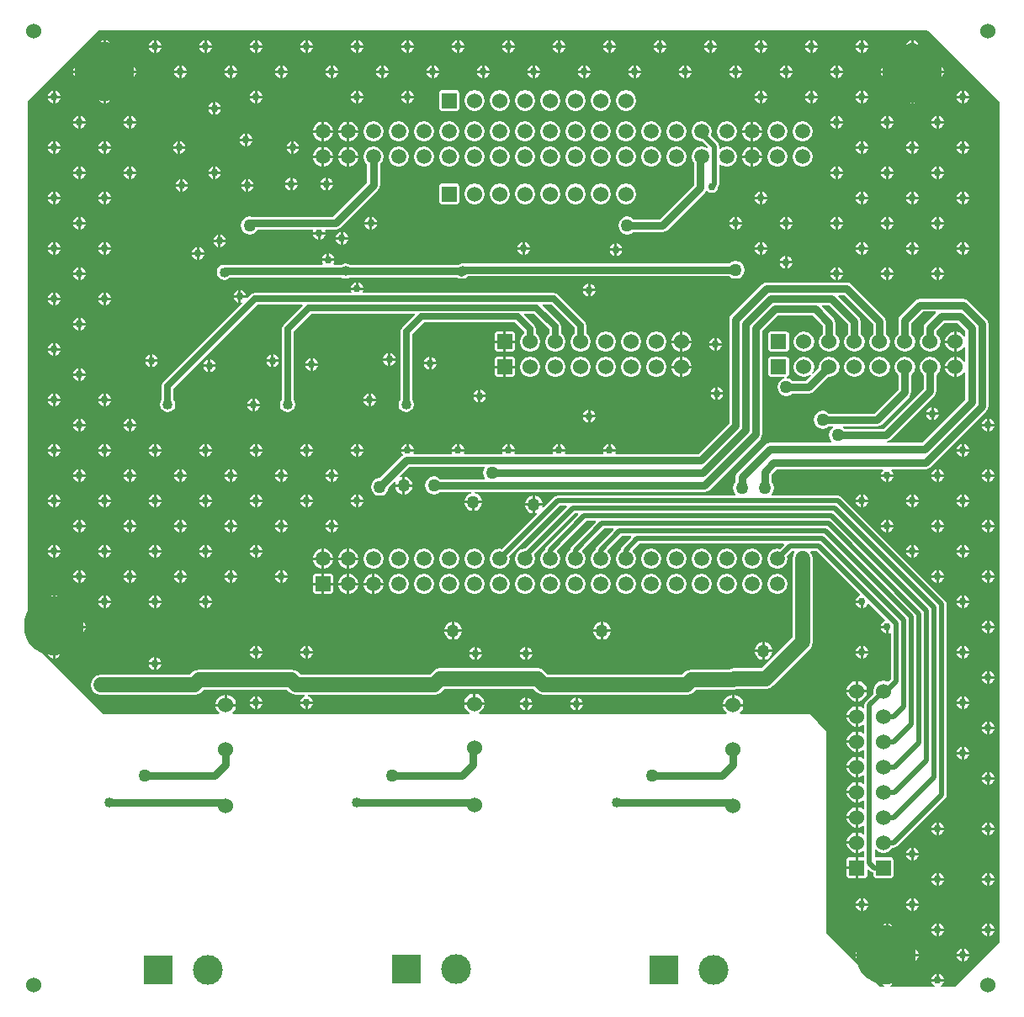
<source format=gbr>
G04 Layer_Physical_Order=2*
G04 Layer_Color=16711680*
%FSLAX26Y26*%
%MOIN*%
%TF.FileFunction,Copper,L2,Bot,Signal*%
%TF.Part,Single*%
G01*
G75*
%TA.AperFunction,Conductor*%
%ADD17C,0.060000*%
%ADD18C,0.030000*%
%ADD19C,0.020000*%
%ADD20C,0.025000*%
%TA.AperFunction,ComponentPad*%
%ADD28R,0.118110X0.118110*%
%ADD29C,0.118110*%
%ADD30C,0.060000*%
%ADD31C,0.059055*%
%ADD32R,0.059055X0.059055*%
%ADD33R,0.060000X0.060000*%
%ADD34R,0.060000X0.060000*%
%TA.AperFunction,WasherPad*%
%ADD35C,0.060000*%
%TA.AperFunction,ViaPad*%
%ADD36C,0.236220*%
%ADD37C,0.030000*%
%ADD38C,0.050000*%
%ADD39C,0.040000*%
G36*
X3540000Y3785000D02*
X3825000Y3500001D01*
X3825000Y170000D01*
X3647500Y-7500D01*
X3592842D01*
X3591325Y-2500D01*
X3598024Y1976D01*
X3603550Y10245D01*
X3604495Y15000D01*
X3555505D01*
X3556450Y10245D01*
X3561976Y1976D01*
X3568675Y-2500D01*
X3567158Y-7500D01*
X3392841Y-7500D01*
X3391325Y-2500D01*
X3398024Y1976D01*
X3403550Y10245D01*
X3404495Y15000D01*
X3355505D01*
X3356450Y10245D01*
X3361976Y1976D01*
X3368675Y-2500D01*
X3367159Y-7500D01*
X3352500D01*
X3140000Y205000D01*
X3140000Y1005000D01*
X3075000Y1075000D01*
X2797345D01*
X2795894Y1079785D01*
X2798838Y1081752D01*
X2807679Y1094983D01*
X2809789Y1105591D01*
X2770000D01*
X2730211D01*
X2732321Y1094983D01*
X2741162Y1081752D01*
X2744106Y1079785D01*
X2742655Y1075000D01*
X1764620D01*
X1763103Y1080000D01*
X1773208Y1086752D01*
X1782049Y1099983D01*
X1784159Y1110591D01*
X1744370D01*
X1704581D01*
X1706691Y1099983D01*
X1715532Y1086752D01*
X1725637Y1080000D01*
X1724120Y1075000D01*
X787345D01*
X785894Y1079785D01*
X788838Y1081752D01*
X797679Y1094983D01*
X799789Y1105591D01*
X760000D01*
X720211D01*
X722321Y1094983D01*
X731162Y1081752D01*
X734106Y1079785D01*
X732655Y1075000D01*
X275000D01*
X-25000Y1375000D01*
X-25000Y3505000D01*
X255000Y3785000D01*
X3540000Y3785000D01*
D02*
G37*
%LPC*%
G36*
X85000Y1944495D02*
Y1925000D01*
X104495D01*
X103549Y1929755D01*
X98024Y1938024D01*
X89754Y1943550D01*
X85000Y1944495D01*
D02*
G37*
G36*
X75000D02*
X70246Y1943550D01*
X61976Y1938024D01*
X56450Y1929755D01*
X55505Y1925000D01*
X75000D01*
Y1944495D01*
D02*
G37*
G36*
X285000D02*
Y1925000D01*
X304495D01*
X303550Y1929755D01*
X298024Y1938024D01*
X289755Y1943550D01*
X285000Y1944495D01*
D02*
G37*
G36*
X275000D02*
X270245Y1943550D01*
X261976Y1938024D01*
X256450Y1929755D01*
X255505Y1925000D01*
X275000D01*
Y1944495D01*
D02*
G37*
G36*
X3704495Y1915000D02*
X3685000D01*
Y1895505D01*
X3689755Y1896450D01*
X3698024Y1901976D01*
X3703550Y1910245D01*
X3704495Y1915000D01*
D02*
G37*
G36*
X3675000D02*
X3655505D01*
X3656450Y1910245D01*
X3661976Y1901976D01*
X3670245Y1896450D01*
X3675000Y1895505D01*
Y1915000D01*
D02*
G37*
G36*
X1985000Y1939691D02*
Y1910000D01*
X2014691D01*
X2012969Y1918656D01*
X2005234Y1930234D01*
X1993656Y1937969D01*
X1985000Y1939691D01*
D02*
G37*
G36*
X1975000D02*
X1966344Y1937969D01*
X1954766Y1930234D01*
X1947031Y1918656D01*
X1945309Y1910000D01*
X1975000D01*
Y1939691D01*
D02*
G37*
G36*
X885000Y1944495D02*
Y1925000D01*
X904495D01*
X903549Y1929755D01*
X898024Y1938024D01*
X889755Y1943550D01*
X885000Y1944495D01*
D02*
G37*
G36*
X875000D02*
X870245Y1943550D01*
X861976Y1938024D01*
X856451Y1929755D01*
X855505Y1925000D01*
X875000D01*
Y1944495D01*
D02*
G37*
G36*
X1085000D02*
Y1925000D01*
X1104495D01*
X1103550Y1929755D01*
X1098024Y1938024D01*
X1089755Y1943550D01*
X1085000Y1944495D01*
D02*
G37*
G36*
X1075000D02*
X1070245Y1943550D01*
X1061976Y1938024D01*
X1056450Y1929755D01*
X1055505Y1925000D01*
X1075000D01*
Y1944495D01*
D02*
G37*
G36*
X485000D02*
Y1925000D01*
X504495D01*
X503550Y1929755D01*
X498024Y1938024D01*
X489755Y1943550D01*
X485000Y1944495D01*
D02*
G37*
G36*
X475000D02*
X470245Y1943550D01*
X461976Y1938024D01*
X456450Y1929755D01*
X455505Y1925000D01*
X475000D01*
Y1944495D01*
D02*
G37*
G36*
X685000D02*
Y1925000D01*
X704495D01*
X703549Y1929755D01*
X698024Y1938024D01*
X689755Y1943550D01*
X685000Y1944495D01*
D02*
G37*
G36*
X675000D02*
X670245Y1943550D01*
X661976Y1938024D01*
X656451Y1929755D01*
X655505Y1925000D01*
X675000D01*
Y1944495D01*
D02*
G37*
G36*
X3504495Y1915000D02*
X3485000D01*
Y1895505D01*
X3489755Y1896450D01*
X3498024Y1901976D01*
X3503550Y1910245D01*
X3504495Y1915000D01*
D02*
G37*
G36*
X675000D02*
X655505D01*
X656451Y1910245D01*
X661976Y1901976D01*
X670245Y1896450D01*
X675000Y1895505D01*
Y1915000D01*
D02*
G37*
G36*
X504495D02*
X485000D01*
Y1895505D01*
X489755Y1896450D01*
X498024Y1901976D01*
X503550Y1910245D01*
X504495Y1915000D01*
D02*
G37*
G36*
X875000D02*
X855505D01*
X856451Y1910245D01*
X861976Y1901976D01*
X870245Y1896450D01*
X875000Y1895505D01*
Y1915000D01*
D02*
G37*
G36*
X704495D02*
X685000D01*
Y1895505D01*
X689755Y1896450D01*
X698024Y1901976D01*
X703549Y1910245D01*
X704495Y1915000D01*
D02*
G37*
G36*
X275000D02*
X255505D01*
X256450Y1910245D01*
X261976Y1901976D01*
X270245Y1896450D01*
X275000Y1895505D01*
Y1915000D01*
D02*
G37*
G36*
X104495D02*
X85000D01*
Y1895505D01*
X89754Y1896450D01*
X98024Y1901976D01*
X103549Y1910245D01*
X104495Y1915000D01*
D02*
G37*
G36*
X475000D02*
X455505D01*
X456450Y1910245D01*
X461976Y1901976D01*
X470245Y1896450D01*
X475000Y1895505D01*
Y1915000D01*
D02*
G37*
G36*
X304495D02*
X285000D01*
Y1895505D01*
X289755Y1896450D01*
X298024Y1901976D01*
X303550Y1910245D01*
X304495Y1915000D01*
D02*
G37*
G36*
X3275000D02*
X3255505D01*
X3256450Y1910245D01*
X3261976Y1901976D01*
X3270245Y1896450D01*
X3275000Y1895505D01*
Y1915000D01*
D02*
G37*
G36*
X1304495D02*
X1285000D01*
Y1895505D01*
X1289755Y1896450D01*
X1298024Y1901976D01*
X1303550Y1910245D01*
X1304495Y1915000D01*
D02*
G37*
G36*
X3475000D02*
X3455505D01*
X3456450Y1910245D01*
X3461976Y1901976D01*
X3470245Y1896450D01*
X3475000Y1895505D01*
Y1915000D01*
D02*
G37*
G36*
X3304495D02*
X3285000D01*
Y1895505D01*
X3289755Y1896450D01*
X3298024Y1901976D01*
X3303550Y1910245D01*
X3304495Y1915000D01*
D02*
G37*
G36*
X1075000D02*
X1055505D01*
X1056450Y1910245D01*
X1061976Y1901976D01*
X1070245Y1896450D01*
X1075000Y1895505D01*
Y1915000D01*
D02*
G37*
G36*
X904495D02*
X885000D01*
Y1895505D01*
X889755Y1896450D01*
X898024Y1901976D01*
X903549Y1910245D01*
X904495Y1915000D01*
D02*
G37*
G36*
X1275000D02*
X1255505D01*
X1256450Y1910245D01*
X1261976Y1901976D01*
X1270245Y1896450D01*
X1275000Y1895505D01*
Y1915000D01*
D02*
G37*
G36*
X1104495D02*
X1085000D01*
Y1895505D01*
X1089755Y1896450D01*
X1098024Y1901976D01*
X1103550Y1910245D01*
X1104495Y1915000D01*
D02*
G37*
G36*
X1204495Y2015000D02*
X1185000D01*
Y1995505D01*
X1189755Y1996450D01*
X1198024Y2001976D01*
X1203550Y2010245D01*
X1204495Y2015000D01*
D02*
G37*
G36*
X1175000D02*
X1155505D01*
X1156450Y2010245D01*
X1161976Y2001976D01*
X1170245Y1996450D01*
X1175000Y1995505D01*
Y2015000D01*
D02*
G37*
G36*
X3404495D02*
X3385000D01*
Y1995505D01*
X3389755Y1996450D01*
X3398024Y2001976D01*
X3403550Y2010245D01*
X3404495Y2015000D01*
D02*
G37*
G36*
X3375000D02*
X3355505D01*
X3356450Y2010245D01*
X3361976Y2001976D01*
X3370245Y1996450D01*
X3375000Y1995505D01*
Y2015000D01*
D02*
G37*
G36*
X804495D02*
X785000D01*
Y1995505D01*
X789755Y1996450D01*
X798024Y2001976D01*
X803549Y2010245D01*
X804495Y2015000D01*
D02*
G37*
G36*
X775000D02*
X755505D01*
X756451Y2010245D01*
X761976Y2001976D01*
X770245Y1996450D01*
X775000Y1995505D01*
Y2015000D01*
D02*
G37*
G36*
X1004495D02*
X985000D01*
Y1995505D01*
X989755Y1996450D01*
X998024Y2001976D01*
X1003549Y2010245D01*
X1004495Y2015000D01*
D02*
G37*
G36*
X975000D02*
X955505D01*
X956451Y2010245D01*
X961976Y2001976D01*
X970245Y1996450D01*
X975000Y1995505D01*
Y2015000D01*
D02*
G37*
G36*
X185000Y2044495D02*
Y2025000D01*
X204495D01*
X203549Y2029755D01*
X198024Y2038024D01*
X189755Y2043550D01*
X185000Y2044495D01*
D02*
G37*
G36*
X175000D02*
X170245Y2043550D01*
X161976Y2038024D01*
X156451Y2029755D01*
X155505Y2025000D01*
X175000D01*
Y2044495D01*
D02*
G37*
G36*
X385000D02*
Y2025000D01*
X404495D01*
X403550Y2029755D01*
X398024Y2038024D01*
X389755Y2043550D01*
X385000Y2044495D01*
D02*
G37*
G36*
X375000D02*
X370245Y2043550D01*
X361976Y2038024D01*
X356450Y2029755D01*
X355505Y2025000D01*
X375000D01*
Y2044495D01*
D02*
G37*
G36*
X3604495Y2015000D02*
X3585000D01*
Y1995505D01*
X3589755Y1996450D01*
X3598024Y2001976D01*
X3603550Y2010245D01*
X3604495Y2015000D01*
D02*
G37*
G36*
X3575000D02*
X3555505D01*
X3556450Y2010245D01*
X3561976Y2001976D01*
X3570245Y1996450D01*
X3575000Y1995505D01*
Y2015000D01*
D02*
G37*
G36*
X3804495D02*
X3785000D01*
Y1995505D01*
X3789755Y1996450D01*
X3798024Y2001976D01*
X3803550Y2010245D01*
X3804495Y2015000D01*
D02*
G37*
G36*
X3775000D02*
X3755505D01*
X3756450Y2010245D01*
X3761976Y2001976D01*
X3770245Y1996450D01*
X3775000Y1995505D01*
Y2015000D01*
D02*
G37*
G36*
X604495D02*
X585000D01*
Y1995505D01*
X589755Y1996450D01*
X598024Y2001976D01*
X603549Y2010245D01*
X604495Y2015000D01*
D02*
G37*
G36*
X3485000Y1944495D02*
Y1925000D01*
X3504495D01*
X3503550Y1929755D01*
X3498024Y1938024D01*
X3489755Y1943550D01*
X3485000Y1944495D01*
D02*
G37*
G36*
X3475000D02*
X3470245Y1943550D01*
X3461976Y1938024D01*
X3456450Y1929755D01*
X3455505Y1925000D01*
X3475000D01*
Y1944495D01*
D02*
G37*
G36*
X3685000D02*
Y1925000D01*
X3704495D01*
X3703550Y1929755D01*
X3698024Y1938024D01*
X3689755Y1943550D01*
X3685000Y1944495D01*
D02*
G37*
G36*
X3675000D02*
X3670245Y1943550D01*
X3661976Y1938024D01*
X3656450Y1929755D01*
X3655505Y1925000D01*
X3675000D01*
Y1944495D01*
D02*
G37*
G36*
X1285000D02*
Y1925000D01*
X1304495D01*
X1303550Y1929755D01*
X1298024Y1938024D01*
X1289755Y1943550D01*
X1285000Y1944495D01*
D02*
G37*
G36*
X1275000D02*
X1270245Y1943550D01*
X1261976Y1938024D01*
X1256450Y1929755D01*
X1255505Y1925000D01*
X1275000D01*
Y1944495D01*
D02*
G37*
G36*
X3285000D02*
Y1925000D01*
X3304495D01*
X3303550Y1929755D01*
X3298024Y1938024D01*
X3289755Y1943550D01*
X3285000Y1944495D01*
D02*
G37*
G36*
X3275000D02*
X3270245Y1943550D01*
X3261976Y1938024D01*
X3256450Y1929755D01*
X3255505Y1925000D01*
X3275000D01*
Y1944495D01*
D02*
G37*
G36*
X375000Y2015000D02*
X355505D01*
X356450Y2010245D01*
X361976Y2001976D01*
X370245Y1996450D01*
X375000Y1995505D01*
Y2015000D01*
D02*
G37*
G36*
X204495D02*
X185000D01*
Y1995505D01*
X189755Y1996450D01*
X198024Y2001976D01*
X203549Y2010245D01*
X204495Y2015000D01*
D02*
G37*
G36*
X575000D02*
X555505D01*
X556451Y2010245D01*
X561976Y2001976D01*
X570245Y1996450D01*
X575000Y1995505D01*
Y2015000D01*
D02*
G37*
G36*
X404495D02*
X385000D01*
Y1995505D01*
X389755Y1996450D01*
X398024Y2001976D01*
X403550Y2010245D01*
X404495Y2015000D01*
D02*
G37*
G36*
X1499691Y1975000D02*
X1470000D01*
Y1945309D01*
X1478656Y1947031D01*
X1490234Y1954766D01*
X1497969Y1966344D01*
X1499691Y1975000D01*
D02*
G37*
G36*
X1460000D02*
X1430309D01*
X1432031Y1966344D01*
X1439766Y1954766D01*
X1451344Y1947031D01*
X1460000Y1945309D01*
Y1975000D01*
D02*
G37*
G36*
X175000Y2015000D02*
X155505D01*
X156451Y2010245D01*
X161976Y2001976D01*
X170245Y1996450D01*
X175000Y1995505D01*
Y2015000D01*
D02*
G37*
G36*
X1470000Y2014691D02*
Y1985000D01*
X1499691D01*
X1497969Y1993656D01*
X1490234Y2005234D01*
X1478656Y2012969D01*
X1470000Y2014691D01*
D02*
G37*
G36*
X3475000Y1744495D02*
X3470245Y1743550D01*
X3461976Y1738024D01*
X3456450Y1729755D01*
X3455505Y1725000D01*
X3475000D01*
Y1744495D01*
D02*
G37*
G36*
X885000D02*
Y1725000D01*
X904495D01*
X903549Y1729755D01*
X898024Y1738024D01*
X889755Y1743550D01*
X885000Y1744495D01*
D02*
G37*
G36*
X3675000D02*
X3670245Y1743550D01*
X3661976Y1738024D01*
X3656450Y1729755D01*
X3655505Y1725000D01*
X3675000D01*
Y1744495D01*
D02*
G37*
G36*
X3485000D02*
Y1725000D01*
X3504495D01*
X3503550Y1729755D01*
X3498024Y1738024D01*
X3489755Y1743550D01*
X3485000Y1744495D01*
D02*
G37*
G36*
X675000D02*
X670245Y1743550D01*
X661976Y1738024D01*
X656451Y1729755D01*
X655505Y1725000D01*
X675000D01*
Y1744495D01*
D02*
G37*
G36*
X485000D02*
Y1725000D01*
X504495D01*
X503550Y1729755D01*
X498024Y1738024D01*
X489755Y1743550D01*
X485000Y1744495D01*
D02*
G37*
G36*
X875000D02*
X870245Y1743550D01*
X861976Y1738024D01*
X856451Y1729755D01*
X855505Y1725000D01*
X875000D01*
Y1744495D01*
D02*
G37*
G36*
X685000D02*
Y1725000D01*
X704495D01*
X703549Y1729755D01*
X698024Y1738024D01*
X689755Y1743550D01*
X685000Y1744495D01*
D02*
G37*
G36*
X575000Y1815000D02*
X555505D01*
X556451Y1810245D01*
X561976Y1801976D01*
X570245Y1796450D01*
X575000Y1795505D01*
Y1815000D01*
D02*
G37*
G36*
X404495D02*
X385000D01*
Y1795505D01*
X389755Y1796450D01*
X398024Y1801976D01*
X403550Y1810245D01*
X404495Y1815000D01*
D02*
G37*
G36*
X775000D02*
X755505D01*
X756451Y1810245D01*
X761976Y1801976D01*
X770245Y1796450D01*
X775000Y1795505D01*
Y1815000D01*
D02*
G37*
G36*
X604495D02*
X585000D01*
Y1795505D01*
X589755Y1796450D01*
X598024Y1801976D01*
X603549Y1810245D01*
X604495Y1815000D01*
D02*
G37*
G36*
X175000D02*
X155505D01*
X156451Y1810245D01*
X161976Y1801976D01*
X170245Y1796450D01*
X175000Y1795505D01*
Y1815000D01*
D02*
G37*
G36*
X3685000Y1744495D02*
Y1725000D01*
X3704495D01*
X3703550Y1729755D01*
X3698024Y1738024D01*
X3689755Y1743550D01*
X3685000Y1744495D01*
D02*
G37*
G36*
X375000Y1815000D02*
X355505D01*
X356450Y1810245D01*
X361976Y1801976D01*
X370245Y1796450D01*
X375000Y1795505D01*
Y1815000D01*
D02*
G37*
G36*
X204495D02*
X185000D01*
Y1795505D01*
X189755Y1796450D01*
X198024Y1801976D01*
X203549Y1810245D01*
X204495Y1815000D01*
D02*
G37*
G36*
X475000Y1744495D02*
X470245Y1743550D01*
X461976Y1738024D01*
X456450Y1729755D01*
X455505Y1725000D01*
X475000D01*
Y1744495D01*
D02*
G37*
G36*
X704495Y1715000D02*
X685000D01*
Y1695505D01*
X689755Y1696450D01*
X698024Y1701976D01*
X703549Y1710245D01*
X704495Y1715000D01*
D02*
G37*
G36*
X675000D02*
X655505D01*
X656451Y1710245D01*
X661976Y1701976D01*
X670245Y1696450D01*
X675000Y1695505D01*
Y1715000D01*
D02*
G37*
G36*
X904495D02*
X885000D01*
Y1695505D01*
X889755Y1696450D01*
X898024Y1701976D01*
X903549Y1710245D01*
X904495Y1715000D01*
D02*
G37*
G36*
X875000D02*
X855505D01*
X856451Y1710245D01*
X861976Y1701976D01*
X870245Y1696450D01*
X875000Y1695505D01*
Y1715000D01*
D02*
G37*
G36*
X304495D02*
X285000D01*
Y1695505D01*
X289755Y1696450D01*
X298024Y1701976D01*
X303550Y1710245D01*
X304495Y1715000D01*
D02*
G37*
G36*
X275000D02*
X255505D01*
X256450Y1710245D01*
X261976Y1701976D01*
X270245Y1696450D01*
X275000Y1695505D01*
Y1715000D01*
D02*
G37*
G36*
X504495D02*
X485000D01*
Y1695505D01*
X489755Y1696450D01*
X498024Y1701976D01*
X503550Y1710245D01*
X504495Y1715000D01*
D02*
G37*
G36*
X475000D02*
X455505D01*
X456450Y1710245D01*
X461976Y1701976D01*
X470245Y1696450D01*
X475000Y1695505D01*
Y1715000D01*
D02*
G37*
G36*
X85000Y1744495D02*
Y1725000D01*
X104495D01*
X103549Y1729755D01*
X98024Y1738024D01*
X89754Y1743550D01*
X85000Y1744495D01*
D02*
G37*
G36*
X75000D02*
X70246Y1743550D01*
X61976Y1738024D01*
X56450Y1729755D01*
X55505Y1725000D01*
X75000D01*
Y1744495D01*
D02*
G37*
G36*
X285000D02*
Y1725000D01*
X304495D01*
X303550Y1729755D01*
X298024Y1738024D01*
X289755Y1743550D01*
X285000Y1744495D01*
D02*
G37*
G36*
X275000D02*
X270245Y1743550D01*
X261976Y1738024D01*
X256450Y1729755D01*
X255505Y1725000D01*
X275000D01*
Y1744495D01*
D02*
G37*
G36*
X3504495Y1715000D02*
X3485000D01*
Y1695505D01*
X3489755Y1696450D01*
X3498024Y1701976D01*
X3503550Y1710245D01*
X3504495Y1715000D01*
D02*
G37*
G36*
X3475000D02*
X3455505D01*
X3456450Y1710245D01*
X3461976Y1701976D01*
X3470245Y1696450D01*
X3475000Y1695505D01*
Y1715000D01*
D02*
G37*
G36*
X3704495D02*
X3685000D01*
Y1695505D01*
X3689755Y1696450D01*
X3698024Y1701976D01*
X3703550Y1710245D01*
X3704495Y1715000D01*
D02*
G37*
G36*
X3675000D02*
X3655505D01*
X3656450Y1710245D01*
X3661976Y1701976D01*
X3670245Y1696450D01*
X3675000Y1695505D01*
Y1715000D01*
D02*
G37*
G36*
X1185000Y1844495D02*
Y1825000D01*
X1204495D01*
X1203550Y1829755D01*
X1198024Y1838024D01*
X1189755Y1843550D01*
X1185000Y1844495D01*
D02*
G37*
G36*
X1175000D02*
X1170245Y1843550D01*
X1161976Y1838024D01*
X1156450Y1829755D01*
X1155505Y1825000D01*
X1175000D01*
Y1844495D01*
D02*
G37*
G36*
X3385000D02*
Y1825000D01*
X3404495D01*
X3403550Y1829755D01*
X3398024Y1838024D01*
X3389755Y1843550D01*
X3385000Y1844495D01*
D02*
G37*
G36*
X3375000D02*
X3370245Y1843550D01*
X3361976Y1838024D01*
X3356450Y1829755D01*
X3355505Y1825000D01*
X3375000D01*
Y1844495D01*
D02*
G37*
G36*
X785000D02*
Y1825000D01*
X804495D01*
X803549Y1829755D01*
X798024Y1838024D01*
X789755Y1843550D01*
X785000Y1844495D01*
D02*
G37*
G36*
X775000D02*
X770245Y1843550D01*
X761976Y1838024D01*
X756451Y1829755D01*
X755505Y1825000D01*
X775000D01*
Y1844495D01*
D02*
G37*
G36*
X985000D02*
Y1825000D01*
X1004495D01*
X1003549Y1829755D01*
X998024Y1838024D01*
X989755Y1843550D01*
X985000Y1844495D01*
D02*
G37*
G36*
X975000D02*
X970245Y1843550D01*
X961976Y1838024D01*
X956451Y1829755D01*
X955505Y1825000D01*
X975000D01*
Y1844495D01*
D02*
G37*
G36*
X1735000Y1910000D02*
X1705309D01*
X1707031Y1901344D01*
X1714766Y1889766D01*
X1726344Y1882031D01*
X1735000Y1880309D01*
Y1910000D01*
D02*
G37*
G36*
X1975000Y1900000D02*
X1945309D01*
X1947031Y1891344D01*
X1954766Y1879766D01*
X1966344Y1872031D01*
X1975000Y1870309D01*
Y1900000D01*
D02*
G37*
G36*
X75000Y1915000D02*
X55505D01*
X56450Y1910245D01*
X61976Y1901976D01*
X70246Y1896450D01*
X75000Y1895505D01*
Y1915000D01*
D02*
G37*
G36*
X1774691Y1910000D02*
X1745000D01*
Y1880309D01*
X1753656Y1882031D01*
X1765234Y1889766D01*
X1772969Y1901344D01*
X1774691Y1910000D01*
D02*
G37*
G36*
X3585000Y1844495D02*
Y1825000D01*
X3604495D01*
X3603550Y1829755D01*
X3598024Y1838024D01*
X3589755Y1843550D01*
X3585000Y1844495D01*
D02*
G37*
G36*
X3575000D02*
X3570245Y1843550D01*
X3561976Y1838024D01*
X3556450Y1829755D01*
X3555505Y1825000D01*
X3575000D01*
Y1844495D01*
D02*
G37*
G36*
X3785000D02*
Y1825000D01*
X3804495D01*
X3803550Y1829755D01*
X3798024Y1838024D01*
X3789755Y1843550D01*
X3785000Y1844495D01*
D02*
G37*
G36*
X3775000D02*
X3770245Y1843550D01*
X3761976Y1838024D01*
X3756450Y1829755D01*
X3755505Y1825000D01*
X3775000D01*
Y1844495D01*
D02*
G37*
G36*
X585000D02*
Y1825000D01*
X604495D01*
X603549Y1829755D01*
X598024Y1838024D01*
X589755Y1843550D01*
X585000Y1844495D01*
D02*
G37*
G36*
X3375000Y1815000D02*
X3355505D01*
X3356450Y1810245D01*
X3361976Y1801976D01*
X3370245Y1796450D01*
X3375000Y1795505D01*
Y1815000D01*
D02*
G37*
G36*
X1204495D02*
X1185000D01*
Y1795505D01*
X1189755Y1796450D01*
X1198024Y1801976D01*
X1203550Y1810245D01*
X1204495Y1815000D01*
D02*
G37*
G36*
X3575000D02*
X3555505D01*
X3556450Y1810245D01*
X3561976Y1801976D01*
X3570245Y1796450D01*
X3575000Y1795505D01*
Y1815000D01*
D02*
G37*
G36*
X3404495D02*
X3385000D01*
Y1795505D01*
X3389755Y1796450D01*
X3398024Y1801976D01*
X3403550Y1810245D01*
X3404495Y1815000D01*
D02*
G37*
G36*
X975000D02*
X955505D01*
X956451Y1810245D01*
X961976Y1801976D01*
X970245Y1796450D01*
X975000Y1795505D01*
Y1815000D01*
D02*
G37*
G36*
X804495D02*
X785000D01*
Y1795505D01*
X789755Y1796450D01*
X798024Y1801976D01*
X803549Y1810245D01*
X804495Y1815000D01*
D02*
G37*
G36*
X1175000D02*
X1155505D01*
X1156450Y1810245D01*
X1161976Y1801976D01*
X1170245Y1796450D01*
X1175000Y1795505D01*
Y1815000D01*
D02*
G37*
G36*
X1004495D02*
X985000D01*
Y1795505D01*
X989755Y1796450D01*
X998024Y1801976D01*
X1003549Y1810245D01*
X1004495Y1815000D01*
D02*
G37*
G36*
X375000Y1844495D02*
X370245Y1843550D01*
X361976Y1838024D01*
X356450Y1829755D01*
X355505Y1825000D01*
X375000D01*
Y1844495D01*
D02*
G37*
G36*
X185000D02*
Y1825000D01*
X204495D01*
X203549Y1829755D01*
X198024Y1838024D01*
X189755Y1843550D01*
X185000Y1844495D01*
D02*
G37*
G36*
X575000D02*
X570245Y1843550D01*
X561976Y1838024D01*
X556451Y1829755D01*
X555505Y1825000D01*
X575000D01*
Y1844495D01*
D02*
G37*
G36*
X385000D02*
Y1825000D01*
X404495D01*
X403550Y1829755D01*
X398024Y1838024D01*
X389755Y1843550D01*
X385000Y1844495D01*
D02*
G37*
G36*
X3775000Y1815000D02*
X3755505D01*
X3756450Y1810245D01*
X3761976Y1801976D01*
X3770245Y1796450D01*
X3775000Y1795505D01*
Y1815000D01*
D02*
G37*
G36*
X3604495D02*
X3585000D01*
Y1795505D01*
X3589755Y1796450D01*
X3598024Y1801976D01*
X3603550Y1810245D01*
X3604495Y1815000D01*
D02*
G37*
G36*
X175000Y1844495D02*
X170245Y1843550D01*
X161976Y1838024D01*
X156451Y1829755D01*
X155505Y1825000D01*
X175000D01*
Y1844495D01*
D02*
G37*
G36*
X3804495Y1815000D02*
X3785000D01*
Y1795505D01*
X3789755Y1796450D01*
X3798024Y1801976D01*
X3803550Y1810245D01*
X3804495Y1815000D01*
D02*
G37*
G36*
X75000Y2344495D02*
X70246Y2343550D01*
X61976Y2338024D01*
X56450Y2329755D01*
X55505Y2325000D01*
X75000D01*
Y2344495D01*
D02*
G37*
G36*
X2729495Y2340000D02*
X2710000D01*
Y2320505D01*
X2714755Y2321450D01*
X2723024Y2326976D01*
X2728550Y2335245D01*
X2729495Y2340000D01*
D02*
G37*
G36*
X275000Y2344495D02*
X270245Y2343550D01*
X261976Y2338024D01*
X256450Y2329755D01*
X255505Y2325000D01*
X275000D01*
Y2344495D01*
D02*
G37*
G36*
X85000D02*
Y2325000D01*
X104495D01*
X103549Y2329755D01*
X98024Y2338024D01*
X89754Y2343550D01*
X85000Y2344495D01*
D02*
G37*
G36*
X1760000Y2330000D02*
X1740505D01*
X1741450Y2325245D01*
X1746976Y2316976D01*
X1755245Y2311450D01*
X1760000Y2310505D01*
Y2330000D01*
D02*
G37*
G36*
X875000Y2324495D02*
Y2305000D01*
X894495D01*
X893549Y2309755D01*
X888024Y2318024D01*
X879755Y2323550D01*
X875000Y2324495D01*
D02*
G37*
G36*
X2700000Y2340000D02*
X2680505D01*
X2681450Y2335245D01*
X2686976Y2326976D01*
X2695245Y2321450D01*
X2700000Y2320505D01*
Y2340000D01*
D02*
G37*
G36*
X1789495Y2330000D02*
X1770000D01*
Y2310505D01*
X1774755Y2311450D01*
X1783024Y2316976D01*
X1788550Y2325245D01*
X1789495Y2330000D01*
D02*
G37*
G36*
X2700000Y2369495D02*
X2695245Y2368550D01*
X2686976Y2363024D01*
X2681450Y2354755D01*
X2680505Y2350000D01*
X2700000D01*
Y2369495D01*
D02*
G37*
G36*
X1770000Y2359495D02*
Y2340000D01*
X1789495D01*
X1788550Y2344755D01*
X1783024Y2353024D01*
X1774755Y2358550D01*
X1770000Y2359495D01*
D02*
G37*
G36*
X175000Y2415000D02*
X155505D01*
X156451Y2410245D01*
X161976Y2401976D01*
X170245Y2396450D01*
X175000Y2395505D01*
Y2415000D01*
D02*
G37*
G36*
X2710000Y2369495D02*
Y2350000D01*
X2729495D01*
X2728550Y2354755D01*
X2723024Y2363024D01*
X2714755Y2368550D01*
X2710000Y2369495D01*
D02*
G37*
G36*
X1325000Y2344495D02*
X1320245Y2343550D01*
X1311976Y2338024D01*
X1306450Y2329755D01*
X1305505Y2325000D01*
X1325000D01*
Y2344495D01*
D02*
G37*
G36*
X285000D02*
Y2325000D01*
X304495D01*
X303550Y2329755D01*
X298024Y2338024D01*
X289755Y2343550D01*
X285000Y2344495D01*
D02*
G37*
G36*
X1760000Y2359495D02*
X1755245Y2358550D01*
X1746976Y2353024D01*
X1741450Y2344755D01*
X1740505Y2340000D01*
X1760000D01*
Y2359495D01*
D02*
G37*
G36*
X1335000Y2344495D02*
Y2325000D01*
X1354495D01*
X1353550Y2329755D01*
X1348024Y2338024D01*
X1339755Y2343550D01*
X1335000Y2344495D01*
D02*
G37*
G36*
X865000Y2324495D02*
X860245Y2323550D01*
X851976Y2318024D01*
X846451Y2309755D01*
X845505Y2305000D01*
X865000D01*
Y2324495D01*
D02*
G37*
G36*
X2205000Y2279495D02*
Y2260000D01*
X2224495D01*
X2223550Y2264755D01*
X2218024Y2273024D01*
X2209755Y2278550D01*
X2205000Y2279495D01*
D02*
G37*
G36*
X2195000D02*
X2190245Y2278550D01*
X2181976Y2273024D01*
X2176450Y2264755D01*
X2175505Y2260000D01*
X2195000D01*
Y2279495D01*
D02*
G37*
G36*
X3565000Y2289495D02*
Y2270000D01*
X3584495D01*
X3583550Y2274755D01*
X3578024Y2283024D01*
X3569755Y2288550D01*
X3565000Y2289495D01*
D02*
G37*
G36*
X3555000D02*
X3550245Y2288550D01*
X3541976Y2283024D01*
X3536450Y2274755D01*
X3535505Y2270000D01*
X3555000D01*
Y2289495D01*
D02*
G37*
G36*
X2224495Y2250000D02*
X2205000D01*
Y2230505D01*
X2209755Y2231450D01*
X2218024Y2236976D01*
X2223550Y2245245D01*
X2224495Y2250000D01*
D02*
G37*
G36*
X2195000D02*
X2175505D01*
X2176450Y2245245D01*
X2181976Y2236976D01*
X2190245Y2231450D01*
X2195000Y2230505D01*
Y2250000D01*
D02*
G37*
G36*
X3584495Y2260000D02*
X3565000D01*
Y2240505D01*
X3569755Y2241450D01*
X3578024Y2246976D01*
X3583550Y2255245D01*
X3584495Y2260000D01*
D02*
G37*
G36*
X3555000D02*
X3535505D01*
X3536450Y2255245D01*
X3541976Y2246976D01*
X3550245Y2241450D01*
X3555000Y2240505D01*
Y2260000D01*
D02*
G37*
G36*
X304495Y2315000D02*
X285000D01*
Y2295505D01*
X289755Y2296450D01*
X298024Y2301976D01*
X303550Y2310245D01*
X304495Y2315000D01*
D02*
G37*
G36*
X275000D02*
X255505D01*
X256450Y2310245D01*
X261976Y2301976D01*
X270245Y2296450D01*
X275000Y2295505D01*
Y2315000D01*
D02*
G37*
G36*
X1354495D02*
X1335000D01*
Y2295505D01*
X1339755Y2296450D01*
X1348024Y2301976D01*
X1353550Y2310245D01*
X1354495Y2315000D01*
D02*
G37*
G36*
X1325000D02*
X1305505D01*
X1306450Y2310245D01*
X1311976Y2301976D01*
X1320245Y2296450D01*
X1325000Y2295505D01*
Y2315000D01*
D02*
G37*
G36*
X894495Y2295000D02*
X875000D01*
Y2275505D01*
X879755Y2276450D01*
X888024Y2281976D01*
X893549Y2290245D01*
X894495Y2295000D01*
D02*
G37*
G36*
X865000D02*
X845505D01*
X846451Y2290245D01*
X851976Y2281976D01*
X860245Y2276450D01*
X865000Y2275505D01*
Y2295000D01*
D02*
G37*
G36*
X104495Y2315000D02*
X85000D01*
Y2295505D01*
X89754Y2296450D01*
X98024Y2301976D01*
X103549Y2310245D01*
X104495Y2315000D01*
D02*
G37*
G36*
X75000D02*
X55505D01*
X56450Y2310245D01*
X61976Y2301976D01*
X70246Y2296450D01*
X75000Y2295505D01*
Y2315000D01*
D02*
G37*
G36*
X1594495Y2460000D02*
X1575000D01*
Y2440505D01*
X1579755Y2441450D01*
X1588024Y2446976D01*
X1593550Y2455245D01*
X1594495Y2460000D01*
D02*
G37*
G36*
X1565000D02*
X1545505D01*
X1546450Y2455245D01*
X1551976Y2446976D01*
X1560245Y2441450D01*
X1565000Y2440505D01*
Y2460000D01*
D02*
G37*
G36*
X489495Y2470000D02*
X470000D01*
Y2450505D01*
X474755Y2451450D01*
X483024Y2456976D01*
X488550Y2465245D01*
X489495Y2470000D01*
D02*
G37*
G36*
X460000D02*
X440505D01*
X441450Y2465245D01*
X446976Y2456976D01*
X455245Y2451450D01*
X460000Y2450505D01*
Y2470000D01*
D02*
G37*
G36*
X719495Y2450000D02*
X700000D01*
Y2430505D01*
X704755Y2431450D01*
X713024Y2436976D01*
X718549Y2445245D01*
X719495Y2450000D01*
D02*
G37*
G36*
X690000D02*
X670505D01*
X671451Y2445245D01*
X676976Y2436976D01*
X685245Y2431450D01*
X690000Y2430505D01*
Y2450000D01*
D02*
G37*
G36*
X1124495Y2455000D02*
X1105000D01*
Y2435505D01*
X1109755Y2436450D01*
X1118024Y2441976D01*
X1123550Y2450245D01*
X1124495Y2455000D01*
D02*
G37*
G36*
X1095000D02*
X1075505D01*
X1076450Y2450245D01*
X1081976Y2441976D01*
X1090245Y2436450D01*
X1095000Y2435505D01*
Y2455000D01*
D02*
G37*
G36*
X2570001Y2489789D02*
Y2455000D01*
X2604790D01*
X2602680Y2465607D01*
X2593839Y2478838D01*
X2580608Y2487679D01*
X2570001Y2489789D01*
D02*
G37*
G36*
X2560001D02*
X2549394Y2487679D01*
X2536162Y2478838D01*
X2527322Y2465607D01*
X2525212Y2455000D01*
X2560001D01*
Y2489789D01*
D02*
G37*
G36*
X1402717Y2475000D02*
X1383221D01*
X1384167Y2470245D01*
X1389693Y2461976D01*
X1397962Y2456450D01*
X1402717Y2455505D01*
Y2475000D01*
D02*
G37*
G36*
X3645001Y2489789D02*
X3634394Y2487679D01*
X3621162Y2478838D01*
X3612322Y2465607D01*
X3610212Y2455000D01*
X3645001D01*
Y2489789D01*
D02*
G37*
G36*
X969495Y2470000D02*
X950000D01*
Y2450505D01*
X954755Y2451450D01*
X963024Y2456976D01*
X968549Y2465245D01*
X969495Y2470000D01*
D02*
G37*
G36*
X940000D02*
X920505D01*
X921451Y2465245D01*
X926976Y2456976D01*
X935245Y2451450D01*
X940000Y2450505D01*
Y2470000D01*
D02*
G37*
G36*
X1895001Y2490824D02*
X1870001D01*
Y2455000D01*
X1905825D01*
Y2480000D01*
X1902654Y2487653D01*
X1895001Y2490824D01*
D02*
G37*
G36*
X1860001D02*
X1835001D01*
X1827347Y2487653D01*
X1824177Y2480000D01*
Y2455000D01*
X1860001D01*
Y2490824D01*
D02*
G37*
G36*
X185000Y2444495D02*
Y2425000D01*
X204495D01*
X203549Y2429755D01*
X198024Y2438024D01*
X189755Y2443550D01*
X185000Y2444495D01*
D02*
G37*
G36*
X2165001Y2490783D02*
X2149394Y2487679D01*
X2136162Y2478838D01*
X2127322Y2465607D01*
X2124217Y2450000D01*
X2127322Y2434393D01*
X2136162Y2421161D01*
X2149394Y2412321D01*
X2165001Y2409216D01*
X2180608Y2412321D01*
X2193839Y2421161D01*
X2202680Y2434393D01*
X2205784Y2450000D01*
X2202680Y2465607D01*
X2193839Y2478838D01*
X2180608Y2487679D01*
X2165001Y2490783D01*
D02*
G37*
G36*
X2065001D02*
X2049394Y2487679D01*
X2036162Y2478838D01*
X2027322Y2465607D01*
X2024217Y2450000D01*
X2027322Y2434393D01*
X2036162Y2421161D01*
X2049394Y2412321D01*
X2065001Y2409216D01*
X2080608Y2412321D01*
X2093839Y2421161D01*
X2102680Y2434393D01*
X2105784Y2450000D01*
X2102680Y2465607D01*
X2093839Y2478838D01*
X2080608Y2487679D01*
X2065001Y2490783D01*
D02*
G37*
G36*
X2365001D02*
X2349394Y2487679D01*
X2336162Y2478838D01*
X2327322Y2465607D01*
X2324217Y2450000D01*
X2327322Y2434393D01*
X2336162Y2421161D01*
X2349394Y2412321D01*
X2365001Y2409216D01*
X2380608Y2412321D01*
X2393839Y2421161D01*
X2402680Y2434393D01*
X2405784Y2450000D01*
X2402680Y2465607D01*
X2393839Y2478838D01*
X2380608Y2487679D01*
X2365001Y2490783D01*
D02*
G37*
G36*
X2265001D02*
X2249394Y2487679D01*
X2236162Y2478838D01*
X2227322Y2465607D01*
X2224217Y2450000D01*
X2227322Y2434393D01*
X2236162Y2421161D01*
X2249394Y2412321D01*
X2265001Y2409216D01*
X2280608Y2412321D01*
X2293839Y2421161D01*
X2302680Y2434393D01*
X2305784Y2450000D01*
X2302680Y2465607D01*
X2293839Y2478838D01*
X2280608Y2487679D01*
X2265001Y2490783D01*
D02*
G37*
G36*
X1860001Y2445000D02*
X1824177D01*
Y2420000D01*
X1827347Y2412346D01*
X1835001Y2409176D01*
X1860001D01*
Y2445000D01*
D02*
G37*
G36*
X204495Y2415000D02*
X185000D01*
Y2395505D01*
X189755Y2396450D01*
X198024Y2401976D01*
X203549Y2410245D01*
X204495Y2415000D01*
D02*
G37*
G36*
X1965001Y2490783D02*
X1949393Y2487679D01*
X1936162Y2478838D01*
X1927322Y2465607D01*
X1924217Y2450000D01*
X1927322Y2434393D01*
X1936162Y2421161D01*
X1949393Y2412321D01*
X1965001Y2409216D01*
X1980608Y2412321D01*
X1993839Y2421161D01*
X2002680Y2434393D01*
X2005784Y2450000D01*
X2002680Y2465607D01*
X1993839Y2478838D01*
X1980608Y2487679D01*
X1965001Y2490783D01*
D02*
G37*
G36*
X1905825Y2445000D02*
X1870001D01*
Y2409176D01*
X1895001D01*
X1902654Y2412346D01*
X1905825Y2420000D01*
Y2445000D01*
D02*
G37*
G36*
X2604790D02*
X2570001D01*
Y2410211D01*
X2580608Y2412321D01*
X2593839Y2421161D01*
X2602680Y2434393D01*
X2604790Y2445000D01*
D02*
G37*
G36*
X2560001D02*
X2525212D01*
X2527322Y2434393D01*
X2536162Y2421161D01*
X2549394Y2412321D01*
X2560001Y2410211D01*
Y2445000D01*
D02*
G37*
G36*
X175000Y2444495D02*
X170245Y2443550D01*
X161976Y2438024D01*
X156451Y2429755D01*
X155505Y2425000D01*
X175000D01*
Y2444495D01*
D02*
G37*
G36*
X3645001Y2445000D02*
X3610212D01*
X3612322Y2434393D01*
X3621162Y2421161D01*
X3634394Y2412321D01*
X3645001Y2410211D01*
Y2445000D01*
D02*
G37*
G36*
X2980001Y2490824D02*
X2920001D01*
X2912347Y2487653D01*
X2909177Y2480000D01*
Y2420000D01*
X2912347Y2412346D01*
X2920001Y2409176D01*
X2971917D01*
X2972410Y2404176D01*
X2966344Y2402969D01*
X2954766Y2395234D01*
X2947031Y2383656D01*
X2944314Y2370000D01*
X2947031Y2356344D01*
X2954766Y2344766D01*
X2966344Y2337031D01*
X2980000Y2334314D01*
X2993656Y2337031D01*
X3004850Y2344510D01*
X3070001D01*
X3079755Y2346450D01*
X3088025Y2351976D01*
X3146051Y2410002D01*
X3150001Y2409216D01*
X3165608Y2412321D01*
X3178839Y2421161D01*
X3187680Y2434393D01*
X3190784Y2450000D01*
X3187680Y2465607D01*
X3178839Y2478838D01*
X3165608Y2487679D01*
X3150001Y2490783D01*
X3134394Y2487679D01*
X3121162Y2478838D01*
X3112322Y2465607D01*
X3109217Y2450000D01*
X3110003Y2446050D01*
X3084325Y2420373D01*
X3080442Y2423560D01*
X3087680Y2434393D01*
X3090784Y2450000D01*
X3087680Y2465607D01*
X3078839Y2478838D01*
X3065608Y2487679D01*
X3050001Y2490783D01*
X3034394Y2487679D01*
X3021162Y2478838D01*
X3012322Y2465607D01*
X3009217Y2450000D01*
X3012322Y2434393D01*
X3021162Y2421161D01*
X3034394Y2412321D01*
X3050001Y2409216D01*
X3065608Y2412321D01*
X3076441Y2419559D01*
X3079628Y2415675D01*
X3059443Y2395490D01*
X3004850D01*
X2993656Y2402969D01*
X2983135Y2405062D01*
X2982623Y2410262D01*
X2987654Y2412346D01*
X2990825Y2420000D01*
Y2480000D01*
X2987654Y2487653D01*
X2980001Y2490824D01*
D02*
G37*
G36*
X2465001Y2490783D02*
X2449394Y2487679D01*
X2436162Y2478838D01*
X2427322Y2465607D01*
X2424217Y2450000D01*
X2427322Y2434393D01*
X2436162Y2421161D01*
X2449394Y2412321D01*
X2465001Y2409216D01*
X2480608Y2412321D01*
X2493839Y2421161D01*
X2502680Y2434393D01*
X2505784Y2450000D01*
X2502680Y2465607D01*
X2493839Y2478838D01*
X2480608Y2487679D01*
X2465001Y2490783D01*
D02*
G37*
G36*
X3350001D02*
X3334394Y2487679D01*
X3321162Y2478838D01*
X3312322Y2465607D01*
X3309217Y2450000D01*
X3312322Y2434393D01*
X3321162Y2421161D01*
X3334394Y2412321D01*
X3350001Y2409216D01*
X3365608Y2412321D01*
X3378839Y2421161D01*
X3387680Y2434393D01*
X3390784Y2450000D01*
X3387680Y2465607D01*
X3378839Y2478838D01*
X3365608Y2487679D01*
X3350001Y2490783D01*
D02*
G37*
G36*
X3250001D02*
X3234394Y2487679D01*
X3221162Y2478838D01*
X3212322Y2465607D01*
X3209217Y2450000D01*
X3212322Y2434393D01*
X3221162Y2421161D01*
X3234394Y2412321D01*
X3250001Y2409216D01*
X3265608Y2412321D01*
X3278839Y2421161D01*
X3287680Y2434393D01*
X3290784Y2450000D01*
X3287680Y2465607D01*
X3278839Y2478838D01*
X3265608Y2487679D01*
X3250001Y2490783D01*
D02*
G37*
G36*
X1075000Y2115000D02*
X1055505D01*
X1056450Y2110245D01*
X1061976Y2101976D01*
X1070245Y2096450D01*
X1075000Y2095505D01*
Y2115000D01*
D02*
G37*
G36*
X904495D02*
X885000D01*
Y2095505D01*
X889755Y2096450D01*
X898024Y2101976D01*
X903549Y2110245D01*
X904495Y2115000D01*
D02*
G37*
G36*
X1275000D02*
X1255505D01*
X1256450Y2110245D01*
X1261976Y2101976D01*
X1270245Y2096450D01*
X1275000Y2095505D01*
Y2115000D01*
D02*
G37*
G36*
X1104495D02*
X1085000D01*
Y2095505D01*
X1089755Y2096450D01*
X1098024Y2101976D01*
X1103550Y2110245D01*
X1104495Y2115000D01*
D02*
G37*
G36*
X675000D02*
X655505D01*
X656451Y2110245D01*
X661976Y2101976D01*
X670245Y2096450D01*
X675000Y2095505D01*
Y2115000D01*
D02*
G37*
G36*
X504495D02*
X485000D01*
Y2095505D01*
X489755Y2096450D01*
X498024Y2101976D01*
X503550Y2110245D01*
X504495Y2115000D01*
D02*
G37*
G36*
X875000D02*
X855505D01*
X856451Y2110245D01*
X861976Y2101976D01*
X870245Y2096450D01*
X875000Y2095505D01*
Y2115000D01*
D02*
G37*
G36*
X704495D02*
X685000D01*
Y2095505D01*
X689755Y2096450D01*
X698024Y2101976D01*
X703549Y2110245D01*
X704495Y2115000D01*
D02*
G37*
G36*
X275000Y2144495D02*
X270245Y2143550D01*
X261976Y2138024D01*
X256450Y2129755D01*
X255505Y2125000D01*
X275000D01*
Y2144495D01*
D02*
G37*
G36*
X85000D02*
Y2125000D01*
X104495D01*
X103549Y2129755D01*
X98024Y2138024D01*
X89754Y2143550D01*
X85000Y2144495D01*
D02*
G37*
G36*
X475000D02*
X470245Y2143550D01*
X461976Y2138024D01*
X456450Y2129755D01*
X455505Y2125000D01*
X475000D01*
Y2144495D01*
D02*
G37*
G36*
X285000D02*
Y2125000D01*
X304495D01*
X303550Y2129755D01*
X298024Y2138024D01*
X289755Y2143550D01*
X285000Y2144495D01*
D02*
G37*
G36*
X3675000Y2115000D02*
X3655505D01*
X3656450Y2110245D01*
X3661976Y2101976D01*
X3670245Y2096450D01*
X3675000Y2095505D01*
Y2115000D01*
D02*
G37*
G36*
X1304495D02*
X1285000D01*
Y2095505D01*
X1289755Y2096450D01*
X1298024Y2101976D01*
X1303550Y2110245D01*
X1304495Y2115000D01*
D02*
G37*
G36*
X75000Y2144495D02*
X70246Y2143550D01*
X61976Y2138024D01*
X56450Y2129755D01*
X55505Y2125000D01*
X75000D01*
Y2144495D01*
D02*
G37*
G36*
X3704495Y2115000D02*
X3685000D01*
Y2095505D01*
X3689755Y2096450D01*
X3698024Y2101976D01*
X3703550Y2110245D01*
X3704495Y2115000D01*
D02*
G37*
G36*
X475000D02*
X455505D01*
X456450Y2110245D01*
X461976Y2101976D01*
X470245Y2096450D01*
X475000Y2095505D01*
Y2115000D01*
D02*
G37*
G36*
X985000Y2044495D02*
Y2025000D01*
X1004495D01*
X1003549Y2029755D01*
X998024Y2038024D01*
X989755Y2043550D01*
X985000Y2044495D01*
D02*
G37*
G36*
X975000D02*
X970245Y2043550D01*
X961976Y2038024D01*
X956451Y2029755D01*
X955505Y2025000D01*
X975000D01*
Y2044495D01*
D02*
G37*
G36*
X1185000D02*
Y2025000D01*
X1204495D01*
X1203550Y2029755D01*
X1198024Y2038024D01*
X1189755Y2043550D01*
X1185000Y2044495D01*
D02*
G37*
G36*
X1175000D02*
X1170245Y2043550D01*
X1161976Y2038024D01*
X1156450Y2029755D01*
X1155505Y2025000D01*
X1175000D01*
Y2044495D01*
D02*
G37*
G36*
X585000D02*
Y2025000D01*
X604495D01*
X603549Y2029755D01*
X598024Y2038024D01*
X589755Y2043550D01*
X585000Y2044495D01*
D02*
G37*
G36*
X575000D02*
X570245Y2043550D01*
X561976Y2038024D01*
X556451Y2029755D01*
X555505Y2025000D01*
X575000D01*
Y2044495D01*
D02*
G37*
G36*
X785000D02*
Y2025000D01*
X804495D01*
X803549Y2029755D01*
X798024Y2038024D01*
X789755Y2043550D01*
X785000Y2044495D01*
D02*
G37*
G36*
X775000D02*
X770245Y2043550D01*
X761976Y2038024D01*
X756451Y2029755D01*
X755505Y2025000D01*
X775000D01*
Y2044495D01*
D02*
G37*
G36*
X104495Y2115000D02*
X85000D01*
Y2095505D01*
X89754Y2096450D01*
X98024Y2101976D01*
X103549Y2110245D01*
X104495Y2115000D01*
D02*
G37*
G36*
X75000D02*
X55505D01*
X56450Y2110245D01*
X61976Y2101976D01*
X70246Y2096450D01*
X75000Y2095505D01*
Y2115000D01*
D02*
G37*
G36*
X304495D02*
X285000D01*
Y2095505D01*
X289755Y2096450D01*
X298024Y2101976D01*
X303550Y2110245D01*
X304495Y2115000D01*
D02*
G37*
G36*
X275000D02*
X255505D01*
X256450Y2110245D01*
X261976Y2101976D01*
X270245Y2096450D01*
X275000Y2095505D01*
Y2115000D01*
D02*
G37*
G36*
X3585000Y2044495D02*
Y2025000D01*
X3604495D01*
X3603550Y2029755D01*
X3598024Y2038024D01*
X3589755Y2043550D01*
X3585000Y2044495D01*
D02*
G37*
G36*
X3575000D02*
X3570245Y2043550D01*
X3561976Y2038024D01*
X3556450Y2029755D01*
X3555505Y2025000D01*
X3575000D01*
Y2044495D01*
D02*
G37*
G36*
X3785000D02*
Y2025000D01*
X3804495D01*
X3803550Y2029755D01*
X3798024Y2038024D01*
X3789755Y2043550D01*
X3785000Y2044495D01*
D02*
G37*
G36*
X3775000D02*
X3770245Y2043550D01*
X3761976Y2038024D01*
X3756450Y2029755D01*
X3755505Y2025000D01*
X3775000D01*
Y2044495D01*
D02*
G37*
G36*
X204495Y2215000D02*
X185000D01*
Y2195505D01*
X189755Y2196450D01*
X198024Y2201976D01*
X203549Y2210245D01*
X204495Y2215000D01*
D02*
G37*
G36*
X175000D02*
X155505D01*
X156451Y2210245D01*
X161976Y2201976D01*
X170245Y2196450D01*
X175000Y2195505D01*
Y2215000D01*
D02*
G37*
G36*
X404495D02*
X385000D01*
Y2195505D01*
X389755Y2196450D01*
X398024Y2201976D01*
X403550Y2210245D01*
X404495Y2215000D01*
D02*
G37*
G36*
X375000D02*
X355505D01*
X356450Y2210245D01*
X361976Y2201976D01*
X370245Y2196450D01*
X375000Y2195505D01*
Y2215000D01*
D02*
G37*
G36*
X2285000Y2144495D02*
Y2125000D01*
X2304495D01*
X2303550Y2129755D01*
X2298024Y2138024D01*
X2289755Y2143550D01*
X2285000Y2144495D01*
D02*
G37*
G36*
X2275000D02*
X2270245Y2143550D01*
X2261976Y2138024D01*
X2256450Y2129755D01*
X2255505Y2125000D01*
X2275000D01*
Y2144495D01*
D02*
G37*
G36*
X3685000D02*
Y2125000D01*
X3704495D01*
X3703550Y2129755D01*
X3698024Y2138024D01*
X3689755Y2143550D01*
X3685000Y2144495D01*
D02*
G37*
G36*
X3675000D02*
X3670245Y2143550D01*
X3661976Y2138024D01*
X3656450Y2129755D01*
X3655505Y2125000D01*
X3675000D01*
Y2144495D01*
D02*
G37*
G36*
X385000Y2244495D02*
Y2225000D01*
X404495D01*
X403550Y2229755D01*
X398024Y2238024D01*
X389755Y2243550D01*
X385000Y2244495D01*
D02*
G37*
G36*
X375000D02*
X370245Y2243550D01*
X361976Y2238024D01*
X356450Y2229755D01*
X355505Y2225000D01*
X375000D01*
Y2244495D01*
D02*
G37*
G36*
X3785000D02*
Y2225000D01*
X3804495D01*
X3803550Y2229755D01*
X3798024Y2238024D01*
X3789755Y2243550D01*
X3785000Y2244495D01*
D02*
G37*
G36*
X3775000D02*
X3770245Y2243550D01*
X3761976Y2238024D01*
X3756450Y2229755D01*
X3755505Y2225000D01*
X3775000D01*
Y2244495D01*
D02*
G37*
G36*
X3804495Y2215000D02*
X3785000D01*
Y2195505D01*
X3789755Y2196450D01*
X3798024Y2201976D01*
X3803550Y2210245D01*
X3804495Y2215000D01*
D02*
G37*
G36*
X3775000D02*
X3755505D01*
X3756450Y2210245D01*
X3761976Y2201976D01*
X3770245Y2196450D01*
X3775000Y2195505D01*
Y2215000D01*
D02*
G37*
G36*
X185000Y2244495D02*
Y2225000D01*
X204495D01*
X203549Y2229755D01*
X198024Y2238024D01*
X189755Y2243550D01*
X185000Y2244495D01*
D02*
G37*
G36*
X175000D02*
X170245Y2243550D01*
X161976Y2238024D01*
X156451Y2229755D01*
X155505Y2225000D01*
X175000D01*
Y2244495D01*
D02*
G37*
G36*
X2085000Y2144495D02*
Y2125000D01*
X2104495D01*
X2103550Y2129755D01*
X2098024Y2138024D01*
X2089755Y2143550D01*
X2085000Y2144495D01*
D02*
G37*
G36*
X1075000D02*
X1070245Y2143550D01*
X1061976Y2138024D01*
X1056450Y2129755D01*
X1055505Y2125000D01*
X1075000D01*
Y2144495D01*
D02*
G37*
G36*
X885000D02*
Y2125000D01*
X904495D01*
X903549Y2129755D01*
X898024Y2138024D01*
X889755Y2143550D01*
X885000Y2144495D01*
D02*
G37*
G36*
X1275000D02*
X1270245Y2143550D01*
X1261976Y2138024D01*
X1256450Y2129755D01*
X1255505Y2125000D01*
X1275000D01*
Y2144495D01*
D02*
G37*
G36*
X1085000D02*
Y2125000D01*
X1104495D01*
X1103550Y2129755D01*
X1098024Y2138024D01*
X1089755Y2143550D01*
X1085000Y2144495D01*
D02*
G37*
G36*
X675000D02*
X670245Y2143550D01*
X661976Y2138024D01*
X656451Y2129755D01*
X655505Y2125000D01*
X675000D01*
Y2144495D01*
D02*
G37*
G36*
X485000D02*
Y2125000D01*
X504495D01*
X503550Y2129755D01*
X498024Y2138024D01*
X489755Y2143550D01*
X485000Y2144495D01*
D02*
G37*
G36*
X875000D02*
X870245Y2143550D01*
X861976Y2138024D01*
X856451Y2129755D01*
X855505Y2125000D01*
X875000D01*
Y2144495D01*
D02*
G37*
G36*
X685000D02*
Y2125000D01*
X704495D01*
X703549Y2129755D01*
X698024Y2138024D01*
X689755Y2143550D01*
X685000Y2144495D01*
D02*
G37*
G36*
X1875000D02*
X1870245Y2143550D01*
X1861976Y2138024D01*
X1856450Y2129755D01*
X1855505Y2125000D01*
X1875000D01*
Y2144495D01*
D02*
G37*
G36*
X1685000D02*
Y2125000D01*
X1704495D01*
X1703550Y2129755D01*
X1698024Y2138024D01*
X1689755Y2143550D01*
X1685000Y2144495D01*
D02*
G37*
G36*
X2075000D02*
X2070245Y2143550D01*
X2061976Y2138024D01*
X2056450Y2129755D01*
X2055505Y2125000D01*
X2075000D01*
Y2144495D01*
D02*
G37*
G36*
X1885000D02*
Y2125000D01*
X1904495D01*
X1903550Y2129755D01*
X1898024Y2138024D01*
X1889755Y2143550D01*
X1885000Y2144495D01*
D02*
G37*
G36*
X1475000D02*
X1470245Y2143550D01*
X1461976Y2138024D01*
X1456450Y2129755D01*
X1455505Y2125000D01*
X1475000D01*
Y2144495D01*
D02*
G37*
G36*
X1285000D02*
Y2125000D01*
X1304495D01*
X1303550Y2129755D01*
X1298024Y2138024D01*
X1289755Y2143550D01*
X1285000Y2144495D01*
D02*
G37*
G36*
X1675000D02*
X1670245Y2143550D01*
X1661976Y2138024D01*
X1656450Y2129755D01*
X1655505Y2125000D01*
X1675000D01*
Y2144495D01*
D02*
G37*
G36*
X1485000D02*
Y2125000D01*
X1504495D01*
X1503550Y2129755D01*
X1498024Y2138024D01*
X1489755Y2143550D01*
X1485000Y2144495D01*
D02*
G37*
G36*
X1075000Y1115000D02*
X1055505D01*
X1056450Y1110245D01*
X1061976Y1101976D01*
X1070245Y1096450D01*
X1075000Y1095505D01*
Y1115000D01*
D02*
G37*
G36*
X904495D02*
X885000D01*
Y1095505D01*
X889755Y1096450D01*
X898024Y1101976D01*
X903549Y1110245D01*
X904495Y1115000D01*
D02*
G37*
G36*
X3675000D02*
X3655505D01*
X3656450Y1110245D01*
X3661976Y1101976D01*
X3670245Y1096450D01*
X3675000Y1095505D01*
Y1115000D01*
D02*
G37*
G36*
X1104495D02*
X1085000D01*
Y1095505D01*
X1089755Y1096450D01*
X1098024Y1101976D01*
X1103550Y1110245D01*
X1104495Y1115000D01*
D02*
G37*
G36*
X2145000Y1110000D02*
X2125505D01*
X2126450Y1105245D01*
X2131976Y1096976D01*
X2140245Y1091450D01*
X2145000Y1090505D01*
Y1110000D01*
D02*
G37*
G36*
X1974495D02*
X1955000D01*
Y1090505D01*
X1959755Y1091450D01*
X1968024Y1096976D01*
X1973550Y1105245D01*
X1974495Y1110000D01*
D02*
G37*
G36*
X875000Y1115000D02*
X855505D01*
X856451Y1110245D01*
X861976Y1101976D01*
X870245Y1096450D01*
X875000Y1095505D01*
Y1115000D01*
D02*
G37*
G36*
X2174495Y1110000D02*
X2155000D01*
Y1090505D01*
X2159755Y1091450D01*
X2168024Y1096976D01*
X2173550Y1105245D01*
X2174495Y1110000D01*
D02*
G37*
G36*
X1945000Y1139495D02*
X1940245Y1138550D01*
X1931976Y1133024D01*
X1926450Y1124755D01*
X1925505Y1120000D01*
X1945000D01*
Y1139495D01*
D02*
G37*
G36*
X2775000Y1150380D02*
Y1115591D01*
X2809789D01*
X2807679Y1126198D01*
X2798838Y1139429D01*
X2785607Y1148270D01*
X2775000Y1150380D01*
D02*
G37*
G36*
X2145000Y1139495D02*
X2140245Y1138550D01*
X2131976Y1133024D01*
X2126450Y1124755D01*
X2125505Y1120000D01*
X2145000D01*
Y1139495D01*
D02*
G37*
G36*
X1955000D02*
Y1120000D01*
X1974495D01*
X1973550Y1124755D01*
X1968024Y1133024D01*
X1959755Y1138550D01*
X1955000Y1139495D01*
D02*
G37*
G36*
X755000Y1150380D02*
X744393Y1148270D01*
X731162Y1139429D01*
X722321Y1126198D01*
X720211Y1115591D01*
X755000D01*
Y1150380D01*
D02*
G37*
G36*
X3704495Y1115000D02*
X3685000D01*
Y1095505D01*
X3689755Y1096450D01*
X3698024Y1101976D01*
X3703550Y1110245D01*
X3704495Y1115000D01*
D02*
G37*
G36*
X765000Y1150380D02*
Y1115591D01*
X799789D01*
X797679Y1126198D01*
X788838Y1139429D01*
X775607Y1148270D01*
X765000Y1150380D01*
D02*
G37*
G36*
X2765000D02*
X2754393Y1148270D01*
X2741162Y1139429D01*
X2732321Y1126198D01*
X2730211Y1115591D01*
X2765000D01*
Y1150380D01*
D02*
G37*
G36*
X1945000Y1110000D02*
X1925505D01*
X1926450Y1105245D01*
X1931976Y1096976D01*
X1940245Y1091450D01*
X1945000Y1090505D01*
Y1110000D01*
D02*
G37*
G36*
X3704495Y915000D02*
X3685000D01*
Y895505D01*
X3689755Y896451D01*
X3698024Y901976D01*
X3703550Y910245D01*
X3704495Y915000D01*
D02*
G37*
G36*
X3675000D02*
X3655505D01*
X3656450Y910245D01*
X3661976Y901976D01*
X3670245Y896451D01*
X3675000Y895505D01*
Y915000D01*
D02*
G37*
G36*
X3685000Y944495D02*
Y925000D01*
X3704495D01*
X3703550Y929755D01*
X3698024Y938024D01*
X3689755Y943549D01*
X3685000Y944495D01*
D02*
G37*
G36*
X3675000D02*
X3670245Y943549D01*
X3661976Y938024D01*
X3656450Y929755D01*
X3655505Y925000D01*
X3675000D01*
Y944495D01*
D02*
G37*
G36*
X3785000Y844495D02*
Y825000D01*
X3804495D01*
X3803550Y829755D01*
X3798024Y838024D01*
X3789755Y843549D01*
X3785000Y844495D01*
D02*
G37*
G36*
X3775000D02*
X3770245Y843549D01*
X3761976Y838024D01*
X3756450Y829755D01*
X3755505Y825000D01*
X3775000D01*
Y844495D01*
D02*
G37*
G36*
X3255000Y904789D02*
X3244393Y902679D01*
X3231162Y893838D01*
X3222321Y880607D01*
X3220211Y870000D01*
X3255000D01*
Y904789D01*
D02*
G37*
G36*
Y860000D02*
X3220211D01*
X3222321Y849393D01*
X3231162Y836162D01*
X3244393Y827321D01*
X3255000Y825211D01*
Y860000D01*
D02*
G37*
G36*
X3785000Y1044495D02*
Y1025000D01*
X3804495D01*
X3803550Y1029755D01*
X3798024Y1038024D01*
X3789755Y1043550D01*
X3785000Y1044495D01*
D02*
G37*
G36*
X3775000D02*
X3770245Y1043550D01*
X3761976Y1038024D01*
X3756450Y1029755D01*
X3755505Y1025000D01*
X3775000D01*
Y1044495D01*
D02*
G37*
G36*
X3255000Y1104789D02*
X3244393Y1102679D01*
X3231162Y1093838D01*
X3222321Y1080607D01*
X3220211Y1070000D01*
X3255000D01*
Y1104789D01*
D02*
G37*
G36*
Y1060000D02*
X3220211D01*
X3222321Y1049393D01*
X3231162Y1036162D01*
X3244393Y1027321D01*
X3255000Y1025211D01*
Y1060000D01*
D02*
G37*
G36*
Y1004789D02*
X3244393Y1002679D01*
X3231162Y993838D01*
X3222321Y980607D01*
X3220211Y970000D01*
X3255000D01*
Y1004789D01*
D02*
G37*
G36*
Y960000D02*
X3220211D01*
X3222321Y949393D01*
X3231162Y936162D01*
X3244393Y927321D01*
X3255000Y925211D01*
Y960000D01*
D02*
G37*
G36*
X3804495Y1015000D02*
X3785000D01*
Y995505D01*
X3789755Y996451D01*
X3798024Y1001976D01*
X3803550Y1010245D01*
X3804495Y1015000D01*
D02*
G37*
G36*
X3775000D02*
X3755505D01*
X3756450Y1010245D01*
X3761976Y1001976D01*
X3770245Y996451D01*
X3775000Y995505D01*
Y1015000D01*
D02*
G37*
G36*
X1774495Y1310000D02*
X1755000D01*
Y1290505D01*
X1759755Y1291450D01*
X1768024Y1296976D01*
X1773550Y1305245D01*
X1774495Y1310000D01*
D02*
G37*
G36*
X1745000D02*
X1725505D01*
X1726450Y1305245D01*
X1731976Y1296976D01*
X1740245Y1291450D01*
X1745000Y1290505D01*
Y1310000D01*
D02*
G37*
G36*
X1974495D02*
X1955000D01*
Y1290505D01*
X1959755Y1291450D01*
X1968024Y1296976D01*
X1973550Y1305245D01*
X1974495Y1310000D01*
D02*
G37*
G36*
X1945000D02*
X1925505D01*
X1926450Y1305245D01*
X1931976Y1296976D01*
X1940245Y1291450D01*
X1945000Y1290505D01*
Y1310000D01*
D02*
G37*
G36*
X485000Y1299495D02*
Y1280000D01*
X504495D01*
X503550Y1284755D01*
X498024Y1293024D01*
X489755Y1298550D01*
X485000Y1299495D01*
D02*
G37*
G36*
X475000D02*
X470245Y1298550D01*
X461976Y1293024D01*
X456450Y1284755D01*
X455505Y1280000D01*
X475000D01*
Y1299495D01*
D02*
G37*
G36*
X2924691Y1320000D02*
X2895000D01*
Y1290309D01*
X2903656Y1292031D01*
X2915234Y1299766D01*
X2922969Y1311344D01*
X2924691Y1320000D01*
D02*
G37*
G36*
X2885000D02*
X2855309D01*
X2857031Y1311344D01*
X2864766Y1299766D01*
X2876344Y1292031D01*
X2885000Y1290309D01*
Y1320000D01*
D02*
G37*
G36*
X1104495Y1315000D02*
X1085000D01*
Y1295505D01*
X1089755Y1296450D01*
X1098024Y1301976D01*
X1103550Y1310245D01*
X1104495Y1315000D01*
D02*
G37*
G36*
X1075000D02*
X1055505D01*
X1056450Y1310245D01*
X1061976Y1301976D01*
X1070245Y1296450D01*
X1075000Y1295505D01*
Y1315000D01*
D02*
G37*
G36*
X3304495D02*
X3285000D01*
Y1295505D01*
X3289755Y1296450D01*
X3298024Y1301976D01*
X3303550Y1310245D01*
X3304495Y1315000D01*
D02*
G37*
G36*
X3275000D02*
X3255505D01*
X3256450Y1310245D01*
X3261976Y1301976D01*
X3270245Y1296450D01*
X3275000Y1295505D01*
Y1315000D01*
D02*
G37*
G36*
X104495D02*
X85000D01*
Y1295505D01*
X89754Y1296450D01*
X98024Y1301976D01*
X103549Y1310245D01*
X104495Y1315000D01*
D02*
G37*
G36*
X75000D02*
X55505D01*
X56450Y1310245D01*
X61976Y1301976D01*
X70246Y1296450D01*
X75000Y1295505D01*
Y1315000D01*
D02*
G37*
G36*
X904495D02*
X885000D01*
Y1295505D01*
X889755Y1296450D01*
X898024Y1301976D01*
X903549Y1310245D01*
X904495Y1315000D01*
D02*
G37*
G36*
X875000D02*
X855505D01*
X856451Y1310245D01*
X861976Y1301976D01*
X870245Y1296450D01*
X875000Y1295505D01*
Y1315000D01*
D02*
G37*
G36*
X504495Y1270000D02*
X485000D01*
Y1250505D01*
X489755Y1251450D01*
X498024Y1256976D01*
X503550Y1265245D01*
X504495Y1270000D01*
D02*
G37*
G36*
X3675000Y1144495D02*
X3670245Y1143550D01*
X3661976Y1138024D01*
X3656450Y1129755D01*
X3655505Y1125000D01*
X3675000D01*
Y1144495D01*
D02*
G37*
G36*
X885000D02*
Y1125000D01*
X904495D01*
X903549Y1129755D01*
X898024Y1138024D01*
X889755Y1143550D01*
X885000Y1144495D01*
D02*
G37*
G36*
X3299789Y1160000D02*
X3265000D01*
Y1125211D01*
X3275607Y1127321D01*
X3288838Y1136162D01*
X3297679Y1149393D01*
X3299789Y1160000D01*
D02*
G37*
G36*
X3685000Y1144495D02*
Y1125000D01*
X3704495D01*
X3703550Y1129755D01*
X3698024Y1138024D01*
X3689755Y1143550D01*
X3685000Y1144495D01*
D02*
G37*
G36*
X1739370Y1155380D02*
X1728763Y1153270D01*
X1715532Y1144429D01*
X1706691Y1131198D01*
X1704581Y1120591D01*
X1739370D01*
Y1155380D01*
D02*
G37*
G36*
X2155000Y1139495D02*
Y1120000D01*
X2174495D01*
X2173550Y1124755D01*
X2168024Y1133024D01*
X2159755Y1138550D01*
X2155000Y1139495D01*
D02*
G37*
G36*
X875000Y1144495D02*
X870245Y1143550D01*
X861976Y1138024D01*
X856451Y1129755D01*
X855505Y1125000D01*
X875000D01*
Y1144495D01*
D02*
G37*
G36*
X1749370Y1155380D02*
Y1120591D01*
X1784159D01*
X1782049Y1131198D01*
X1773208Y1144429D01*
X1759977Y1153270D01*
X1749370Y1155380D01*
D02*
G37*
G36*
X3775000Y1244495D02*
X3770245Y1243550D01*
X3761976Y1238024D01*
X3756450Y1229755D01*
X3755505Y1225000D01*
X3775000D01*
Y1244495D01*
D02*
G37*
G36*
X3804495Y1215000D02*
X3785000D01*
Y1195505D01*
X3789755Y1196450D01*
X3798024Y1201976D01*
X3803550Y1210245D01*
X3804495Y1215000D01*
D02*
G37*
G36*
X475000Y1270000D02*
X455505D01*
X456450Y1265245D01*
X461976Y1256976D01*
X470245Y1251450D01*
X475000Y1250505D01*
Y1270000D01*
D02*
G37*
G36*
X3785000Y1244495D02*
Y1225000D01*
X3804495D01*
X3803550Y1229755D01*
X3798024Y1238024D01*
X3789755Y1243550D01*
X3785000Y1244495D01*
D02*
G37*
G36*
X3255000Y1204789D02*
X3244393Y1202679D01*
X3231162Y1193838D01*
X3222321Y1180607D01*
X3220211Y1170000D01*
X3255000D01*
Y1204789D01*
D02*
G37*
G36*
Y1160000D02*
X3220211D01*
X3222321Y1149393D01*
X3231162Y1136162D01*
X3244393Y1127321D01*
X3255000Y1125211D01*
Y1160000D01*
D02*
G37*
G36*
X3775000Y1215000D02*
X3755505D01*
X3756450Y1210245D01*
X3761976Y1201976D01*
X3770245Y1196450D01*
X3775000Y1195505D01*
Y1215000D01*
D02*
G37*
G36*
X3265000Y1204789D02*
Y1170000D01*
X3299789D01*
X3297679Y1180607D01*
X3288838Y1193838D01*
X3275607Y1202679D01*
X3265000Y1204789D01*
D02*
G37*
G36*
X3375000Y244495D02*
X3370245Y243549D01*
X3361976Y238024D01*
X3356450Y229755D01*
X3355505Y225000D01*
X3375000D01*
Y244495D01*
D02*
G37*
G36*
X3804495Y215000D02*
X3785000D01*
Y195505D01*
X3789755Y196451D01*
X3798024Y201976D01*
X3803550Y210245D01*
X3804495Y215000D01*
D02*
G37*
G36*
X3575000Y244495D02*
X3570245Y243549D01*
X3561976Y238024D01*
X3556450Y229755D01*
X3555505Y225000D01*
X3575000D01*
Y244495D01*
D02*
G37*
G36*
X3385000D02*
Y225000D01*
X3404495D01*
X3403550Y229755D01*
X3398024Y238024D01*
X3389755Y243549D01*
X3385000Y244495D01*
D02*
G37*
G36*
X3575000Y215000D02*
X3555505D01*
X3556450Y210245D01*
X3561976Y201976D01*
X3570245Y196451D01*
X3575000Y195505D01*
Y215000D01*
D02*
G37*
G36*
X3404495D02*
X3385000D01*
Y195505D01*
X3389755Y196451D01*
X3398024Y201976D01*
X3403550Y210245D01*
X3404495Y215000D01*
D02*
G37*
G36*
X3775000D02*
X3755505D01*
X3756450Y210245D01*
X3761976Y201976D01*
X3770245Y196451D01*
X3775000Y195505D01*
Y215000D01*
D02*
G37*
G36*
X3604495D02*
X3585000D01*
Y195505D01*
X3589755Y196451D01*
X3598024Y201976D01*
X3603550Y210245D01*
X3604495Y215000D01*
D02*
G37*
G36*
X3475000Y315000D02*
X3455505D01*
X3456450Y310245D01*
X3461976Y301976D01*
X3470245Y296450D01*
X3475000Y295505D01*
Y315000D01*
D02*
G37*
G36*
X3304495D02*
X3285000D01*
Y295505D01*
X3289755Y296450D01*
X3298024Y301976D01*
X3303550Y310245D01*
X3304495Y315000D01*
D02*
G37*
G36*
X3275000Y344495D02*
X3270245Y343550D01*
X3261976Y338024D01*
X3256450Y329755D01*
X3255505Y325000D01*
X3275000D01*
Y344495D01*
D02*
G37*
G36*
X3504495Y315000D02*
X3485000D01*
Y295505D01*
X3489755Y296450D01*
X3498024Y301976D01*
X3503550Y310245D01*
X3504495Y315000D01*
D02*
G37*
G36*
X3775000Y244495D02*
X3770245Y243549D01*
X3761976Y238024D01*
X3756450Y229755D01*
X3755505Y225000D01*
X3775000D01*
Y244495D01*
D02*
G37*
G36*
X3585000D02*
Y225000D01*
X3604495D01*
X3603550Y229755D01*
X3598024Y238024D01*
X3589755Y243549D01*
X3585000Y244495D01*
D02*
G37*
G36*
X3275000Y315000D02*
X3255505D01*
X3256450Y310245D01*
X3261976Y301976D01*
X3270245Y296450D01*
X3275000Y295505D01*
Y315000D01*
D02*
G37*
G36*
X3785000Y244495D02*
Y225000D01*
X3804495D01*
X3803550Y229755D01*
X3798024Y238024D01*
X3789755Y243549D01*
X3785000Y244495D01*
D02*
G37*
G36*
X3375000Y215000D02*
X3355505D01*
X3356450Y210245D01*
X3361976Y201976D01*
X3370245Y196451D01*
X3375000Y195505D01*
Y215000D01*
D02*
G37*
G36*
X3304495Y115000D02*
X3285000D01*
Y95505D01*
X3289755Y96451D01*
X3298024Y101976D01*
X3303550Y110246D01*
X3304495Y115000D01*
D02*
G37*
G36*
X3275000D02*
X3255505D01*
X3256450Y110246D01*
X3261976Y101976D01*
X3270245Y96451D01*
X3275000Y95505D01*
Y115000D01*
D02*
G37*
G36*
X3504495D02*
X3485000D01*
Y95505D01*
X3489755Y96451D01*
X3498024Y101976D01*
X3503550Y110246D01*
X3504495Y115000D01*
D02*
G37*
G36*
X3475000D02*
X3455505D01*
X3456450Y110246D01*
X3461976Y101976D01*
X3470245Y96451D01*
X3475000Y95505D01*
Y115000D01*
D02*
G37*
G36*
X3385000Y44495D02*
Y25000D01*
X3404495D01*
X3403550Y29755D01*
X3398024Y38024D01*
X3389755Y43550D01*
X3385000Y44495D01*
D02*
G37*
G36*
X3375000D02*
X3370245Y43550D01*
X3361976Y38024D01*
X3356450Y29755D01*
X3355505Y25000D01*
X3375000D01*
Y44495D01*
D02*
G37*
G36*
X3585000D02*
Y25000D01*
X3604495D01*
X3603550Y29755D01*
X3598024Y38024D01*
X3589755Y43550D01*
X3585000Y44495D01*
D02*
G37*
G36*
X3575000D02*
X3570245Y43550D01*
X3561976Y38024D01*
X3556450Y29755D01*
X3555505Y25000D01*
X3575000D01*
Y44495D01*
D02*
G37*
G36*
X3485000Y144495D02*
Y125000D01*
X3504495D01*
X3503550Y129755D01*
X3498024Y138024D01*
X3489755Y143549D01*
X3485000Y144495D01*
D02*
G37*
G36*
X3475000D02*
X3470245Y143549D01*
X3461976Y138024D01*
X3456450Y129755D01*
X3455505Y125000D01*
X3475000D01*
Y144495D01*
D02*
G37*
G36*
X3685000D02*
Y125000D01*
X3704495D01*
X3703550Y129755D01*
X3698024Y138024D01*
X3689755Y143549D01*
X3685000Y144495D01*
D02*
G37*
G36*
X3675000D02*
X3670245Y143549D01*
X3661976Y138024D01*
X3656450Y129755D01*
X3655505Y125000D01*
X3675000D01*
Y144495D01*
D02*
G37*
G36*
X3704495Y115000D02*
X3685000D01*
Y95505D01*
X3689755Y96451D01*
X3698024Y101976D01*
X3703550Y110246D01*
X3704495Y115000D01*
D02*
G37*
G36*
X3675000D02*
X3655505D01*
X3656450Y110246D01*
X3661976Y101976D01*
X3670245Y96451D01*
X3675000Y95505D01*
Y115000D01*
D02*
G37*
G36*
X3285000Y144495D02*
Y125000D01*
X3304495D01*
X3303550Y129755D01*
X3298024Y138024D01*
X3289755Y143549D01*
X3285000Y144495D01*
D02*
G37*
G36*
X3275000D02*
X3270245Y143549D01*
X3261976Y138024D01*
X3256450Y129755D01*
X3255505Y125000D01*
X3275000D01*
Y144495D01*
D02*
G37*
G36*
X3804495Y615000D02*
X3785000D01*
Y595505D01*
X3789755Y596451D01*
X3798024Y601976D01*
X3803550Y610245D01*
X3804495Y615000D01*
D02*
G37*
G36*
X3775000D02*
X3755505D01*
X3756450Y610245D01*
X3761976Y601976D01*
X3770245Y596451D01*
X3775000Y595505D01*
Y615000D01*
D02*
G37*
G36*
X3585000Y644495D02*
Y625000D01*
X3604495D01*
X3603550Y629755D01*
X3598024Y638024D01*
X3589755Y643549D01*
X3585000Y644495D01*
D02*
G37*
G36*
X3575000D02*
X3570245Y643549D01*
X3561976Y638024D01*
X3556450Y629755D01*
X3555505Y625000D01*
X3575000D01*
Y644495D01*
D02*
G37*
G36*
X3255000Y604789D02*
X3244393Y602679D01*
X3231162Y593838D01*
X3222321Y580607D01*
X3220211Y570000D01*
X3255000D01*
Y604789D01*
D02*
G37*
G36*
Y560000D02*
X3220211D01*
X3222321Y549393D01*
X3231162Y536162D01*
X3244393Y527321D01*
X3255000Y525211D01*
Y560000D01*
D02*
G37*
G36*
X3604495Y615000D02*
X3585000D01*
Y595505D01*
X3589755Y596451D01*
X3598024Y601976D01*
X3603550Y610245D01*
X3604495Y615000D01*
D02*
G37*
G36*
X3575000D02*
X3555505D01*
X3556450Y610245D01*
X3561976Y601976D01*
X3570245Y596451D01*
X3575000Y595505D01*
Y615000D01*
D02*
G37*
G36*
X3255000Y804789D02*
X3244393Y802679D01*
X3231162Y793838D01*
X3222321Y780607D01*
X3220211Y770000D01*
X3255000D01*
Y804789D01*
D02*
G37*
G36*
Y760000D02*
X3220211D01*
X3222321Y749393D01*
X3231162Y736162D01*
X3244393Y727321D01*
X3255000Y725211D01*
Y760000D01*
D02*
G37*
G36*
X3804495Y815000D02*
X3785000D01*
Y795505D01*
X3789755Y796451D01*
X3798024Y801976D01*
X3803550Y810245D01*
X3804495Y815000D01*
D02*
G37*
G36*
X3775000D02*
X3755505D01*
X3756450Y810245D01*
X3761976Y801976D01*
X3770245Y796451D01*
X3775000Y795505D01*
Y815000D01*
D02*
G37*
G36*
X3785000Y644495D02*
Y625000D01*
X3804495D01*
X3803550Y629755D01*
X3798024Y638024D01*
X3789755Y643549D01*
X3785000Y644495D01*
D02*
G37*
G36*
X3775000D02*
X3770245Y643549D01*
X3761976Y638024D01*
X3756450Y629755D01*
X3755505Y625000D01*
X3775000D01*
Y644495D01*
D02*
G37*
G36*
X3255000Y704789D02*
X3244393Y702679D01*
X3231162Y693838D01*
X3222321Y680607D01*
X3220211Y670000D01*
X3255000D01*
Y704789D01*
D02*
G37*
G36*
Y660000D02*
X3220211D01*
X3222321Y649393D01*
X3231162Y636162D01*
X3244393Y627321D01*
X3255000Y625211D01*
Y660000D01*
D02*
G37*
G36*
X3485000Y544495D02*
Y525000D01*
X3504495D01*
X3503550Y529755D01*
X3498024Y538024D01*
X3489755Y543549D01*
X3485000Y544495D01*
D02*
G37*
G36*
X3775000Y415000D02*
X3755505D01*
X3756450Y410245D01*
X3761976Y401976D01*
X3770245Y396450D01*
X3775000Y395505D01*
Y415000D01*
D02*
G37*
G36*
X3604495D02*
X3585000D01*
Y395505D01*
X3589755Y396450D01*
X3598024Y401976D01*
X3603550Y410245D01*
X3604495Y415000D01*
D02*
G37*
G36*
X3255000Y460000D02*
X3219176D01*
Y435000D01*
X3222346Y427346D01*
X3230000Y424176D01*
X3255000D01*
Y460000D01*
D02*
G37*
G36*
X3804495Y415000D02*
X3785000D01*
Y395505D01*
X3789755Y396450D01*
X3798024Y401976D01*
X3803550Y410245D01*
X3804495Y415000D01*
D02*
G37*
G36*
X3475000Y344495D02*
X3470245Y343550D01*
X3461976Y338024D01*
X3456450Y329755D01*
X3455505Y325000D01*
X3475000D01*
Y344495D01*
D02*
G37*
G36*
X3285000D02*
Y325000D01*
X3304495D01*
X3303550Y329755D01*
X3298024Y338024D01*
X3289755Y343550D01*
X3285000Y344495D01*
D02*
G37*
G36*
X3575000Y415000D02*
X3555505D01*
X3556450Y410245D01*
X3561976Y401976D01*
X3570245Y396450D01*
X3575000Y395505D01*
Y415000D01*
D02*
G37*
G36*
X3485000Y344495D02*
Y325000D01*
X3504495D01*
X3503550Y329755D01*
X3498024Y338024D01*
X3489755Y343550D01*
X3485000Y344495D01*
D02*
G37*
G36*
X3475000Y515000D02*
X3455505D01*
X3456450Y510245D01*
X3461976Y501976D01*
X3470245Y496450D01*
X3475000Y495505D01*
Y515000D01*
D02*
G37*
G36*
X3255000Y505824D02*
X3230000D01*
X3222346Y502654D01*
X3219176Y495000D01*
Y470000D01*
X3255000D01*
Y505824D01*
D02*
G37*
G36*
X3475000Y544495D02*
X3470245Y543549D01*
X3461976Y538024D01*
X3456450Y529755D01*
X3455505Y525000D01*
X3475000D01*
Y544495D01*
D02*
G37*
G36*
X3504495Y515000D02*
X3485000D01*
Y495505D01*
X3489755Y496450D01*
X3498024Y501976D01*
X3503550Y510245D01*
X3504495Y515000D01*
D02*
G37*
G36*
X3585000Y444495D02*
Y425000D01*
X3604495D01*
X3603550Y429755D01*
X3598024Y438024D01*
X3589755Y443550D01*
X3585000Y444495D01*
D02*
G37*
G36*
X3575000D02*
X3570245Y443550D01*
X3561976Y438024D01*
X3556450Y429755D01*
X3555505Y425000D01*
X3575000D01*
Y444495D01*
D02*
G37*
G36*
X3785000D02*
Y425000D01*
X3804495D01*
X3803550Y429755D01*
X3798024Y438024D01*
X3789755Y443550D01*
X3785000Y444495D01*
D02*
G37*
G36*
X3775000D02*
X3770245Y443550D01*
X3761976Y438024D01*
X3756450Y429755D01*
X3755505Y425000D01*
X3775000D01*
Y444495D01*
D02*
G37*
G36*
X575000Y1615000D02*
X555505D01*
X556451Y1610245D01*
X561976Y1601976D01*
X570245Y1596450D01*
X575000Y1595505D01*
Y1615000D01*
D02*
G37*
G36*
X404495D02*
X385000D01*
Y1595505D01*
X389755Y1596450D01*
X398024Y1601976D01*
X403550Y1610245D01*
X404495Y1615000D01*
D02*
G37*
G36*
X775000D02*
X755505D01*
X756451Y1610245D01*
X761976Y1601976D01*
X770245Y1596450D01*
X775000Y1595505D01*
Y1615000D01*
D02*
G37*
G36*
X604495D02*
X585000D01*
Y1595505D01*
X589755Y1596450D01*
X598024Y1601976D01*
X603549Y1610245D01*
X604495Y1615000D01*
D02*
G37*
G36*
X175000D02*
X155505D01*
X156451Y1610245D01*
X161976Y1601976D01*
X170245Y1596450D01*
X175000Y1595505D01*
Y1615000D01*
D02*
G37*
G36*
X1350000Y1629307D02*
Y1595000D01*
X1384307D01*
X1382234Y1605423D01*
X1373498Y1618498D01*
X1360423Y1627234D01*
X1350000Y1629307D01*
D02*
G37*
G36*
X375000Y1615000D02*
X355505D01*
X356450Y1610245D01*
X361976Y1601976D01*
X370245Y1596450D01*
X375000Y1595505D01*
Y1615000D01*
D02*
G37*
G36*
X204495D02*
X185000D01*
Y1595505D01*
X189755Y1596450D01*
X198024Y1601976D01*
X203549Y1610245D01*
X204495Y1615000D01*
D02*
G37*
G36*
X3775000D02*
X3755505D01*
X3756450Y1610245D01*
X3761976Y1601976D01*
X3770245Y1596450D01*
X3775000Y1595505D01*
Y1615000D01*
D02*
G37*
G36*
X3604495D02*
X3585000D01*
Y1595505D01*
X3589755Y1596450D01*
X3598024Y1601976D01*
X3603550Y1610245D01*
X3604495Y1615000D01*
D02*
G37*
G36*
X175000Y1644495D02*
X170245Y1643550D01*
X161976Y1638024D01*
X156451Y1629755D01*
X155505Y1625000D01*
X175000D01*
Y1644495D01*
D02*
G37*
G36*
X3804495Y1615000D02*
X3785000D01*
Y1595505D01*
X3789755Y1596450D01*
X3798024Y1601976D01*
X3803550Y1610245D01*
X3804495Y1615000D01*
D02*
G37*
G36*
X975000D02*
X955505D01*
X956451Y1610245D01*
X961976Y1601976D01*
X970245Y1596450D01*
X975000Y1595505D01*
Y1615000D01*
D02*
G37*
G36*
X804495D02*
X785000D01*
Y1595505D01*
X789755Y1596450D01*
X798024Y1601976D01*
X803549Y1610245D01*
X804495Y1615000D01*
D02*
G37*
G36*
X3575000D02*
X3555505D01*
X3556450Y1610245D01*
X3561976Y1601976D01*
X3570245Y1596450D01*
X3575000Y1595505D01*
Y1615000D01*
D02*
G37*
G36*
X1004495D02*
X985000D01*
Y1595505D01*
X989755Y1596450D01*
X998024Y1601976D01*
X1003549Y1610245D01*
X1004495Y1615000D01*
D02*
G37*
G36*
X1250000Y1629307D02*
Y1595000D01*
X1284307D01*
X1282234Y1605423D01*
X1273498Y1618498D01*
X1260423Y1627234D01*
X1250000Y1629307D01*
D02*
G37*
G36*
X2745000Y1630302D02*
X2729577Y1627234D01*
X2716502Y1618498D01*
X2707766Y1605423D01*
X2704698Y1590000D01*
X2707766Y1574577D01*
X2716502Y1561502D01*
X2729577Y1552766D01*
X2745000Y1549698D01*
X2760423Y1552766D01*
X2773498Y1561502D01*
X2782234Y1574577D01*
X2785302Y1590000D01*
X2782234Y1605423D01*
X2773498Y1618498D01*
X2760423Y1627234D01*
X2745000Y1630302D01*
D02*
G37*
G36*
X2645000D02*
X2629577Y1627234D01*
X2616502Y1618498D01*
X2607766Y1605423D01*
X2604698Y1590000D01*
X2607766Y1574577D01*
X2616502Y1561502D01*
X2629577Y1552766D01*
X2645000Y1549698D01*
X2660423Y1552766D01*
X2673498Y1561502D01*
X2682234Y1574577D01*
X2685302Y1590000D01*
X2682234Y1605423D01*
X2673498Y1618498D01*
X2660423Y1627234D01*
X2645000Y1630302D01*
D02*
G37*
G36*
X2945000D02*
X2929577Y1627234D01*
X2916502Y1618498D01*
X2907766Y1605423D01*
X2904698Y1590000D01*
X2907766Y1574577D01*
X2916502Y1561502D01*
X2929577Y1552766D01*
X2945000Y1549698D01*
X2960423Y1552766D01*
X2973498Y1561502D01*
X2982234Y1574577D01*
X2985302Y1590000D01*
X2982234Y1605423D01*
X2973498Y1618498D01*
X2960423Y1627234D01*
X2945000Y1630302D01*
D02*
G37*
G36*
X2845000D02*
X2829577Y1627234D01*
X2816502Y1618498D01*
X2807766Y1605423D01*
X2804698Y1590000D01*
X2807766Y1574577D01*
X2816502Y1561502D01*
X2829577Y1552766D01*
X2845000Y1549698D01*
X2860423Y1552766D01*
X2873498Y1561502D01*
X2882234Y1574577D01*
X2885302Y1590000D01*
X2882234Y1605423D01*
X2873498Y1618498D01*
X2860423Y1627234D01*
X2845000Y1630302D01*
D02*
G37*
G36*
X2345000D02*
X2329577Y1627234D01*
X2316502Y1618498D01*
X2307766Y1605423D01*
X2304698Y1590000D01*
X2307766Y1574577D01*
X2316502Y1561502D01*
X2329577Y1552766D01*
X2345000Y1549698D01*
X2360423Y1552766D01*
X2373498Y1561502D01*
X2382234Y1574577D01*
X2385302Y1590000D01*
X2382234Y1605423D01*
X2373498Y1618498D01*
X2360423Y1627234D01*
X2345000Y1630302D01*
D02*
G37*
G36*
X2245000D02*
X2229577Y1627234D01*
X2216502Y1618498D01*
X2207766Y1605423D01*
X2204698Y1590000D01*
X2207766Y1574577D01*
X2216502Y1561502D01*
X2229577Y1552766D01*
X2245000Y1549698D01*
X2260423Y1552766D01*
X2273498Y1561502D01*
X2282234Y1574577D01*
X2285302Y1590000D01*
X2282234Y1605423D01*
X2273498Y1618498D01*
X2260423Y1627234D01*
X2245000Y1630302D01*
D02*
G37*
G36*
X2545000D02*
X2529577Y1627234D01*
X2516502Y1618498D01*
X2507766Y1605423D01*
X2504698Y1590000D01*
X2507766Y1574577D01*
X2516502Y1561502D01*
X2529577Y1552766D01*
X2545000Y1549698D01*
X2560423Y1552766D01*
X2573498Y1561502D01*
X2582234Y1574577D01*
X2585302Y1590000D01*
X2582234Y1605423D01*
X2573498Y1618498D01*
X2560423Y1627234D01*
X2545000Y1630302D01*
D02*
G37*
G36*
X2445000D02*
X2429577Y1627234D01*
X2416502Y1618498D01*
X2407766Y1605423D01*
X2404698Y1590000D01*
X2407766Y1574577D01*
X2416502Y1561502D01*
X2429577Y1552766D01*
X2445000Y1549698D01*
X2460423Y1552766D01*
X2473498Y1561502D01*
X2482234Y1574577D01*
X2485302Y1590000D01*
X2482234Y1605423D01*
X2473498Y1618498D01*
X2460423Y1627234D01*
X2445000Y1630302D01*
D02*
G37*
G36*
X1240000Y1629307D02*
X1229577Y1627234D01*
X1216502Y1618498D01*
X1207766Y1605423D01*
X1205693Y1595000D01*
X1240000D01*
Y1629307D01*
D02*
G37*
G36*
X1140000Y1630351D02*
X1115473D01*
X1107819Y1627181D01*
X1104649Y1619527D01*
Y1595000D01*
X1140000D01*
Y1630351D01*
D02*
G37*
G36*
X1174527D02*
X1150000D01*
Y1595000D01*
X1185351D01*
Y1619527D01*
X1182181Y1627181D01*
X1174527Y1630351D01*
D02*
G37*
G36*
X1340000Y1629307D02*
X1329577Y1627234D01*
X1316502Y1618498D01*
X1307766Y1605423D01*
X1305693Y1595000D01*
X1340000D01*
Y1629307D01*
D02*
G37*
G36*
X1384307Y1585000D02*
X1350000D01*
Y1550693D01*
X1360423Y1552766D01*
X1373498Y1561502D01*
X1382234Y1574577D01*
X1384307Y1585000D01*
D02*
G37*
G36*
X1284307D02*
X1250000D01*
Y1550693D01*
X1260423Y1552766D01*
X1273498Y1561502D01*
X1282234Y1574577D01*
X1284307Y1585000D01*
D02*
G37*
G36*
X1340000D02*
X1305693D01*
X1307766Y1574577D01*
X1316502Y1561502D01*
X1329577Y1552766D01*
X1340000Y1550693D01*
Y1585000D01*
D02*
G37*
G36*
X1240000D02*
X1205693D01*
X1207766Y1574577D01*
X1216502Y1561502D01*
X1229577Y1552766D01*
X1240000Y1550693D01*
Y1585000D01*
D02*
G37*
G36*
X2845000Y1730302D02*
X2829577Y1727234D01*
X2816502Y1718498D01*
X2807766Y1705423D01*
X2804698Y1690000D01*
X2807766Y1674577D01*
X2816502Y1661502D01*
X2829577Y1652766D01*
X2845000Y1649698D01*
X2860423Y1652766D01*
X2873498Y1661502D01*
X2882234Y1674577D01*
X2885302Y1690000D01*
X2882234Y1705423D01*
X2873498Y1718498D01*
X2860423Y1727234D01*
X2845000Y1730302D01*
D02*
G37*
G36*
X2745000D02*
X2729577Y1727234D01*
X2716502Y1718498D01*
X2707766Y1705423D01*
X2704698Y1690000D01*
X2707766Y1674577D01*
X2716502Y1661502D01*
X2729577Y1652766D01*
X2745000Y1649698D01*
X2760423Y1652766D01*
X2773498Y1661502D01*
X2782234Y1674577D01*
X2785302Y1690000D01*
X2782234Y1705423D01*
X2773498Y1718498D01*
X2760423Y1727234D01*
X2745000Y1730302D01*
D02*
G37*
G36*
X1284307Y1685000D02*
X1250000D01*
Y1650693D01*
X1260423Y1652766D01*
X1273498Y1661502D01*
X1282234Y1674577D01*
X1284307Y1685000D01*
D02*
G37*
G36*
X1184307D02*
X1150000D01*
Y1650693D01*
X1160423Y1652766D01*
X1173498Y1661502D01*
X1182234Y1674577D01*
X1184307Y1685000D01*
D02*
G37*
G36*
X2445000Y1730302D02*
X2429577Y1727234D01*
X2416502Y1718498D01*
X2407766Y1705423D01*
X2404698Y1690000D01*
X2407766Y1674577D01*
X2416502Y1661502D01*
X2429577Y1652766D01*
X2445000Y1649698D01*
X2460423Y1652766D01*
X2473498Y1661502D01*
X2482234Y1674577D01*
X2485302Y1690000D01*
X2482234Y1705423D01*
X2473498Y1718498D01*
X2460423Y1727234D01*
X2445000Y1730302D01*
D02*
G37*
G36*
X1745000D02*
X1729577Y1727234D01*
X1716502Y1718498D01*
X1707766Y1705423D01*
X1704698Y1690000D01*
X1707766Y1674577D01*
X1716502Y1661502D01*
X1729577Y1652766D01*
X1745000Y1649698D01*
X1760423Y1652766D01*
X1773498Y1661502D01*
X1782234Y1674577D01*
X1785302Y1690000D01*
X1782234Y1705423D01*
X1773498Y1718498D01*
X1760423Y1727234D01*
X1745000Y1730302D01*
D02*
G37*
G36*
X2645000D02*
X2629577Y1727234D01*
X2616502Y1718498D01*
X2607766Y1705423D01*
X2604698Y1690000D01*
X2607766Y1674577D01*
X2616502Y1661502D01*
X2629577Y1652766D01*
X2645000Y1649698D01*
X2660423Y1652766D01*
X2673498Y1661502D01*
X2682234Y1674577D01*
X2685302Y1690000D01*
X2682234Y1705423D01*
X2673498Y1718498D01*
X2660423Y1727234D01*
X2645000Y1730302D01*
D02*
G37*
G36*
X2545000D02*
X2529577Y1727234D01*
X2516502Y1718498D01*
X2507766Y1705423D01*
X2504698Y1690000D01*
X2507766Y1674577D01*
X2516502Y1661502D01*
X2529577Y1652766D01*
X2545000Y1649698D01*
X2560423Y1652766D01*
X2573498Y1661502D01*
X2582234Y1674577D01*
X2585302Y1690000D01*
X2582234Y1705423D01*
X2573498Y1718498D01*
X2560423Y1727234D01*
X2545000Y1730302D01*
D02*
G37*
G36*
X1250000Y1729307D02*
Y1695000D01*
X1284307D01*
X1282234Y1705423D01*
X1273498Y1718498D01*
X1260423Y1727234D01*
X1250000Y1729307D01*
D02*
G37*
G36*
X1150000D02*
Y1695000D01*
X1184307D01*
X1182234Y1705423D01*
X1173498Y1718498D01*
X1160423Y1727234D01*
X1150000Y1729307D01*
D02*
G37*
G36*
X104495Y1715000D02*
X85000D01*
Y1695505D01*
X89754Y1696450D01*
X98024Y1701976D01*
X103549Y1710245D01*
X104495Y1715000D01*
D02*
G37*
G36*
X75000D02*
X55505D01*
X56450Y1710245D01*
X61976Y1701976D01*
X70246Y1696450D01*
X75000Y1695505D01*
Y1715000D01*
D02*
G37*
G36*
X1240000Y1685000D02*
X1205693D01*
X1207766Y1674577D01*
X1216502Y1661502D01*
X1229577Y1652766D01*
X1240000Y1650693D01*
Y1685000D01*
D02*
G37*
G36*
X1140000D02*
X1105693D01*
X1107766Y1674577D01*
X1116502Y1661502D01*
X1129577Y1652766D01*
X1140000Y1650693D01*
Y1685000D01*
D02*
G37*
G36*
X1240000Y1729307D02*
X1229577Y1727234D01*
X1216502Y1718498D01*
X1207766Y1705423D01*
X1205693Y1695000D01*
X1240000D01*
Y1729307D01*
D02*
G37*
G36*
X1140000D02*
X1129577Y1727234D01*
X1116502Y1718498D01*
X1107766Y1705423D01*
X1105693Y1695000D01*
X1140000D01*
Y1729307D01*
D02*
G37*
G36*
X1645000Y1730302D02*
X1629577Y1727234D01*
X1616502Y1718498D01*
X1607766Y1705423D01*
X1604698Y1690000D01*
X1607766Y1674577D01*
X1616502Y1661502D01*
X1629577Y1652766D01*
X1645000Y1649698D01*
X1660423Y1652766D01*
X1673498Y1661502D01*
X1682234Y1674577D01*
X1685302Y1690000D01*
X1682234Y1705423D01*
X1673498Y1718498D01*
X1660423Y1727234D01*
X1645000Y1730302D01*
D02*
G37*
G36*
X775000Y1644495D02*
X770245Y1643550D01*
X761976Y1638024D01*
X756451Y1629755D01*
X755505Y1625000D01*
X775000D01*
Y1644495D01*
D02*
G37*
G36*
X585000D02*
Y1625000D01*
X604495D01*
X603549Y1629755D01*
X598024Y1638024D01*
X589755Y1643550D01*
X585000Y1644495D01*
D02*
G37*
G36*
X975000D02*
X970245Y1643550D01*
X961976Y1638024D01*
X956451Y1629755D01*
X955505Y1625000D01*
X975000D01*
Y1644495D01*
D02*
G37*
G36*
X785000D02*
Y1625000D01*
X804495D01*
X803549Y1629755D01*
X798024Y1638024D01*
X789755Y1643550D01*
X785000Y1644495D01*
D02*
G37*
G36*
X375000D02*
X370245Y1643550D01*
X361976Y1638024D01*
X356450Y1629755D01*
X355505Y1625000D01*
X375000D01*
Y1644495D01*
D02*
G37*
G36*
X185000D02*
Y1625000D01*
X204495D01*
X203549Y1629755D01*
X198024Y1638024D01*
X189755Y1643550D01*
X185000Y1644495D01*
D02*
G37*
G36*
X575000D02*
X570245Y1643550D01*
X561976Y1638024D01*
X556451Y1629755D01*
X555505Y1625000D01*
X575000D01*
Y1644495D01*
D02*
G37*
G36*
X385000D02*
Y1625000D01*
X404495D01*
X403550Y1629755D01*
X398024Y1638024D01*
X389755Y1643550D01*
X385000Y1644495D01*
D02*
G37*
G36*
X1345000Y1730302D02*
X1329577Y1727234D01*
X1316502Y1718498D01*
X1307766Y1705423D01*
X1304698Y1690000D01*
X1307766Y1674577D01*
X1316502Y1661502D01*
X1329577Y1652766D01*
X1345000Y1649698D01*
X1360423Y1652766D01*
X1373498Y1661502D01*
X1382234Y1674577D01*
X1385302Y1690000D01*
X1382234Y1705423D01*
X1373498Y1718498D01*
X1360423Y1727234D01*
X1345000Y1730302D01*
D02*
G37*
G36*
X3785000Y1644495D02*
Y1625000D01*
X3804495D01*
X3803550Y1629755D01*
X3798024Y1638024D01*
X3789755Y1643550D01*
X3785000Y1644495D01*
D02*
G37*
G36*
X1545000Y1730302D02*
X1529577Y1727234D01*
X1516502Y1718498D01*
X1507766Y1705423D01*
X1504698Y1690000D01*
X1507766Y1674577D01*
X1516502Y1661502D01*
X1529577Y1652766D01*
X1545000Y1649698D01*
X1560423Y1652766D01*
X1573498Y1661502D01*
X1582234Y1674577D01*
X1585302Y1690000D01*
X1582234Y1705423D01*
X1573498Y1718498D01*
X1560423Y1727234D01*
X1545000Y1730302D01*
D02*
G37*
G36*
X1445000D02*
X1429577Y1727234D01*
X1416502Y1718498D01*
X1407766Y1705423D01*
X1404698Y1690000D01*
X1407766Y1674577D01*
X1416502Y1661502D01*
X1429577Y1652766D01*
X1445000Y1649698D01*
X1460423Y1652766D01*
X1473498Y1661502D01*
X1482234Y1674577D01*
X1485302Y1690000D01*
X1482234Y1705423D01*
X1473498Y1718498D01*
X1460423Y1727234D01*
X1445000Y1730302D01*
D02*
G37*
G36*
X3575000Y1644495D02*
X3570245Y1643550D01*
X3561976Y1638024D01*
X3556450Y1629755D01*
X3555505Y1625000D01*
X3575000D01*
Y1644495D01*
D02*
G37*
G36*
X985000D02*
Y1625000D01*
X1004495D01*
X1003549Y1629755D01*
X998024Y1638024D01*
X989755Y1643550D01*
X985000Y1644495D01*
D02*
G37*
G36*
X3775000D02*
X3770245Y1643550D01*
X3761976Y1638024D01*
X3756450Y1629755D01*
X3755505Y1625000D01*
X3775000D01*
Y1644495D01*
D02*
G37*
G36*
X3585000D02*
Y1625000D01*
X3604495D01*
X3603550Y1629755D01*
X3598024Y1638024D01*
X3589755Y1643550D01*
X3585000Y1644495D01*
D02*
G37*
G36*
X175000Y1415000D02*
X155505D01*
X156451Y1410245D01*
X161976Y1401976D01*
X170245Y1396450D01*
X175000Y1395505D01*
Y1415000D01*
D02*
G37*
G36*
X2284691Y1400000D02*
X2255000D01*
Y1370309D01*
X2263656Y1372031D01*
X2275234Y1379766D01*
X2282969Y1391344D01*
X2284691Y1400000D01*
D02*
G37*
G36*
X3375000Y1415000D02*
X3355505D01*
X3356450Y1410245D01*
X3361976Y1401976D01*
X3370245Y1396450D01*
X3375000Y1395505D01*
Y1415000D01*
D02*
G37*
G36*
X204495D02*
X185000D01*
Y1395505D01*
X189755Y1396450D01*
X198024Y1401976D01*
X203549Y1410245D01*
X204495Y1415000D01*
D02*
G37*
G36*
X1655000Y1400000D02*
X1625309D01*
X1627031Y1391344D01*
X1634766Y1379766D01*
X1646344Y1372031D01*
X1655000Y1370309D01*
Y1400000D01*
D02*
G37*
G36*
X2895000Y1359691D02*
Y1330000D01*
X2924691D01*
X2922969Y1338656D01*
X2915234Y1350234D01*
X2903656Y1357969D01*
X2895000Y1359691D01*
D02*
G37*
G36*
X2245000Y1400000D02*
X2215309D01*
X2217031Y1391344D01*
X2224766Y1379766D01*
X2236344Y1372031D01*
X2245000Y1370309D01*
Y1400000D01*
D02*
G37*
G36*
X1694691D02*
X1665000D01*
Y1370309D01*
X1673656Y1372031D01*
X1685234Y1379766D01*
X1692969Y1391344D01*
X1694691Y1400000D01*
D02*
G37*
G36*
X2255000Y1439691D02*
Y1410000D01*
X2284691D01*
X2282969Y1418656D01*
X2275234Y1430234D01*
X2263656Y1437969D01*
X2255000Y1439691D01*
D02*
G37*
G36*
X2245000D02*
X2236344Y1437969D01*
X2224766Y1430234D01*
X2217031Y1418656D01*
X2215309Y1410000D01*
X2245000D01*
Y1439691D01*
D02*
G37*
G36*
X185000Y1444495D02*
Y1425000D01*
X204495D01*
X203549Y1429755D01*
X198024Y1438024D01*
X189755Y1443550D01*
X185000Y1444495D01*
D02*
G37*
G36*
X175000D02*
X170245Y1443550D01*
X161976Y1438024D01*
X156451Y1429755D01*
X155505Y1425000D01*
X175000D01*
Y1444495D01*
D02*
G37*
G36*
X3804495Y1415000D02*
X3785000D01*
Y1395505D01*
X3789755Y1396450D01*
X3798024Y1401976D01*
X3803550Y1410245D01*
X3804495Y1415000D01*
D02*
G37*
G36*
X3775000D02*
X3755505D01*
X3756450Y1410245D01*
X3761976Y1401976D01*
X3770245Y1396450D01*
X3775000Y1395505D01*
Y1415000D01*
D02*
G37*
G36*
X1665000Y1439691D02*
Y1410000D01*
X1694691D01*
X1692969Y1418656D01*
X1685234Y1430234D01*
X1673656Y1437969D01*
X1665000Y1439691D01*
D02*
G37*
G36*
X1655000D02*
X1646344Y1437969D01*
X1634766Y1430234D01*
X1627031Y1418656D01*
X1625309Y1410000D01*
X1655000D01*
Y1439691D01*
D02*
G37*
G36*
X2885000Y1359691D02*
X2876344Y1357969D01*
X2864766Y1350234D01*
X2857031Y1338656D01*
X2855309Y1330000D01*
X2885000D01*
Y1359691D01*
D02*
G37*
G36*
X1955000Y1339495D02*
Y1320000D01*
X1974495D01*
X1973550Y1324755D01*
X1968024Y1333024D01*
X1959755Y1338550D01*
X1955000Y1339495D01*
D02*
G37*
G36*
X1945000D02*
X1940245Y1338550D01*
X1931976Y1333024D01*
X1926450Y1324755D01*
X1925505Y1320000D01*
X1945000D01*
Y1339495D01*
D02*
G37*
G36*
X85000Y1344495D02*
Y1325000D01*
X104495D01*
X103549Y1329755D01*
X98024Y1338024D01*
X89754Y1343550D01*
X85000Y1344495D01*
D02*
G37*
G36*
X75000D02*
X70246Y1343550D01*
X61976Y1338024D01*
X56450Y1329755D01*
X55505Y1325000D01*
X75000D01*
Y1344495D01*
D02*
G37*
G36*
X3704495Y1315000D02*
X3685000D01*
Y1295505D01*
X3689755Y1296450D01*
X3698024Y1301976D01*
X3703550Y1310245D01*
X3704495Y1315000D01*
D02*
G37*
G36*
X3675000D02*
X3655505D01*
X3656450Y1310245D01*
X3661976Y1301976D01*
X3670245Y1296450D01*
X3675000Y1295505D01*
Y1315000D01*
D02*
G37*
G36*
X1755000Y1339495D02*
Y1320000D01*
X1774495D01*
X1773550Y1324755D01*
X1768024Y1333024D01*
X1759755Y1338550D01*
X1755000Y1339495D01*
D02*
G37*
G36*
X1745000D02*
X1740245Y1338550D01*
X1731976Y1333024D01*
X1726450Y1324755D01*
X1725505Y1320000D01*
X1745000D01*
Y1339495D01*
D02*
G37*
G36*
X3285000Y1344495D02*
Y1325000D01*
X3304495D01*
X3303550Y1329755D01*
X3298024Y1338024D01*
X3289755Y1343550D01*
X3285000Y1344495D01*
D02*
G37*
G36*
X3275000D02*
X3270245Y1343550D01*
X3261976Y1338024D01*
X3256450Y1329755D01*
X3255505Y1325000D01*
X3275000D01*
Y1344495D01*
D02*
G37*
G36*
X3685000D02*
Y1325000D01*
X3704495D01*
X3703550Y1329755D01*
X3698024Y1338024D01*
X3689755Y1343550D01*
X3685000Y1344495D01*
D02*
G37*
G36*
X3675000D02*
X3670245Y1343550D01*
X3661976Y1338024D01*
X3656450Y1329755D01*
X3655505Y1325000D01*
X3675000D01*
Y1344495D01*
D02*
G37*
G36*
X885000D02*
Y1325000D01*
X904495D01*
X903549Y1329755D01*
X898024Y1338024D01*
X889755Y1343550D01*
X885000Y1344495D01*
D02*
G37*
G36*
X875000D02*
X870245Y1343550D01*
X861976Y1338024D01*
X856451Y1329755D01*
X855505Y1325000D01*
X875000D01*
Y1344495D01*
D02*
G37*
G36*
X1085000D02*
Y1325000D01*
X1104495D01*
X1103550Y1329755D01*
X1098024Y1338024D01*
X1089755Y1343550D01*
X1085000Y1344495D01*
D02*
G37*
G36*
X1075000D02*
X1070245Y1343550D01*
X1061976Y1338024D01*
X1056450Y1329755D01*
X1055505Y1325000D01*
X1075000D01*
Y1344495D01*
D02*
G37*
G36*
X3685000Y1544495D02*
Y1525000D01*
X3704495D01*
X3703550Y1529755D01*
X3698024Y1538024D01*
X3689755Y1543550D01*
X3685000Y1544495D01*
D02*
G37*
G36*
X3675000D02*
X3670245Y1543550D01*
X3661976Y1538024D01*
X3656450Y1529755D01*
X3655505Y1525000D01*
X3675000D01*
Y1544495D01*
D02*
G37*
G36*
X1185351Y1585000D02*
X1150000D01*
Y1549649D01*
X1174527D01*
X1182181Y1552819D01*
X1185351Y1560473D01*
Y1585000D01*
D02*
G37*
G36*
X1140000D02*
X1104649D01*
Y1560473D01*
X1107819Y1552819D01*
X1115473Y1549649D01*
X1140000D01*
Y1585000D01*
D02*
G37*
G36*
X485000Y1544495D02*
Y1525000D01*
X504495D01*
X503550Y1529755D01*
X498024Y1538024D01*
X489755Y1543550D01*
X485000Y1544495D01*
D02*
G37*
G36*
X475000D02*
X470245Y1543550D01*
X461976Y1538024D01*
X456450Y1529755D01*
X455505Y1525000D01*
X475000D01*
Y1544495D01*
D02*
G37*
G36*
X685000D02*
Y1525000D01*
X704495D01*
X703549Y1529755D01*
X698024Y1538024D01*
X689755Y1543550D01*
X685000Y1544495D01*
D02*
G37*
G36*
X675000D02*
X670245Y1543550D01*
X661976Y1538024D01*
X656451Y1529755D01*
X655505Y1525000D01*
X675000D01*
Y1544495D01*
D02*
G37*
G36*
X1945000Y1630302D02*
X1929577Y1627234D01*
X1916502Y1618498D01*
X1907766Y1605423D01*
X1904698Y1590000D01*
X1907766Y1574577D01*
X1916502Y1561502D01*
X1929577Y1552766D01*
X1945000Y1549698D01*
X1960423Y1552766D01*
X1973498Y1561502D01*
X1982234Y1574577D01*
X1985302Y1590000D01*
X1982234Y1605423D01*
X1973498Y1618498D01*
X1960423Y1627234D01*
X1945000Y1630302D01*
D02*
G37*
G36*
X1845000D02*
X1829577Y1627234D01*
X1816502Y1618498D01*
X1807766Y1605423D01*
X1804698Y1590000D01*
X1807766Y1574577D01*
X1816502Y1561502D01*
X1829577Y1552766D01*
X1845000Y1549698D01*
X1860423Y1552766D01*
X1873498Y1561502D01*
X1882234Y1574577D01*
X1885302Y1590000D01*
X1882234Y1605423D01*
X1873498Y1618498D01*
X1860423Y1627234D01*
X1845000Y1630302D01*
D02*
G37*
G36*
X2145000D02*
X2129577Y1627234D01*
X2116502Y1618498D01*
X2107766Y1605423D01*
X2104698Y1590000D01*
X2107766Y1574577D01*
X2116502Y1561502D01*
X2129577Y1552766D01*
X2145000Y1549698D01*
X2160423Y1552766D01*
X2173498Y1561502D01*
X2182234Y1574577D01*
X2185302Y1590000D01*
X2182234Y1605423D01*
X2173498Y1618498D01*
X2160423Y1627234D01*
X2145000Y1630302D01*
D02*
G37*
G36*
X2045000D02*
X2029577Y1627234D01*
X2016502Y1618498D01*
X2007766Y1605423D01*
X2004698Y1590000D01*
X2007766Y1574577D01*
X2016502Y1561502D01*
X2029577Y1552766D01*
X2045000Y1549698D01*
X2060423Y1552766D01*
X2073498Y1561502D01*
X2082234Y1574577D01*
X2085302Y1590000D01*
X2082234Y1605423D01*
X2073498Y1618498D01*
X2060423Y1627234D01*
X2045000Y1630302D01*
D02*
G37*
G36*
X1545000D02*
X1529577Y1627234D01*
X1516502Y1618498D01*
X1507766Y1605423D01*
X1504698Y1590000D01*
X1507766Y1574577D01*
X1516502Y1561502D01*
X1529577Y1552766D01*
X1545000Y1549698D01*
X1560423Y1552766D01*
X1573498Y1561502D01*
X1582234Y1574577D01*
X1585302Y1590000D01*
X1582234Y1605423D01*
X1573498Y1618498D01*
X1560423Y1627234D01*
X1545000Y1630302D01*
D02*
G37*
G36*
X1445000D02*
X1429577Y1627234D01*
X1416502Y1618498D01*
X1407766Y1605423D01*
X1404698Y1590000D01*
X1407766Y1574577D01*
X1416502Y1561502D01*
X1429577Y1552766D01*
X1445000Y1549698D01*
X1460423Y1552766D01*
X1473498Y1561502D01*
X1482234Y1574577D01*
X1485302Y1590000D01*
X1482234Y1605423D01*
X1473498Y1618498D01*
X1460423Y1627234D01*
X1445000Y1630302D01*
D02*
G37*
G36*
X1745000D02*
X1729577Y1627234D01*
X1716502Y1618498D01*
X1707766Y1605423D01*
X1704698Y1590000D01*
X1707766Y1574577D01*
X1716502Y1561502D01*
X1729577Y1552766D01*
X1745000Y1549698D01*
X1760423Y1552766D01*
X1773498Y1561502D01*
X1782234Y1574577D01*
X1785302Y1590000D01*
X1782234Y1605423D01*
X1773498Y1618498D01*
X1760423Y1627234D01*
X1745000Y1630302D01*
D02*
G37*
G36*
X1645000D02*
X1629577Y1627234D01*
X1616502Y1618498D01*
X1607766Y1605423D01*
X1604698Y1590000D01*
X1607766Y1574577D01*
X1616502Y1561502D01*
X1629577Y1552766D01*
X1645000Y1549698D01*
X1660423Y1552766D01*
X1673498Y1561502D01*
X1682234Y1574577D01*
X1685302Y1590000D01*
X1682234Y1605423D01*
X1673498Y1618498D01*
X1660423Y1627234D01*
X1645000Y1630302D01*
D02*
G37*
G36*
X285000Y1544495D02*
Y1525000D01*
X304495D01*
X303550Y1529755D01*
X298024Y1538024D01*
X289755Y1543550D01*
X285000Y1544495D01*
D02*
G37*
G36*
X304495Y1515000D02*
X285000D01*
Y1495505D01*
X289755Y1496450D01*
X298024Y1501976D01*
X303550Y1510245D01*
X304495Y1515000D01*
D02*
G37*
G36*
X275000D02*
X255505D01*
X256450Y1510245D01*
X261976Y1501976D01*
X270245Y1496450D01*
X275000Y1495505D01*
Y1515000D01*
D02*
G37*
G36*
X504495D02*
X485000D01*
Y1495505D01*
X489755Y1496450D01*
X498024Y1501976D01*
X503550Y1510245D01*
X504495Y1515000D01*
D02*
G37*
G36*
X475000D02*
X455505D01*
X456450Y1510245D01*
X461976Y1501976D01*
X470245Y1496450D01*
X475000Y1495505D01*
Y1515000D01*
D02*
G37*
G36*
X3785000Y1444495D02*
Y1425000D01*
X3804495D01*
X3803550Y1429755D01*
X3798024Y1438024D01*
X3789755Y1443550D01*
X3785000Y1444495D01*
D02*
G37*
G36*
X3775000D02*
X3770245Y1443550D01*
X3761976Y1438024D01*
X3756450Y1429755D01*
X3755505Y1425000D01*
X3775000D01*
Y1444495D01*
D02*
G37*
G36*
X104495Y1515000D02*
X85000D01*
Y1495505D01*
X89754Y1496450D01*
X98024Y1501976D01*
X103549Y1510245D01*
X104495Y1515000D01*
D02*
G37*
G36*
X75000D02*
X55505D01*
X56450Y1510245D01*
X61976Y1501976D01*
X70246Y1496450D01*
X75000Y1495505D01*
Y1515000D01*
D02*
G37*
G36*
Y1544495D02*
X70246Y1543550D01*
X61976Y1538024D01*
X56450Y1529755D01*
X55505Y1525000D01*
X75000D01*
Y1544495D01*
D02*
G37*
G36*
X3704495Y1515000D02*
X3685000D01*
Y1495505D01*
X3689755Y1496450D01*
X3698024Y1501976D01*
X3703550Y1510245D01*
X3704495Y1515000D01*
D02*
G37*
G36*
X275000Y1544495D02*
X270245Y1543550D01*
X261976Y1538024D01*
X256450Y1529755D01*
X255505Y1525000D01*
X275000D01*
Y1544495D01*
D02*
G37*
G36*
X85000D02*
Y1525000D01*
X104495D01*
X103549Y1529755D01*
X98024Y1538024D01*
X89754Y1543550D01*
X85000Y1544495D01*
D02*
G37*
G36*
X704495Y1515000D02*
X685000D01*
Y1495505D01*
X689755Y1496450D01*
X698024Y1501976D01*
X703549Y1510245D01*
X704495Y1515000D01*
D02*
G37*
G36*
X675000D02*
X655505D01*
X656451Y1510245D01*
X661976Y1501976D01*
X670245Y1496450D01*
X675000Y1495505D01*
Y1515000D01*
D02*
G37*
G36*
X3675000D02*
X3655505D01*
X3656450Y1510245D01*
X3661976Y1501976D01*
X3670245Y1496450D01*
X3675000Y1495505D01*
Y1515000D01*
D02*
G37*
G36*
X3275000D02*
X3255505D01*
X3256450Y1510245D01*
X3261976Y1501976D01*
X3270245Y1496450D01*
X3275000Y1495505D01*
Y1515000D01*
D02*
G37*
G36*
X875000Y3515000D02*
X855505D01*
X856451Y3510245D01*
X861976Y3501976D01*
X870245Y3496450D01*
X875000Y3495505D01*
Y3515000D01*
D02*
G37*
G36*
X304495D02*
X285000D01*
Y3495505D01*
X289755Y3496450D01*
X298024Y3501976D01*
X303550Y3510245D01*
X304495Y3515000D01*
D02*
G37*
G36*
X1275000D02*
X1255505D01*
X1256450Y3510245D01*
X1261976Y3501976D01*
X1270245Y3496450D01*
X1275000Y3495505D01*
Y3515000D01*
D02*
G37*
G36*
X904495D02*
X885000D01*
Y3495505D01*
X889755Y3496450D01*
X898024Y3501976D01*
X903549Y3510245D01*
X904495Y3515000D01*
D02*
G37*
G36*
X75000D02*
X55505D01*
X56450Y3510245D01*
X61976Y3501976D01*
X70246Y3496450D01*
X75000Y3495505D01*
Y3515000D01*
D02*
G37*
G36*
X720000Y3499495D02*
Y3480000D01*
X739495D01*
X738549Y3484755D01*
X733024Y3493024D01*
X724755Y3498550D01*
X720000Y3499495D01*
D02*
G37*
G36*
X275000Y3515000D02*
X255505D01*
X256450Y3510245D01*
X261976Y3501976D01*
X270245Y3496450D01*
X275000Y3495505D01*
Y3515000D01*
D02*
G37*
G36*
X104495D02*
X85000D01*
Y3495505D01*
X89754Y3496450D01*
X98024Y3501976D01*
X103549Y3510245D01*
X104495Y3515000D01*
D02*
G37*
G36*
X3075000D02*
X3055505D01*
X3056450Y3510245D01*
X3061976Y3501976D01*
X3070245Y3496450D01*
X3075000Y3495505D01*
Y3515000D01*
D02*
G37*
G36*
X2904495D02*
X2885000D01*
Y3495505D01*
X2889755Y3496450D01*
X2898024Y3501976D01*
X2903550Y3510245D01*
X2904495Y3515000D01*
D02*
G37*
G36*
X3275000D02*
X3255505D01*
X3256450Y3510245D01*
X3261976Y3501976D01*
X3270245Y3496450D01*
X3275000Y3495505D01*
Y3515000D01*
D02*
G37*
G36*
X3104495D02*
X3085000D01*
Y3495505D01*
X3089755Y3496450D01*
X3098024Y3501976D01*
X3103550Y3510245D01*
X3104495Y3515000D01*
D02*
G37*
G36*
X1475000D02*
X1455505D01*
X1456450Y3510245D01*
X1461976Y3501976D01*
X1470245Y3496450D01*
X1475000Y3495505D01*
Y3515000D01*
D02*
G37*
G36*
X1304495D02*
X1285000D01*
Y3495505D01*
X1289755Y3496450D01*
X1298024Y3501976D01*
X1303550Y3510245D01*
X1304495Y3515000D01*
D02*
G37*
G36*
X2875000D02*
X2855505D01*
X2856450Y3510245D01*
X2861976Y3501976D01*
X2870245Y3496450D01*
X2875000Y3495505D01*
Y3515000D01*
D02*
G37*
G36*
X1504495D02*
X1485000D01*
Y3495505D01*
X1489755Y3496450D01*
X1498024Y3501976D01*
X1503550Y3510245D01*
X1504495Y3515000D01*
D02*
G37*
G36*
X710000Y3499495D02*
X705245Y3498550D01*
X696976Y3493024D01*
X691451Y3484755D01*
X690505Y3480000D01*
X710000D01*
Y3499495D01*
D02*
G37*
G36*
X3585000Y3444495D02*
Y3425000D01*
X3604495D01*
X3603550Y3429755D01*
X3598024Y3438024D01*
X3589755Y3443550D01*
X3585000Y3444495D01*
D02*
G37*
G36*
X3575000D02*
X3570245Y3443550D01*
X3561976Y3438024D01*
X3556450Y3429755D01*
X3555505Y3425000D01*
X3575000D01*
Y3444495D01*
D02*
G37*
G36*
X739495Y3470000D02*
X720000D01*
Y3450505D01*
X724755Y3451450D01*
X733024Y3456976D01*
X738549Y3465245D01*
X739495Y3470000D01*
D02*
G37*
G36*
X710000D02*
X690505D01*
X691451Y3465245D01*
X696976Y3456976D01*
X705245Y3451450D01*
X710000Y3450505D01*
Y3470000D01*
D02*
G37*
G36*
X3185000Y3444495D02*
Y3425000D01*
X3204495D01*
X3203550Y3429755D01*
X3198024Y3438024D01*
X3189755Y3443550D01*
X3185000Y3444495D01*
D02*
G37*
G36*
X3175000D02*
X3170245Y3443550D01*
X3161976Y3438024D01*
X3156450Y3429755D01*
X3155505Y3425000D01*
X3175000D01*
Y3444495D01*
D02*
G37*
G36*
X3385000D02*
Y3425000D01*
X3404495D01*
X3403550Y3429755D01*
X3398024Y3438024D01*
X3389755Y3443550D01*
X3385000Y3444495D01*
D02*
G37*
G36*
X3375000D02*
X3370245Y3443550D01*
X3361976Y3438024D01*
X3356450Y3429755D01*
X3355505Y3425000D01*
X3375000D01*
Y3444495D01*
D02*
G37*
G36*
X2145000Y3545784D02*
X2129393Y3542679D01*
X2116162Y3533838D01*
X2107321Y3520607D01*
X2104216Y3505000D01*
X2107321Y3489393D01*
X2116162Y3476162D01*
X2129393Y3467321D01*
X2145000Y3464216D01*
X2160607Y3467321D01*
X2173838Y3476162D01*
X2182679Y3489393D01*
X2185784Y3505000D01*
X2182679Y3520607D01*
X2173838Y3533838D01*
X2160607Y3542679D01*
X2145000Y3545784D01*
D02*
G37*
G36*
X2045000D02*
X2029393Y3542679D01*
X2016162Y3533838D01*
X2007321Y3520607D01*
X2004216Y3505000D01*
X2007321Y3489393D01*
X2016162Y3476162D01*
X2029393Y3467321D01*
X2045000Y3464216D01*
X2060607Y3467321D01*
X2073838Y3476162D01*
X2082679Y3489393D01*
X2085784Y3505000D01*
X2082679Y3520607D01*
X2073838Y3533838D01*
X2060607Y3542679D01*
X2045000Y3545784D01*
D02*
G37*
G36*
X2345000D02*
X2329393Y3542679D01*
X2316162Y3533838D01*
X2307321Y3520607D01*
X2304216Y3505000D01*
X2307321Y3489393D01*
X2316162Y3476162D01*
X2329393Y3467321D01*
X2345000Y3464216D01*
X2360607Y3467321D01*
X2373838Y3476162D01*
X2382679Y3489393D01*
X2385784Y3505000D01*
X2382679Y3520607D01*
X2373838Y3533838D01*
X2360607Y3542679D01*
X2345000Y3545784D01*
D02*
G37*
G36*
X2245000D02*
X2229393Y3542679D01*
X2216162Y3533838D01*
X2207321Y3520607D01*
X2204216Y3505000D01*
X2207321Y3489393D01*
X2216162Y3476162D01*
X2229393Y3467321D01*
X2245000Y3464216D01*
X2260607Y3467321D01*
X2273838Y3476162D01*
X2282679Y3489393D01*
X2285784Y3505000D01*
X2282679Y3520607D01*
X2273838Y3533838D01*
X2260607Y3542679D01*
X2245000Y3545784D01*
D02*
G37*
G36*
X1745000D02*
X1729393Y3542679D01*
X1716162Y3533838D01*
X1707321Y3520607D01*
X1704216Y3505000D01*
X1707321Y3489393D01*
X1716162Y3476162D01*
X1729393Y3467321D01*
X1745000Y3464216D01*
X1760607Y3467321D01*
X1773838Y3476162D01*
X1782679Y3489393D01*
X1785784Y3505000D01*
X1782679Y3520607D01*
X1773838Y3533838D01*
X1760607Y3542679D01*
X1745000Y3545784D01*
D02*
G37*
G36*
X1675000Y3545824D02*
X1615000D01*
X1607346Y3542654D01*
X1604176Y3535000D01*
Y3475000D01*
X1607346Y3467346D01*
X1615000Y3464176D01*
X1675000D01*
X1682654Y3467346D01*
X1685824Y3475000D01*
Y3535000D01*
X1682654Y3542654D01*
X1675000Y3545824D01*
D02*
G37*
G36*
X1945000Y3545784D02*
X1929393Y3542679D01*
X1916162Y3533838D01*
X1907321Y3520607D01*
X1904216Y3505000D01*
X1907321Y3489393D01*
X1916162Y3476162D01*
X1929393Y3467321D01*
X1945000Y3464216D01*
X1960607Y3467321D01*
X1973838Y3476162D01*
X1982679Y3489393D01*
X1985784Y3505000D01*
X1982679Y3520607D01*
X1973838Y3533838D01*
X1960607Y3542679D01*
X1945000Y3545784D01*
D02*
G37*
G36*
X1845000D02*
X1829393Y3542679D01*
X1816162Y3533838D01*
X1807321Y3520607D01*
X1804216Y3505000D01*
X1807321Y3489393D01*
X1816162Y3476162D01*
X1829393Y3467321D01*
X1845000Y3464216D01*
X1860607Y3467321D01*
X1873838Y3476162D01*
X1882679Y3489393D01*
X1885784Y3505000D01*
X1882679Y3520607D01*
X1873838Y3533838D01*
X1860607Y3542679D01*
X1845000Y3545784D01*
D02*
G37*
G36*
X3485000Y3544495D02*
Y3525000D01*
X3504495D01*
X3503550Y3529755D01*
X3498024Y3538024D01*
X3489755Y3543550D01*
X3485000Y3544495D01*
D02*
G37*
G36*
X3475000D02*
X3470245Y3543550D01*
X3461976Y3538024D01*
X3456450Y3529755D01*
X3455505Y3525000D01*
X3475000D01*
Y3544495D01*
D02*
G37*
G36*
X3685000D02*
Y3525000D01*
X3704495D01*
X3703550Y3529755D01*
X3698024Y3538024D01*
X3689755Y3543550D01*
X3685000Y3544495D01*
D02*
G37*
G36*
X3675000D02*
X3670245Y3543550D01*
X3661976Y3538024D01*
X3656450Y3529755D01*
X3655505Y3525000D01*
X3675000D01*
Y3544495D01*
D02*
G37*
G36*
X3085000D02*
Y3525000D01*
X3104495D01*
X3103550Y3529755D01*
X3098024Y3538024D01*
X3089755Y3543550D01*
X3085000Y3544495D01*
D02*
G37*
G36*
X3075000D02*
X3070245Y3543550D01*
X3061976Y3538024D01*
X3056450Y3529755D01*
X3055505Y3525000D01*
X3075000D01*
Y3544495D01*
D02*
G37*
G36*
X3285000D02*
Y3525000D01*
X3304495D01*
X3303550Y3529755D01*
X3298024Y3538024D01*
X3289755Y3543550D01*
X3285000Y3544495D01*
D02*
G37*
G36*
X3275000D02*
X3270245Y3543550D01*
X3261976Y3538024D01*
X3256450Y3529755D01*
X3255505Y3525000D01*
X3275000D01*
Y3544495D01*
D02*
G37*
G36*
X604495Y3615000D02*
X585000D01*
Y3595505D01*
X589755Y3596450D01*
X598024Y3601976D01*
X603549Y3610245D01*
X604495Y3615000D01*
D02*
G37*
G36*
X575000D02*
X555505D01*
X556451Y3610245D01*
X561976Y3601976D01*
X570245Y3596450D01*
X575000Y3595505D01*
Y3615000D01*
D02*
G37*
G36*
X804495D02*
X785000D01*
Y3595505D01*
X789755Y3596450D01*
X798024Y3601976D01*
X803549Y3610245D01*
X804495Y3615000D01*
D02*
G37*
G36*
X775000D02*
X755505D01*
X756451Y3610245D01*
X761976Y3601976D01*
X770245Y3596450D01*
X775000Y3595505D01*
Y3615000D01*
D02*
G37*
G36*
X204495D02*
X185000D01*
Y3595505D01*
X189755Y3596450D01*
X198024Y3601976D01*
X203549Y3610245D01*
X204495Y3615000D01*
D02*
G37*
G36*
X175000D02*
X155505D01*
X156451Y3610245D01*
X161976Y3601976D01*
X170245Y3596450D01*
X175000Y3595505D01*
Y3615000D01*
D02*
G37*
G36*
X404495D02*
X385000D01*
Y3595505D01*
X389755Y3596450D01*
X398024Y3601976D01*
X403550Y3610245D01*
X404495Y3615000D01*
D02*
G37*
G36*
X375000D02*
X355505D01*
X356450Y3610245D01*
X361976Y3601976D01*
X370245Y3596450D01*
X375000Y3595505D01*
Y3615000D01*
D02*
G37*
G36*
X2885000Y3544495D02*
Y3525000D01*
X2904495D01*
X2903550Y3529755D01*
X2898024Y3538024D01*
X2889755Y3543550D01*
X2885000Y3544495D01*
D02*
G37*
G36*
X75000D02*
X70246Y3543550D01*
X61976Y3538024D01*
X56450Y3529755D01*
X55505Y3525000D01*
X75000D01*
Y3544495D01*
D02*
G37*
G36*
X3704495Y3515000D02*
X3685000D01*
Y3495505D01*
X3689755Y3496450D01*
X3698024Y3501976D01*
X3703550Y3510245D01*
X3704495Y3515000D01*
D02*
G37*
G36*
X275000Y3544495D02*
X270245Y3543550D01*
X261976Y3538024D01*
X256450Y3529755D01*
X255505Y3525000D01*
X275000D01*
Y3544495D01*
D02*
G37*
G36*
X85000D02*
Y3525000D01*
X104495D01*
X103549Y3529755D01*
X98024Y3538024D01*
X89754Y3543550D01*
X85000Y3544495D01*
D02*
G37*
G36*
X3475000Y3515000D02*
X3455505D01*
X3456450Y3510245D01*
X3461976Y3501976D01*
X3470245Y3496450D01*
X3475000Y3495505D01*
Y3515000D01*
D02*
G37*
G36*
X3304495D02*
X3285000D01*
Y3495505D01*
X3289755Y3496450D01*
X3298024Y3501976D01*
X3303550Y3510245D01*
X3304495Y3515000D01*
D02*
G37*
G36*
X3675000D02*
X3655505D01*
X3656450Y3510245D01*
X3661976Y3501976D01*
X3670245Y3496450D01*
X3675000Y3495505D01*
Y3515000D01*
D02*
G37*
G36*
X3504495D02*
X3485000D01*
Y3495505D01*
X3489755Y3496450D01*
X3498024Y3501976D01*
X3503550Y3510245D01*
X3504495Y3515000D01*
D02*
G37*
G36*
X1475000Y3544495D02*
X1470245Y3543550D01*
X1461976Y3538024D01*
X1456450Y3529755D01*
X1455505Y3525000D01*
X1475000D01*
Y3544495D01*
D02*
G37*
G36*
X1285000D02*
Y3525000D01*
X1304495D01*
X1303550Y3529755D01*
X1298024Y3538024D01*
X1289755Y3543550D01*
X1285000Y3544495D01*
D02*
G37*
G36*
X2875000D02*
X2870245Y3543550D01*
X2861976Y3538024D01*
X2856450Y3529755D01*
X2855505Y3525000D01*
X2875000D01*
Y3544495D01*
D02*
G37*
G36*
X1485000D02*
Y3525000D01*
X1504495D01*
X1503550Y3529755D01*
X1498024Y3538024D01*
X1489755Y3543550D01*
X1485000Y3544495D01*
D02*
G37*
G36*
X875000D02*
X870245Y3543550D01*
X861976Y3538024D01*
X856451Y3529755D01*
X855505Y3525000D01*
X875000D01*
Y3544495D01*
D02*
G37*
G36*
X285000D02*
Y3525000D01*
X304495D01*
X303550Y3529755D01*
X298024Y3538024D01*
X289755Y3543550D01*
X285000Y3544495D01*
D02*
G37*
G36*
X1275000D02*
X1270245Y3543550D01*
X1261976Y3538024D01*
X1256450Y3529755D01*
X1255505Y3525000D01*
X1275000D01*
Y3544495D01*
D02*
G37*
G36*
X885000D02*
Y3525000D01*
X904495D01*
X903549Y3529755D01*
X898024Y3538024D01*
X889755Y3543550D01*
X885000Y3544495D01*
D02*
G37*
G36*
X1345000Y3423215D02*
X1329577Y3420148D01*
X1316502Y3411411D01*
X1307766Y3398336D01*
X1304698Y3382913D01*
X1307766Y3367490D01*
X1316502Y3354416D01*
X1329577Y3345679D01*
X1345000Y3342611D01*
X1360423Y3345679D01*
X1373498Y3354416D01*
X1382234Y3367490D01*
X1385302Y3382913D01*
X1382234Y3398336D01*
X1373498Y3411411D01*
X1360423Y3420148D01*
X1345000Y3423215D01*
D02*
G37*
G36*
X864495Y3345000D02*
X845000D01*
Y3325505D01*
X849755Y3326450D01*
X858024Y3331976D01*
X863549Y3340245D01*
X864495Y3345000D01*
D02*
G37*
G36*
X1545000Y3423215D02*
X1529577Y3420148D01*
X1516502Y3411411D01*
X1507766Y3398336D01*
X1504698Y3382913D01*
X1507766Y3367490D01*
X1516502Y3354416D01*
X1529577Y3345679D01*
X1545000Y3342611D01*
X1560423Y3345679D01*
X1573498Y3354416D01*
X1582234Y3367490D01*
X1585302Y3382913D01*
X1582234Y3398336D01*
X1573498Y3411411D01*
X1560423Y3420148D01*
X1545000Y3423215D01*
D02*
G37*
G36*
X1445000D02*
X1429577Y3420148D01*
X1416502Y3411411D01*
X1407766Y3398336D01*
X1404698Y3382913D01*
X1407766Y3367490D01*
X1416502Y3354416D01*
X1429577Y3345679D01*
X1445000Y3342611D01*
X1460423Y3345679D01*
X1473498Y3354416D01*
X1482234Y3367490D01*
X1485302Y3382913D01*
X1482234Y3398336D01*
X1473498Y3411411D01*
X1460423Y3420148D01*
X1445000Y3423215D01*
D02*
G37*
G36*
X3675000Y3344495D02*
X3670245Y3343550D01*
X3661976Y3338024D01*
X3656450Y3329755D01*
X3655505Y3325000D01*
X3675000D01*
Y3344495D01*
D02*
G37*
G36*
X3485000D02*
Y3325000D01*
X3504495D01*
X3503550Y3329755D01*
X3498024Y3338024D01*
X3489755Y3343550D01*
X3485000Y3344495D01*
D02*
G37*
G36*
X835000Y3345000D02*
X815505D01*
X816451Y3340245D01*
X821976Y3331976D01*
X830245Y3326450D01*
X835000Y3325505D01*
Y3345000D01*
D02*
G37*
G36*
X3685000Y3344495D02*
Y3325000D01*
X3704495D01*
X3703550Y3329755D01*
X3698024Y3338024D01*
X3689755Y3343550D01*
X3685000Y3344495D01*
D02*
G37*
G36*
X2145000Y3423215D02*
X2129577Y3420148D01*
X2116502Y3411411D01*
X2107766Y3398336D01*
X2104698Y3382913D01*
X2107766Y3367490D01*
X2116502Y3354416D01*
X2129577Y3345679D01*
X2145000Y3342611D01*
X2160423Y3345679D01*
X2173498Y3354416D01*
X2182234Y3367490D01*
X2185302Y3382913D01*
X2182234Y3398336D01*
X2173498Y3411411D01*
X2160423Y3420148D01*
X2145000Y3423215D01*
D02*
G37*
G36*
X2045000D02*
X2029577Y3420148D01*
X2016502Y3411411D01*
X2007766Y3398336D01*
X2004698Y3382913D01*
X2007766Y3367490D01*
X2016502Y3354416D01*
X2029577Y3345679D01*
X2045000Y3342611D01*
X2060423Y3345679D01*
X2073498Y3354416D01*
X2082234Y3367490D01*
X2085302Y3382913D01*
X2082234Y3398336D01*
X2073498Y3411411D01*
X2060423Y3420148D01*
X2045000Y3423215D01*
D02*
G37*
G36*
X2345000D02*
X2329577Y3420148D01*
X2316502Y3411411D01*
X2307766Y3398336D01*
X2304698Y3382913D01*
X2307766Y3367490D01*
X2316502Y3354416D01*
X2329577Y3345679D01*
X2345000Y3342611D01*
X2360423Y3345679D01*
X2373498Y3354416D01*
X2382234Y3367490D01*
X2385302Y3382913D01*
X2382234Y3398336D01*
X2373498Y3411411D01*
X2360423Y3420148D01*
X2345000Y3423215D01*
D02*
G37*
G36*
X2245000D02*
X2229577Y3420148D01*
X2216502Y3411411D01*
X2207766Y3398336D01*
X2204698Y3382913D01*
X2207766Y3367490D01*
X2216502Y3354416D01*
X2229577Y3345679D01*
X2245000Y3342611D01*
X2260423Y3345679D01*
X2273498Y3354416D01*
X2282234Y3367490D01*
X2285302Y3382913D01*
X2282234Y3398336D01*
X2273498Y3411411D01*
X2260423Y3420148D01*
X2245000Y3423215D01*
D02*
G37*
G36*
X1745000D02*
X1729577Y3420148D01*
X1716502Y3411411D01*
X1707766Y3398336D01*
X1704698Y3382913D01*
X1707766Y3367490D01*
X1716502Y3354416D01*
X1729577Y3345679D01*
X1745000Y3342611D01*
X1760423Y3345679D01*
X1773498Y3354416D01*
X1782234Y3367490D01*
X1785302Y3382913D01*
X1782234Y3398336D01*
X1773498Y3411411D01*
X1760423Y3420148D01*
X1745000Y3423215D01*
D02*
G37*
G36*
X1645000D02*
X1629577Y3420148D01*
X1616502Y3411411D01*
X1607766Y3398336D01*
X1604698Y3382913D01*
X1607766Y3367490D01*
X1616502Y3354416D01*
X1629577Y3345679D01*
X1645000Y3342611D01*
X1660423Y3345679D01*
X1673498Y3354416D01*
X1682234Y3367490D01*
X1685302Y3382913D01*
X1682234Y3398336D01*
X1673498Y3411411D01*
X1660423Y3420148D01*
X1645000Y3423215D01*
D02*
G37*
G36*
X1945000D02*
X1929577Y3420148D01*
X1916502Y3411411D01*
X1907766Y3398336D01*
X1904698Y3382913D01*
X1907766Y3367490D01*
X1916502Y3354416D01*
X1929577Y3345679D01*
X1945000Y3342611D01*
X1960423Y3345679D01*
X1973498Y3354416D01*
X1982234Y3367490D01*
X1985302Y3382913D01*
X1982234Y3398336D01*
X1973498Y3411411D01*
X1960423Y3420148D01*
X1945000Y3423215D01*
D02*
G37*
G36*
X1845000D02*
X1829577Y3420148D01*
X1816502Y3411411D01*
X1807766Y3398336D01*
X1804698Y3382913D01*
X1807766Y3367490D01*
X1816502Y3354416D01*
X1829577Y3345679D01*
X1845000Y3342611D01*
X1860423Y3345679D01*
X1873498Y3354416D01*
X1882234Y3367490D01*
X1885302Y3382913D01*
X1882234Y3398336D01*
X1873498Y3411411D01*
X1860423Y3420148D01*
X1845000Y3423215D01*
D02*
G37*
G36*
X3475000Y3344495D02*
X3470245Y3343550D01*
X3461976Y3338024D01*
X3456450Y3329755D01*
X3455505Y3325000D01*
X3475000D01*
Y3344495D01*
D02*
G37*
G36*
X2645000Y3423215D02*
X2629577Y3420148D01*
X2616502Y3411411D01*
X2607766Y3398336D01*
X2604698Y3382913D01*
X2607766Y3367490D01*
X2616502Y3354416D01*
X2629577Y3345679D01*
X2645000Y3342611D01*
X2647961Y3343200D01*
X2670459Y3320702D01*
X2670291Y3319568D01*
X2664880Y3317169D01*
X2660423Y3320148D01*
X2645000Y3323215D01*
X2629577Y3320148D01*
X2616502Y3311411D01*
X2607766Y3298336D01*
X2604698Y3282913D01*
X2607766Y3267490D01*
X2614510Y3257397D01*
Y3170558D01*
X2479442Y3035490D01*
X2374850D01*
X2363656Y3042969D01*
X2350000Y3045686D01*
X2336344Y3042969D01*
X2324766Y3035234D01*
X2317031Y3023656D01*
X2314314Y3010000D01*
X2317031Y2996344D01*
X2324766Y2984766D01*
X2336344Y2977031D01*
X2350000Y2974314D01*
X2363656Y2977031D01*
X2374850Y2984510D01*
X2490000D01*
X2499755Y2986450D01*
X2508024Y2991976D01*
X2658024Y3141976D01*
X2661164Y3146675D01*
X2666976Y3146976D01*
X2675245Y3141450D01*
X2685000Y3139510D01*
X2694755Y3141450D01*
X2703024Y3146976D01*
X2708550Y3155245D01*
X2709758Y3161323D01*
X2713367Y3166724D01*
X2714919Y3174528D01*
X2714919Y3174528D01*
Y3249460D01*
X2719919Y3252132D01*
X2729577Y3245679D01*
X2745000Y3242611D01*
X2760423Y3245679D01*
X2773498Y3254416D01*
X2782234Y3267490D01*
X2785302Y3282913D01*
X2782234Y3298336D01*
X2773498Y3311411D01*
X2760423Y3320148D01*
X2745000Y3323215D01*
X2729577Y3320148D01*
X2719919Y3313694D01*
X2714919Y3316367D01*
Y3325472D01*
X2713367Y3333276D01*
X2708947Y3339892D01*
X2681879Y3366959D01*
X2682234Y3367490D01*
X2685302Y3382913D01*
X2682234Y3398336D01*
X2673498Y3411411D01*
X2660423Y3420148D01*
X2645000Y3423215D01*
D02*
G37*
G36*
X3704495Y3315000D02*
X3685000D01*
Y3295505D01*
X3689755Y3296450D01*
X3698024Y3301976D01*
X3703550Y3310245D01*
X3704495Y3315000D01*
D02*
G37*
G36*
X85000Y3344495D02*
Y3325000D01*
X104495D01*
X103549Y3329755D01*
X98024Y3338024D01*
X89754Y3343550D01*
X85000Y3344495D01*
D02*
G37*
G36*
X75000D02*
X70246Y3343550D01*
X61976Y3338024D01*
X56450Y3329755D01*
X55505Y3325000D01*
X75000D01*
Y3344495D01*
D02*
G37*
G36*
X3475000Y3315000D02*
X3455505D01*
X3456450Y3310245D01*
X3461976Y3301976D01*
X3470245Y3296450D01*
X3475000Y3295505D01*
Y3315000D01*
D02*
G37*
G36*
X3304495D02*
X3285000D01*
Y3295505D01*
X3289755Y3296450D01*
X3298024Y3301976D01*
X3303550Y3310245D01*
X3304495Y3315000D01*
D02*
G37*
G36*
X3675000D02*
X3655505D01*
X3656450Y3310245D01*
X3661976Y3301976D01*
X3670245Y3296450D01*
X3675000Y3295505D01*
Y3315000D01*
D02*
G37*
G36*
X3504495D02*
X3485000D01*
Y3295505D01*
X3489755Y3296450D01*
X3498024Y3301976D01*
X3503550Y3310245D01*
X3504495Y3315000D01*
D02*
G37*
G36*
X1030000Y3344495D02*
Y3325000D01*
X1049495D01*
X1048550Y3329755D01*
X1043024Y3338024D01*
X1034755Y3343550D01*
X1030000Y3344495D01*
D02*
G37*
G36*
X1020000D02*
X1015245Y3343550D01*
X1006976Y3338024D01*
X1001451Y3329755D01*
X1000505Y3325000D01*
X1020000D01*
Y3344495D01*
D02*
G37*
G36*
X3285000D02*
Y3325000D01*
X3304495D01*
X3303550Y3329755D01*
X3298024Y3338024D01*
X3289755Y3343550D01*
X3285000Y3344495D01*
D02*
G37*
G36*
X3275000D02*
X3270245Y3343550D01*
X3261976Y3338024D01*
X3256450Y3329755D01*
X3255505Y3325000D01*
X3275000D01*
Y3344495D01*
D02*
G37*
G36*
X285000D02*
Y3325000D01*
X304495D01*
X303550Y3329755D01*
X298024Y3338024D01*
X289755Y3343550D01*
X285000Y3344495D01*
D02*
G37*
G36*
X275000D02*
X270245Y3343550D01*
X261976Y3338024D01*
X256450Y3329755D01*
X255505Y3325000D01*
X275000D01*
Y3344495D01*
D02*
G37*
G36*
X580000D02*
Y3325000D01*
X599495D01*
X598549Y3329755D01*
X593024Y3338024D01*
X584755Y3343550D01*
X580000Y3344495D01*
D02*
G37*
G36*
X570000D02*
X565245Y3343550D01*
X556976Y3338024D01*
X551451Y3329755D01*
X550505Y3325000D01*
X570000D01*
Y3344495D01*
D02*
G37*
G36*
X404495Y3415000D02*
X385000D01*
Y3395505D01*
X389755Y3396450D01*
X398024Y3401976D01*
X403550Y3410245D01*
X404495Y3415000D01*
D02*
G37*
G36*
X375000D02*
X355505D01*
X356450Y3410245D01*
X361976Y3401976D01*
X370245Y3396450D01*
X375000Y3395505D01*
Y3415000D01*
D02*
G37*
G36*
X3204495D02*
X3185000D01*
Y3395505D01*
X3189755Y3396450D01*
X3198024Y3401976D01*
X3203550Y3410245D01*
X3204495Y3415000D01*
D02*
G37*
G36*
X3175000D02*
X3155505D01*
X3156450Y3410245D01*
X3161976Y3401976D01*
X3170245Y3396450D01*
X3175000Y3395505D01*
Y3415000D01*
D02*
G37*
G36*
X2850000Y3422221D02*
Y3387914D01*
X2884307D01*
X2882234Y3398336D01*
X2873498Y3411411D01*
X2860423Y3420148D01*
X2850000Y3422221D01*
D02*
G37*
G36*
X1250000D02*
Y3387914D01*
X1284307D01*
X1282234Y3398336D01*
X1273498Y3411411D01*
X1260423Y3420148D01*
X1250000Y3422221D01*
D02*
G37*
G36*
X204495Y3415000D02*
X185000D01*
Y3395505D01*
X189755Y3396450D01*
X198024Y3401976D01*
X203549Y3410245D01*
X204495Y3415000D01*
D02*
G37*
G36*
X175000D02*
X155505D01*
X156451Y3410245D01*
X161976Y3401976D01*
X170245Y3396450D01*
X175000Y3395505D01*
Y3415000D01*
D02*
G37*
G36*
X185000Y3444495D02*
Y3425000D01*
X204495D01*
X203549Y3429755D01*
X198024Y3438024D01*
X189755Y3443550D01*
X185000Y3444495D01*
D02*
G37*
G36*
X175000D02*
X170245Y3443550D01*
X161976Y3438024D01*
X156451Y3429755D01*
X155505Y3425000D01*
X175000D01*
Y3444495D01*
D02*
G37*
G36*
X385000D02*
Y3425000D01*
X404495D01*
X403550Y3429755D01*
X398024Y3438024D01*
X389755Y3443550D01*
X385000Y3444495D01*
D02*
G37*
G36*
X375000D02*
X370245Y3443550D01*
X361976Y3438024D01*
X356450Y3429755D01*
X355505Y3425000D01*
X375000D01*
Y3444495D01*
D02*
G37*
G36*
X3404495Y3415000D02*
X3385000D01*
Y3395505D01*
X3389755Y3396450D01*
X3398024Y3401976D01*
X3403550Y3410245D01*
X3404495Y3415000D01*
D02*
G37*
G36*
X3375000D02*
X3355505D01*
X3356450Y3410245D01*
X3361976Y3401976D01*
X3370245Y3396450D01*
X3375000Y3395505D01*
Y3415000D01*
D02*
G37*
G36*
X3604495D02*
X3585000D01*
Y3395505D01*
X3589755Y3396450D01*
X3598024Y3401976D01*
X3603550Y3410245D01*
X3604495Y3415000D01*
D02*
G37*
G36*
X3575000D02*
X3555505D01*
X3556450Y3410245D01*
X3561976Y3401976D01*
X3570245Y3396450D01*
X3575000Y3395505D01*
Y3415000D01*
D02*
G37*
G36*
X1150000Y3422221D02*
Y3387914D01*
X1184307D01*
X1182234Y3398336D01*
X1173498Y3411411D01*
X1160423Y3420148D01*
X1150000Y3422221D01*
D02*
G37*
G36*
X1184307Y3377914D02*
X1150000D01*
Y3343606D01*
X1160423Y3345679D01*
X1173498Y3354416D01*
X1182234Y3367490D01*
X1184307Y3377914D01*
D02*
G37*
G36*
X3045000Y3423215D02*
X3029577Y3420148D01*
X3016502Y3411411D01*
X3007766Y3398336D01*
X3004698Y3382913D01*
X3007766Y3367490D01*
X3016502Y3354416D01*
X3029577Y3345679D01*
X3045000Y3342611D01*
X3060423Y3345679D01*
X3073498Y3354416D01*
X3082234Y3367490D01*
X3085302Y3382913D01*
X3082234Y3398336D01*
X3073498Y3411411D01*
X3060423Y3420148D01*
X3045000Y3423215D01*
D02*
G37*
G36*
X2884307Y3377914D02*
X2850000D01*
Y3343606D01*
X2860423Y3345679D01*
X2873498Y3354416D01*
X2882234Y3367490D01*
X2884307Y3377914D01*
D02*
G37*
G36*
X1284307D02*
X1250000D01*
Y3343606D01*
X1260423Y3345679D01*
X1273498Y3354416D01*
X1282234Y3367490D01*
X1284307Y3377914D01*
D02*
G37*
G36*
X2545000Y3423215D02*
X2529577Y3420148D01*
X2516502Y3411411D01*
X2507766Y3398336D01*
X2504698Y3382913D01*
X2507766Y3367490D01*
X2516502Y3354416D01*
X2529577Y3345679D01*
X2545000Y3342611D01*
X2560423Y3345679D01*
X2573498Y3354416D01*
X2582234Y3367490D01*
X2585302Y3382913D01*
X2582234Y3398336D01*
X2573498Y3411411D01*
X2560423Y3420148D01*
X2545000Y3423215D01*
D02*
G37*
G36*
X2445000D02*
X2429577Y3420148D01*
X2416502Y3411411D01*
X2407766Y3398336D01*
X2404698Y3382913D01*
X2407766Y3367490D01*
X2416502Y3354416D01*
X2429577Y3345679D01*
X2445000Y3342611D01*
X2460423Y3345679D01*
X2473498Y3354416D01*
X2482234Y3367490D01*
X2485302Y3382913D01*
X2482234Y3398336D01*
X2473498Y3411411D01*
X2460423Y3420148D01*
X2445000Y3423215D01*
D02*
G37*
G36*
X2945000D02*
X2929577Y3420148D01*
X2916502Y3411411D01*
X2907766Y3398336D01*
X2904698Y3382913D01*
X2907766Y3367490D01*
X2916502Y3354416D01*
X2929577Y3345679D01*
X2945000Y3342611D01*
X2960423Y3345679D01*
X2973498Y3354416D01*
X2982234Y3367490D01*
X2985302Y3382913D01*
X2982234Y3398336D01*
X2973498Y3411411D01*
X2960423Y3420148D01*
X2945000Y3423215D01*
D02*
G37*
G36*
X2745000D02*
X2729577Y3420148D01*
X2716502Y3411411D01*
X2707766Y3398336D01*
X2704698Y3382913D01*
X2707766Y3367490D01*
X2716502Y3354416D01*
X2729577Y3345679D01*
X2745000Y3342611D01*
X2760423Y3345679D01*
X2773498Y3354416D01*
X2782234Y3367490D01*
X2785302Y3382913D01*
X2782234Y3398336D01*
X2773498Y3411411D01*
X2760423Y3420148D01*
X2745000Y3423215D01*
D02*
G37*
G36*
X1140000Y3422221D02*
X1129577Y3420148D01*
X1116502Y3411411D01*
X1107766Y3398336D01*
X1105693Y3387914D01*
X1140000D01*
Y3422221D01*
D02*
G37*
G36*
X845000Y3374495D02*
Y3355000D01*
X864495D01*
X863549Y3359755D01*
X858024Y3368024D01*
X849755Y3373550D01*
X845000Y3374495D01*
D02*
G37*
G36*
X2840000Y3422221D02*
X2829577Y3420148D01*
X2816502Y3411411D01*
X2807766Y3398336D01*
X2805693Y3387914D01*
X2840000D01*
Y3422221D01*
D02*
G37*
G36*
X1240000D02*
X1229577Y3420148D01*
X1216502Y3411411D01*
X1207766Y3398336D01*
X1205693Y3387914D01*
X1240000D01*
Y3422221D01*
D02*
G37*
G36*
Y3377914D02*
X1205693D01*
X1207766Y3367490D01*
X1216502Y3354416D01*
X1229577Y3345679D01*
X1240000Y3343606D01*
Y3377914D01*
D02*
G37*
G36*
X1140000D02*
X1105693D01*
X1107766Y3367490D01*
X1116502Y3354416D01*
X1129577Y3345679D01*
X1140000Y3343606D01*
Y3377914D01*
D02*
G37*
G36*
X835000Y3374495D02*
X830245Y3373550D01*
X821976Y3368024D01*
X816451Y3359755D01*
X815505Y3355000D01*
X835000D01*
Y3374495D01*
D02*
G37*
G36*
X2840000Y3377914D02*
X2805693D01*
X2807766Y3367490D01*
X2816502Y3354416D01*
X2829577Y3345679D01*
X2840000Y3343606D01*
Y3377914D01*
D02*
G37*
G36*
X2675000Y3715000D02*
X2655505D01*
X2656450Y3710245D01*
X2661976Y3701976D01*
X2670245Y3696450D01*
X2675000Y3695505D01*
Y3715000D01*
D02*
G37*
G36*
X2504495D02*
X2485000D01*
Y3695505D01*
X2489755Y3696450D01*
X2498024Y3701976D01*
X2503550Y3710245D01*
X2504495Y3715000D01*
D02*
G37*
G36*
X2875000D02*
X2855505D01*
X2856450Y3710245D01*
X2861976Y3701976D01*
X2870245Y3696450D01*
X2875000Y3695505D01*
Y3715000D01*
D02*
G37*
G36*
X2704495D02*
X2685000D01*
Y3695505D01*
X2689755Y3696450D01*
X2698024Y3701976D01*
X2703550Y3710245D01*
X2704495Y3715000D01*
D02*
G37*
G36*
X2275000D02*
X2255505D01*
X2256450Y3710245D01*
X2261976Y3701976D01*
X2270245Y3696450D01*
X2275000Y3695505D01*
Y3715000D01*
D02*
G37*
G36*
X2104495D02*
X2085000D01*
Y3695505D01*
X2089755Y3696450D01*
X2098024Y3701976D01*
X2103550Y3710245D01*
X2104495Y3715000D01*
D02*
G37*
G36*
X2475000D02*
X2455505D01*
X2456450Y3710245D01*
X2461976Y3701976D01*
X2470245Y3696450D01*
X2475000Y3695505D01*
Y3715000D01*
D02*
G37*
G36*
X2304495D02*
X2285000D01*
Y3695505D01*
X2289755Y3696450D01*
X2298024Y3701976D01*
X2303550Y3710245D01*
X2304495Y3715000D01*
D02*
G37*
G36*
X3475000D02*
X3455505D01*
X3456450Y3710245D01*
X3461976Y3701976D01*
X3470245Y3696450D01*
X3475000Y3695505D01*
Y3715000D01*
D02*
G37*
G36*
X3304495D02*
X3285000D01*
Y3695505D01*
X3289755Y3696450D01*
X3298024Y3701976D01*
X3303550Y3710245D01*
X3304495Y3715000D01*
D02*
G37*
G36*
X275000Y3744495D02*
X270245Y3743550D01*
X261976Y3738024D01*
X256450Y3729755D01*
X255505Y3725000D01*
X275000D01*
Y3744495D01*
D02*
G37*
G36*
X3504495Y3715000D02*
X3485000D01*
Y3695505D01*
X3489755Y3696450D01*
X3498024Y3701976D01*
X3503550Y3710245D01*
X3504495Y3715000D01*
D02*
G37*
G36*
X3075000D02*
X3055505D01*
X3056450Y3710245D01*
X3061976Y3701976D01*
X3070245Y3696450D01*
X3075000Y3695505D01*
Y3715000D01*
D02*
G37*
G36*
X2904495D02*
X2885000D01*
Y3695505D01*
X2889755Y3696450D01*
X2898024Y3701976D01*
X2903550Y3710245D01*
X2904495Y3715000D01*
D02*
G37*
G36*
X3275000D02*
X3255505D01*
X3256450Y3710245D01*
X3261976Y3701976D01*
X3270245Y3696450D01*
X3275000Y3695505D01*
Y3715000D01*
D02*
G37*
G36*
X3104495D02*
X3085000D01*
Y3695505D01*
X3089755Y3696450D01*
X3098024Y3701976D01*
X3103550Y3710245D01*
X3104495Y3715000D01*
D02*
G37*
G36*
X2075000D02*
X2055505D01*
X2056450Y3710245D01*
X2061976Y3701976D01*
X2070245Y3696450D01*
X2075000Y3695505D01*
Y3715000D01*
D02*
G37*
G36*
X904495D02*
X885000D01*
Y3695505D01*
X889755Y3696450D01*
X898024Y3701976D01*
X903549Y3710245D01*
X904495Y3715000D01*
D02*
G37*
G36*
X875000D02*
X855505D01*
X856451Y3710245D01*
X861976Y3701976D01*
X870245Y3696450D01*
X875000Y3695505D01*
Y3715000D01*
D02*
G37*
G36*
X1104495D02*
X1085000D01*
Y3695505D01*
X1089755Y3696450D01*
X1098024Y3701976D01*
X1103550Y3710245D01*
X1104495Y3715000D01*
D02*
G37*
G36*
X1075000D02*
X1055505D01*
X1056450Y3710245D01*
X1061976Y3701976D01*
X1070245Y3696450D01*
X1075000Y3695505D01*
Y3715000D01*
D02*
G37*
G36*
X504495D02*
X485000D01*
Y3695505D01*
X489755Y3696450D01*
X498024Y3701976D01*
X503550Y3710245D01*
X504495Y3715000D01*
D02*
G37*
G36*
X475000D02*
X455505D01*
X456450Y3710245D01*
X461976Y3701976D01*
X470245Y3696450D01*
X475000Y3695505D01*
Y3715000D01*
D02*
G37*
G36*
X704495D02*
X685000D01*
Y3695505D01*
X689755Y3696450D01*
X698024Y3701976D01*
X703549Y3710245D01*
X704495Y3715000D01*
D02*
G37*
G36*
X675000D02*
X655505D01*
X656451Y3710245D01*
X661976Y3701976D01*
X670245Y3696450D01*
X675000Y3695505D01*
Y3715000D01*
D02*
G37*
G36*
X1704495D02*
X1685000D01*
Y3695505D01*
X1689755Y3696450D01*
X1698024Y3701976D01*
X1703550Y3710245D01*
X1704495Y3715000D01*
D02*
G37*
G36*
X1675000D02*
X1655505D01*
X1656450Y3710245D01*
X1661976Y3701976D01*
X1670245Y3696450D01*
X1675000Y3695505D01*
Y3715000D01*
D02*
G37*
G36*
X1904495D02*
X1885000D01*
Y3695505D01*
X1889755Y3696450D01*
X1898024Y3701976D01*
X1903550Y3710245D01*
X1904495Y3715000D01*
D02*
G37*
G36*
X1875000D02*
X1855505D01*
X1856450Y3710245D01*
X1861976Y3701976D01*
X1870245Y3696450D01*
X1875000Y3695505D01*
Y3715000D01*
D02*
G37*
G36*
X1304495D02*
X1285000D01*
Y3695505D01*
X1289755Y3696450D01*
X1298024Y3701976D01*
X1303550Y3710245D01*
X1304495Y3715000D01*
D02*
G37*
G36*
X1275000D02*
X1255505D01*
X1256450Y3710245D01*
X1261976Y3701976D01*
X1270245Y3696450D01*
X1275000Y3695505D01*
Y3715000D01*
D02*
G37*
G36*
X1504495D02*
X1485000D01*
Y3695505D01*
X1489755Y3696450D01*
X1498024Y3701976D01*
X1503550Y3710245D01*
X1504495Y3715000D01*
D02*
G37*
G36*
X1475000D02*
X1455505D01*
X1456450Y3710245D01*
X1461976Y3701976D01*
X1470245Y3696450D01*
X1475000Y3695505D01*
Y3715000D01*
D02*
G37*
G36*
X2485000Y3744495D02*
Y3725000D01*
X2504495D01*
X2503550Y3729755D01*
X2498024Y3738024D01*
X2489755Y3743550D01*
X2485000Y3744495D01*
D02*
G37*
G36*
X2475000D02*
X2470245Y3743550D01*
X2461976Y3738024D01*
X2456450Y3729755D01*
X2455505Y3725000D01*
X2475000D01*
Y3744495D01*
D02*
G37*
G36*
X2685000D02*
Y3725000D01*
X2704495D01*
X2703550Y3729755D01*
X2698024Y3738024D01*
X2689755Y3743550D01*
X2685000Y3744495D01*
D02*
G37*
G36*
X2675000D02*
X2670245Y3743550D01*
X2661976Y3738024D01*
X2656450Y3729755D01*
X2655505Y3725000D01*
X2675000D01*
Y3744495D01*
D02*
G37*
G36*
X2085000D02*
Y3725000D01*
X2104495D01*
X2103550Y3729755D01*
X2098024Y3738024D01*
X2089755Y3743550D01*
X2085000Y3744495D01*
D02*
G37*
G36*
X2075000D02*
X2070245Y3743550D01*
X2061976Y3738024D01*
X2056450Y3729755D01*
X2055505Y3725000D01*
X2075000D01*
Y3744495D01*
D02*
G37*
G36*
X2285000D02*
Y3725000D01*
X2304495D01*
X2303550Y3729755D01*
X2298024Y3738024D01*
X2289755Y3743550D01*
X2285000Y3744495D01*
D02*
G37*
G36*
X2275000D02*
X2270245Y3743550D01*
X2261976Y3738024D01*
X2256450Y3729755D01*
X2255505Y3725000D01*
X2275000D01*
Y3744495D01*
D02*
G37*
G36*
X3285000D02*
Y3725000D01*
X3304495D01*
X3303550Y3729755D01*
X3298024Y3738024D01*
X3289755Y3743550D01*
X3285000Y3744495D01*
D02*
G37*
G36*
X3275000D02*
X3270245Y3743550D01*
X3261976Y3738024D01*
X3256450Y3729755D01*
X3255505Y3725000D01*
X3275000D01*
Y3744495D01*
D02*
G37*
G36*
X3485000D02*
Y3725000D01*
X3504495D01*
X3503550Y3729755D01*
X3498024Y3738024D01*
X3489755Y3743550D01*
X3485000Y3744495D01*
D02*
G37*
G36*
X3475000D02*
X3470245Y3743550D01*
X3461976Y3738024D01*
X3456450Y3729755D01*
X3455505Y3725000D01*
X3475000D01*
Y3744495D01*
D02*
G37*
G36*
X2885000D02*
Y3725000D01*
X2904495D01*
X2903550Y3729755D01*
X2898024Y3738024D01*
X2889755Y3743550D01*
X2885000Y3744495D01*
D02*
G37*
G36*
X2875000D02*
X2870245Y3743550D01*
X2861976Y3738024D01*
X2856450Y3729755D01*
X2855505Y3725000D01*
X2875000D01*
Y3744495D01*
D02*
G37*
G36*
X3085000D02*
Y3725000D01*
X3104495D01*
X3103550Y3729755D01*
X3098024Y3738024D01*
X3089755Y3743550D01*
X3085000Y3744495D01*
D02*
G37*
G36*
X3075000D02*
X3070245Y3743550D01*
X3061976Y3738024D01*
X3056450Y3729755D01*
X3055505Y3725000D01*
X3075000D01*
Y3744495D01*
D02*
G37*
G36*
X1885000D02*
Y3725000D01*
X1904495D01*
X1903550Y3729755D01*
X1898024Y3738024D01*
X1889755Y3743550D01*
X1885000Y3744495D01*
D02*
G37*
G36*
X875000D02*
X870245Y3743550D01*
X861976Y3738024D01*
X856451Y3729755D01*
X855505Y3725000D01*
X875000D01*
Y3744495D01*
D02*
G37*
G36*
X685000D02*
Y3725000D01*
X704495D01*
X703549Y3729755D01*
X698024Y3738024D01*
X689755Y3743550D01*
X685000Y3744495D01*
D02*
G37*
G36*
X1075000D02*
X1070245Y3743550D01*
X1061976Y3738024D01*
X1056450Y3729755D01*
X1055505Y3725000D01*
X1075000D01*
Y3744495D01*
D02*
G37*
G36*
X885000D02*
Y3725000D01*
X904495D01*
X903549Y3729755D01*
X898024Y3738024D01*
X889755Y3743550D01*
X885000Y3744495D01*
D02*
G37*
G36*
X475000D02*
X470245Y3743550D01*
X461976Y3738024D01*
X456450Y3729755D01*
X455505Y3725000D01*
X475000D01*
Y3744495D01*
D02*
G37*
G36*
X285000D02*
Y3725000D01*
X304495D01*
X303550Y3729755D01*
X298024Y3738024D01*
X289755Y3743550D01*
X285000Y3744495D01*
D02*
G37*
G36*
X675000D02*
X670245Y3743550D01*
X661976Y3738024D01*
X656451Y3729755D01*
X655505Y3725000D01*
X675000D01*
Y3744495D01*
D02*
G37*
G36*
X485000D02*
Y3725000D01*
X504495D01*
X503550Y3729755D01*
X498024Y3738024D01*
X489755Y3743550D01*
X485000Y3744495D01*
D02*
G37*
G36*
X1675000D02*
X1670245Y3743550D01*
X1661976Y3738024D01*
X1656450Y3729755D01*
X1655505Y3725000D01*
X1675000D01*
Y3744495D01*
D02*
G37*
G36*
X1485000D02*
Y3725000D01*
X1504495D01*
X1503550Y3729755D01*
X1498024Y3738024D01*
X1489755Y3743550D01*
X1485000Y3744495D01*
D02*
G37*
G36*
X1875000D02*
X1870245Y3743550D01*
X1861976Y3738024D01*
X1856450Y3729755D01*
X1855505Y3725000D01*
X1875000D01*
Y3744495D01*
D02*
G37*
G36*
X1685000D02*
Y3725000D01*
X1704495D01*
X1703550Y3729755D01*
X1698024Y3738024D01*
X1689755Y3743550D01*
X1685000Y3744495D01*
D02*
G37*
G36*
X1275000D02*
X1270245Y3743550D01*
X1261976Y3738024D01*
X1256450Y3729755D01*
X1255505Y3725000D01*
X1275000D01*
Y3744495D01*
D02*
G37*
G36*
X1085000D02*
Y3725000D01*
X1104495D01*
X1103550Y3729755D01*
X1098024Y3738024D01*
X1089755Y3743550D01*
X1085000Y3744495D01*
D02*
G37*
G36*
X1475000D02*
X1470245Y3743550D01*
X1461976Y3738024D01*
X1456450Y3729755D01*
X1455505Y3725000D01*
X1475000D01*
Y3744495D01*
D02*
G37*
G36*
X1285000D02*
Y3725000D01*
X1304495D01*
X1303550Y3729755D01*
X1298024Y3738024D01*
X1289755Y3743550D01*
X1285000Y3744495D01*
D02*
G37*
G36*
X3175000Y3615000D02*
X3155505D01*
X3156450Y3610245D01*
X3161976Y3601976D01*
X3170245Y3596450D01*
X3175000Y3595505D01*
Y3615000D01*
D02*
G37*
G36*
X3004495D02*
X2985000D01*
Y3595505D01*
X2989755Y3596450D01*
X2998024Y3601976D01*
X3003550Y3610245D01*
X3004495Y3615000D01*
D02*
G37*
G36*
X3375000D02*
X3355505D01*
X3356450Y3610245D01*
X3361976Y3601976D01*
X3370245Y3596450D01*
X3375000Y3595505D01*
Y3615000D01*
D02*
G37*
G36*
X3204495D02*
X3185000D01*
Y3595505D01*
X3189755Y3596450D01*
X3198024Y3601976D01*
X3203550Y3610245D01*
X3204495Y3615000D01*
D02*
G37*
G36*
X2775000D02*
X2755505D01*
X2756450Y3610245D01*
X2761976Y3601976D01*
X2770245Y3596450D01*
X2775000Y3595505D01*
Y3615000D01*
D02*
G37*
G36*
X2604495D02*
X2585000D01*
Y3595505D01*
X2589755Y3596450D01*
X2598024Y3601976D01*
X2603550Y3610245D01*
X2604495Y3615000D01*
D02*
G37*
G36*
X2975000D02*
X2955505D01*
X2956450Y3610245D01*
X2961976Y3601976D01*
X2970245Y3596450D01*
X2975000Y3595505D01*
Y3615000D01*
D02*
G37*
G36*
X2804495D02*
X2785000D01*
Y3595505D01*
X2789755Y3596450D01*
X2798024Y3601976D01*
X2803550Y3610245D01*
X2804495Y3615000D01*
D02*
G37*
G36*
X375000Y3644495D02*
X370245Y3643550D01*
X361976Y3638024D01*
X356450Y3629755D01*
X355505Y3625000D01*
X375000D01*
Y3644495D01*
D02*
G37*
G36*
X185000D02*
Y3625000D01*
X204495D01*
X203549Y3629755D01*
X198024Y3638024D01*
X189755Y3643550D01*
X185000Y3644495D01*
D02*
G37*
G36*
X575000D02*
X570245Y3643550D01*
X561976Y3638024D01*
X556451Y3629755D01*
X555505Y3625000D01*
X575000D01*
Y3644495D01*
D02*
G37*
G36*
X385000D02*
Y3625000D01*
X404495D01*
X403550Y3629755D01*
X398024Y3638024D01*
X389755Y3643550D01*
X385000Y3644495D01*
D02*
G37*
G36*
X3575000Y3615000D02*
X3555505D01*
X3556450Y3610245D01*
X3561976Y3601976D01*
X3570245Y3596450D01*
X3575000Y3595505D01*
Y3615000D01*
D02*
G37*
G36*
X3404495D02*
X3385000D01*
Y3595505D01*
X3389755Y3596450D01*
X3398024Y3601976D01*
X3403550Y3610245D01*
X3404495Y3615000D01*
D02*
G37*
G36*
X175000Y3644495D02*
X170245Y3643550D01*
X161976Y3638024D01*
X156451Y3629755D01*
X155505Y3625000D01*
X175000D01*
Y3644495D01*
D02*
G37*
G36*
X3604495Y3615000D02*
X3585000D01*
Y3595505D01*
X3589755Y3596450D01*
X3598024Y3601976D01*
X3603550Y3610245D01*
X3604495Y3615000D01*
D02*
G37*
G36*
X2575000D02*
X2555505D01*
X2556450Y3610245D01*
X2561976Y3601976D01*
X2570245Y3596450D01*
X2575000Y3595505D01*
Y3615000D01*
D02*
G37*
G36*
X1404495D02*
X1385000D01*
Y3595505D01*
X1389755Y3596450D01*
X1398024Y3601976D01*
X1403550Y3610245D01*
X1404495Y3615000D01*
D02*
G37*
G36*
X1375000D02*
X1355505D01*
X1356450Y3610245D01*
X1361976Y3601976D01*
X1370245Y3596450D01*
X1375000Y3595505D01*
Y3615000D01*
D02*
G37*
G36*
X1604495D02*
X1585000D01*
Y3595505D01*
X1589755Y3596450D01*
X1598024Y3601976D01*
X1603550Y3610245D01*
X1604495Y3615000D01*
D02*
G37*
G36*
X1575000D02*
X1555505D01*
X1556450Y3610245D01*
X1561976Y3601976D01*
X1570245Y3596450D01*
X1575000Y3595505D01*
Y3615000D01*
D02*
G37*
G36*
X1004495D02*
X985000D01*
Y3595505D01*
X989755Y3596450D01*
X998024Y3601976D01*
X1003549Y3610245D01*
X1004495Y3615000D01*
D02*
G37*
G36*
X975000D02*
X955505D01*
X956451Y3610245D01*
X961976Y3601976D01*
X970245Y3596450D01*
X975000Y3595505D01*
Y3615000D01*
D02*
G37*
G36*
X1204495D02*
X1185000D01*
Y3595505D01*
X1189755Y3596450D01*
X1198024Y3601976D01*
X1203550Y3610245D01*
X1204495Y3615000D01*
D02*
G37*
G36*
X1175000D02*
X1155505D01*
X1156450Y3610245D01*
X1161976Y3601976D01*
X1170245Y3596450D01*
X1175000Y3595505D01*
Y3615000D01*
D02*
G37*
G36*
X2204495D02*
X2185000D01*
Y3595505D01*
X2189755Y3596450D01*
X2198024Y3601976D01*
X2203550Y3610245D01*
X2204495Y3615000D01*
D02*
G37*
G36*
X2175000D02*
X2155505D01*
X2156450Y3610245D01*
X2161976Y3601976D01*
X2170245Y3596450D01*
X2175000Y3595505D01*
Y3615000D01*
D02*
G37*
G36*
X2404495D02*
X2385000D01*
Y3595505D01*
X2389755Y3596450D01*
X2398024Y3601976D01*
X2403550Y3610245D01*
X2404495Y3615000D01*
D02*
G37*
G36*
X2375000D02*
X2355505D01*
X2356450Y3610245D01*
X2361976Y3601976D01*
X2370245Y3596450D01*
X2375000Y3595505D01*
Y3615000D01*
D02*
G37*
G36*
X1804495D02*
X1785000D01*
Y3595505D01*
X1789755Y3596450D01*
X1798024Y3601976D01*
X1803550Y3610245D01*
X1804495Y3615000D01*
D02*
G37*
G36*
X1775000D02*
X1755505D01*
X1756450Y3610245D01*
X1761976Y3601976D01*
X1770245Y3596450D01*
X1775000Y3595505D01*
Y3615000D01*
D02*
G37*
G36*
X2004495D02*
X1985000D01*
Y3595505D01*
X1989755Y3596450D01*
X1998024Y3601976D01*
X2003550Y3610245D01*
X2004495Y3615000D01*
D02*
G37*
G36*
X1975000D02*
X1955505D01*
X1956450Y3610245D01*
X1961976Y3601976D01*
X1970245Y3596450D01*
X1975000Y3595505D01*
Y3615000D01*
D02*
G37*
G36*
X2785000Y3644495D02*
Y3625000D01*
X2804495D01*
X2803550Y3629755D01*
X2798024Y3638024D01*
X2789755Y3643550D01*
X2785000Y3644495D01*
D02*
G37*
G36*
X2775000D02*
X2770245Y3643550D01*
X2761976Y3638024D01*
X2756450Y3629755D01*
X2755505Y3625000D01*
X2775000D01*
Y3644495D01*
D02*
G37*
G36*
X2985000D02*
Y3625000D01*
X3004495D01*
X3003550Y3629755D01*
X2998024Y3638024D01*
X2989755Y3643550D01*
X2985000Y3644495D01*
D02*
G37*
G36*
X2975000D02*
X2970245Y3643550D01*
X2961976Y3638024D01*
X2956450Y3629755D01*
X2955505Y3625000D01*
X2975000D01*
Y3644495D01*
D02*
G37*
G36*
X2385000D02*
Y3625000D01*
X2404495D01*
X2403550Y3629755D01*
X2398024Y3638024D01*
X2389755Y3643550D01*
X2385000Y3644495D01*
D02*
G37*
G36*
X2375000D02*
X2370245Y3643550D01*
X2361976Y3638024D01*
X2356450Y3629755D01*
X2355505Y3625000D01*
X2375000D01*
Y3644495D01*
D02*
G37*
G36*
X2585000D02*
Y3625000D01*
X2604495D01*
X2603550Y3629755D01*
X2598024Y3638024D01*
X2589755Y3643550D01*
X2585000Y3644495D01*
D02*
G37*
G36*
X2575000D02*
X2570245Y3643550D01*
X2561976Y3638024D01*
X2556450Y3629755D01*
X2555505Y3625000D01*
X2575000D01*
Y3644495D01*
D02*
G37*
G36*
X3585000D02*
Y3625000D01*
X3604495D01*
X3603550Y3629755D01*
X3598024Y3638024D01*
X3589755Y3643550D01*
X3585000Y3644495D01*
D02*
G37*
G36*
X3575000D02*
X3570245Y3643550D01*
X3561976Y3638024D01*
X3556450Y3629755D01*
X3555505Y3625000D01*
X3575000D01*
Y3644495D01*
D02*
G37*
G36*
X304495Y3715000D02*
X285000D01*
Y3695505D01*
X289755Y3696450D01*
X298024Y3701976D01*
X303550Y3710245D01*
X304495Y3715000D01*
D02*
G37*
G36*
X275000D02*
X255505D01*
X256450Y3710245D01*
X261976Y3701976D01*
X270245Y3696450D01*
X275000Y3695505D01*
Y3715000D01*
D02*
G37*
G36*
X3185000Y3644495D02*
Y3625000D01*
X3204495D01*
X3203550Y3629755D01*
X3198024Y3638024D01*
X3189755Y3643550D01*
X3185000Y3644495D01*
D02*
G37*
G36*
X3175000D02*
X3170245Y3643550D01*
X3161976Y3638024D01*
X3156450Y3629755D01*
X3155505Y3625000D01*
X3175000D01*
Y3644495D01*
D02*
G37*
G36*
X3385000D02*
Y3625000D01*
X3404495D01*
X3403550Y3629755D01*
X3398024Y3638024D01*
X3389755Y3643550D01*
X3385000Y3644495D01*
D02*
G37*
G36*
X3375000D02*
X3370245Y3643550D01*
X3361976Y3638024D01*
X3356450Y3629755D01*
X3355505Y3625000D01*
X3375000D01*
Y3644495D01*
D02*
G37*
G36*
X2185000D02*
Y3625000D01*
X2204495D01*
X2203550Y3629755D01*
X2198024Y3638024D01*
X2189755Y3643550D01*
X2185000Y3644495D01*
D02*
G37*
G36*
X1175000D02*
X1170245Y3643550D01*
X1161976Y3638024D01*
X1156450Y3629755D01*
X1155505Y3625000D01*
X1175000D01*
Y3644495D01*
D02*
G37*
G36*
X985000D02*
Y3625000D01*
X1004495D01*
X1003549Y3629755D01*
X998024Y3638024D01*
X989755Y3643550D01*
X985000Y3644495D01*
D02*
G37*
G36*
X1375000D02*
X1370245Y3643550D01*
X1361976Y3638024D01*
X1356450Y3629755D01*
X1355505Y3625000D01*
X1375000D01*
Y3644495D01*
D02*
G37*
G36*
X1185000D02*
Y3625000D01*
X1204495D01*
X1203550Y3629755D01*
X1198024Y3638024D01*
X1189755Y3643550D01*
X1185000Y3644495D01*
D02*
G37*
G36*
X775000D02*
X770245Y3643550D01*
X761976Y3638024D01*
X756451Y3629755D01*
X755505Y3625000D01*
X775000D01*
Y3644495D01*
D02*
G37*
G36*
X585000D02*
Y3625000D01*
X604495D01*
X603549Y3629755D01*
X598024Y3638024D01*
X589755Y3643550D01*
X585000Y3644495D01*
D02*
G37*
G36*
X975000D02*
X970245Y3643550D01*
X961976Y3638024D01*
X956451Y3629755D01*
X955505Y3625000D01*
X975000D01*
Y3644495D01*
D02*
G37*
G36*
X785000D02*
Y3625000D01*
X804495D01*
X803549Y3629755D01*
X798024Y3638024D01*
X789755Y3643550D01*
X785000Y3644495D01*
D02*
G37*
G36*
X1975000D02*
X1970245Y3643550D01*
X1961976Y3638024D01*
X1956450Y3629755D01*
X1955505Y3625000D01*
X1975000D01*
Y3644495D01*
D02*
G37*
G36*
X1785000D02*
Y3625000D01*
X1804495D01*
X1803550Y3629755D01*
X1798024Y3638024D01*
X1789755Y3643550D01*
X1785000Y3644495D01*
D02*
G37*
G36*
X2175000D02*
X2170245Y3643550D01*
X2161976Y3638024D01*
X2156450Y3629755D01*
X2155505Y3625000D01*
X2175000D01*
Y3644495D01*
D02*
G37*
G36*
X1985000D02*
Y3625000D01*
X2004495D01*
X2003550Y3629755D01*
X1998024Y3638024D01*
X1989755Y3643550D01*
X1985000Y3644495D01*
D02*
G37*
G36*
X1575000D02*
X1570245Y3643550D01*
X1561976Y3638024D01*
X1556450Y3629755D01*
X1555505Y3625000D01*
X1575000D01*
Y3644495D01*
D02*
G37*
G36*
X1385000D02*
Y3625000D01*
X1404495D01*
X1403550Y3629755D01*
X1398024Y3638024D01*
X1389755Y3643550D01*
X1385000Y3644495D01*
D02*
G37*
G36*
X1775000D02*
X1770245Y3643550D01*
X1761976Y3638024D01*
X1756450Y3629755D01*
X1755505Y3625000D01*
X1775000D01*
Y3644495D01*
D02*
G37*
G36*
X1585000D02*
Y3625000D01*
X1604495D01*
X1603550Y3629755D01*
X1598024Y3638024D01*
X1589755Y3643550D01*
X1585000Y3644495D01*
D02*
G37*
G36*
X3275000Y3315000D02*
X3255505D01*
X3256450Y3310245D01*
X3261976Y3301976D01*
X3270245Y3296450D01*
X3275000Y3295505D01*
Y3315000D01*
D02*
G37*
G36*
X104495Y2915000D02*
X85000D01*
Y2895505D01*
X89754Y2896450D01*
X98024Y2901976D01*
X103549Y2910245D01*
X104495Y2915000D01*
D02*
G37*
G36*
X75000D02*
X55505D01*
X56450Y2910245D01*
X61976Y2901976D01*
X70246Y2896450D01*
X75000Y2895505D01*
Y2915000D01*
D02*
G37*
G36*
X304495D02*
X285000D01*
Y2895505D01*
X289755Y2896450D01*
X298024Y2901976D01*
X303550Y2910245D01*
X304495Y2915000D01*
D02*
G37*
G36*
X275000D02*
X255505D01*
X256450Y2910245D01*
X261976Y2901976D01*
X270245Y2896450D01*
X275000Y2895505D01*
Y2915000D01*
D02*
G37*
G36*
X1170000Y2899495D02*
Y2880000D01*
X1189495D01*
X1188550Y2884755D01*
X1183024Y2893024D01*
X1174755Y2898550D01*
X1170000Y2899495D01*
D02*
G37*
G36*
X1160000D02*
X1155245Y2898550D01*
X1146976Y2893024D01*
X1141450Y2884755D01*
X1140505Y2880000D01*
X1160000D01*
Y2899495D01*
D02*
G37*
G36*
X2329495Y2910000D02*
X2310000D01*
Y2890505D01*
X2314755Y2891450D01*
X2323024Y2896976D01*
X2328550Y2905245D01*
X2329495Y2910000D01*
D02*
G37*
G36*
X2300000D02*
X2280505D01*
X2281450Y2905245D01*
X2286976Y2896976D01*
X2295245Y2891450D01*
X2300000Y2890505D01*
Y2910000D01*
D02*
G37*
G36*
X3304495Y2915000D02*
X3285000D01*
Y2895505D01*
X3289755Y2896450D01*
X3298024Y2901976D01*
X3303550Y2910245D01*
X3304495Y2915000D01*
D02*
G37*
G36*
X3275000D02*
X3255505D01*
X3256450Y2910245D01*
X3261976Y2901976D01*
X3270245Y2896450D01*
X3275000Y2895505D01*
Y2915000D01*
D02*
G37*
G36*
X3504495D02*
X3485000D01*
Y2895505D01*
X3489755Y2896450D01*
X3498024Y2901976D01*
X3503550Y2910245D01*
X3504495Y2915000D01*
D02*
G37*
G36*
X3475000D02*
X3455505D01*
X3456450Y2910245D01*
X3461976Y2901976D01*
X3470245Y2896450D01*
X3475000Y2895505D01*
Y2915000D01*
D02*
G37*
G36*
X1964495D02*
X1945000D01*
Y2895505D01*
X1949755Y2896450D01*
X1958024Y2901976D01*
X1963550Y2910245D01*
X1964495Y2915000D01*
D02*
G37*
G36*
X1935000D02*
X1915505D01*
X1916450Y2910245D01*
X1921976Y2901976D01*
X1930245Y2896450D01*
X1935000Y2895505D01*
Y2915000D01*
D02*
G37*
G36*
X2904495D02*
X2885000D01*
Y2895505D01*
X2889755Y2896450D01*
X2898024Y2901976D01*
X2903550Y2910245D01*
X2904495Y2915000D01*
D02*
G37*
G36*
X2875000D02*
X2855505D01*
X2856450Y2910245D01*
X2861976Y2901976D01*
X2870245Y2896450D01*
X2875000Y2895505D01*
Y2915000D01*
D02*
G37*
G36*
X674495Y2895000D02*
X655000D01*
Y2875505D01*
X659755Y2876450D01*
X668024Y2881976D01*
X673549Y2890245D01*
X674495Y2895000D01*
D02*
G37*
G36*
X3185000Y2844495D02*
Y2825000D01*
X3204495D01*
X3203550Y2829755D01*
X3198024Y2838024D01*
X3189755Y2843550D01*
X3185000Y2844495D01*
D02*
G37*
G36*
X3175000D02*
X3170245Y2843550D01*
X3161976Y2838024D01*
X3156450Y2829755D01*
X3155505Y2825000D01*
X3175000D01*
Y2844495D01*
D02*
G37*
G36*
X3385000D02*
Y2825000D01*
X3404495D01*
X3403550Y2829755D01*
X3398024Y2838024D01*
X3389755Y2843550D01*
X3385000Y2844495D01*
D02*
G37*
G36*
X3375000D02*
X3370245Y2843550D01*
X3361976Y2838024D01*
X3356450Y2829755D01*
X3355505Y2825000D01*
X3375000D01*
Y2844495D01*
D02*
G37*
G36*
X3604495Y2815000D02*
X3585000D01*
Y2795505D01*
X3589755Y2796450D01*
X3598024Y2801976D01*
X3603550Y2810245D01*
X3604495Y2815000D01*
D02*
G37*
G36*
X3575000D02*
X3555505D01*
X3556450Y2810245D01*
X3561976Y2801976D01*
X3570245Y2796450D01*
X3575000Y2795505D01*
Y2815000D01*
D02*
G37*
G36*
X185000Y2844495D02*
Y2825000D01*
X204495D01*
X203549Y2829755D01*
X198024Y2838024D01*
X189755Y2843550D01*
X185000Y2844495D01*
D02*
G37*
G36*
X175000D02*
X170245Y2843550D01*
X161976Y2838024D01*
X156451Y2829755D01*
X155505Y2825000D01*
X175000D01*
Y2844495D01*
D02*
G37*
G36*
X2975000Y2889495D02*
X2970245Y2888550D01*
X2961976Y2883024D01*
X2956450Y2874755D01*
X2955505Y2870000D01*
X2975000D01*
Y2889495D01*
D02*
G37*
G36*
X2780000Y2870686D02*
X2766344Y2867969D01*
X2755150Y2860490D01*
X1702717D01*
X1700463Y2860041D01*
X1697717Y2860588D01*
X1686011Y2858259D01*
X1681866Y2855490D01*
X1250850D01*
X1246705Y2858259D01*
X1235000Y2860588D01*
X1223295Y2858259D01*
X1219150Y2855490D01*
X1188044D01*
X1185372Y2860490D01*
X1188550Y2865245D01*
X1189495Y2870000D01*
X1140505D01*
X1141450Y2865245D01*
X1144628Y2860490D01*
X1141956Y2855490D01*
X760000D01*
X757746Y2855041D01*
X755000Y2855588D01*
X743295Y2853259D01*
X733371Y2846629D01*
X726741Y2836705D01*
X724412Y2825000D01*
X726741Y2813295D01*
X733371Y2803371D01*
X743295Y2796741D01*
X755000Y2794412D01*
X766705Y2796741D01*
X776629Y2803371D01*
X777390Y2804510D01*
X1219150D01*
X1223295Y2801741D01*
X1235000Y2799412D01*
X1246705Y2801741D01*
X1250850Y2804510D01*
X1678383D01*
X1682962Y2801450D01*
X1692717Y2799510D01*
X1694970Y2799959D01*
X1697717Y2799412D01*
X1709422Y2801741D01*
X1719345Y2808371D01*
X1720106Y2809510D01*
X2755150D01*
X2766344Y2802031D01*
X2780000Y2799314D01*
X2793656Y2802031D01*
X2805234Y2809766D01*
X2812969Y2821344D01*
X2815686Y2835000D01*
X2812969Y2848656D01*
X2805234Y2860234D01*
X2793656Y2867969D01*
X2780000Y2870686D01*
D02*
G37*
G36*
X645000Y2895000D02*
X625505D01*
X626451Y2890245D01*
X631976Y2881976D01*
X640245Y2876450D01*
X645000Y2875505D01*
Y2895000D01*
D02*
G37*
G36*
X2985000Y2889495D02*
Y2870000D01*
X3004495D01*
X3003550Y2874755D01*
X2998024Y2883024D01*
X2989755Y2888550D01*
X2985000Y2889495D01*
D02*
G37*
G36*
X3585000Y2844495D02*
Y2825000D01*
X3604495D01*
X3603550Y2829755D01*
X3598024Y2838024D01*
X3589755Y2843550D01*
X3585000Y2844495D01*
D02*
G37*
G36*
X3575000D02*
X3570245Y2843550D01*
X3561976Y2838024D01*
X3556450Y2829755D01*
X3555505Y2825000D01*
X3575000D01*
Y2844495D01*
D02*
G37*
G36*
X3004495Y2860000D02*
X2985000D01*
Y2840505D01*
X2989755Y2841450D01*
X2998024Y2846976D01*
X3003550Y2855245D01*
X3004495Y2860000D01*
D02*
G37*
G36*
X2975000D02*
X2955505D01*
X2956450Y2855245D01*
X2961976Y2846976D01*
X2970245Y2841450D01*
X2975000Y2840505D01*
Y2860000D01*
D02*
G37*
G36*
X1215000Y2955000D02*
X1195505D01*
X1196450Y2950245D01*
X1201976Y2941976D01*
X1210245Y2936450D01*
X1215000Y2935505D01*
Y2955000D01*
D02*
G37*
G36*
X759495Y2945000D02*
X740000D01*
Y2925505D01*
X744755Y2926450D01*
X753024Y2931976D01*
X758549Y2940245D01*
X759495Y2945000D01*
D02*
G37*
G36*
X730000Y2974495D02*
X725245Y2973550D01*
X716976Y2968024D01*
X711451Y2959755D01*
X710505Y2955000D01*
X730000D01*
Y2974495D01*
D02*
G37*
G36*
X1244495Y2955000D02*
X1225000D01*
Y2935505D01*
X1229755Y2936450D01*
X1238024Y2941976D01*
X1243550Y2950245D01*
X1244495Y2955000D01*
D02*
G37*
G36*
X3675000Y2944495D02*
X3670245Y2943550D01*
X3661976Y2938024D01*
X3656450Y2929755D01*
X3655505Y2925000D01*
X3675000D01*
Y2944495D01*
D02*
G37*
G36*
X3485000D02*
Y2925000D01*
X3504495D01*
X3503550Y2929755D01*
X3498024Y2938024D01*
X3489755Y2943550D01*
X3485000Y2944495D01*
D02*
G37*
G36*
X730000Y2945000D02*
X710505D01*
X711451Y2940245D01*
X716976Y2931976D01*
X725245Y2926450D01*
X730000Y2925505D01*
Y2945000D01*
D02*
G37*
G36*
X3685000Y2944495D02*
Y2925000D01*
X3704495D01*
X3703550Y2929755D01*
X3698024Y2938024D01*
X3689755Y2943550D01*
X3685000Y2944495D01*
D02*
G37*
G36*
X175000Y3015000D02*
X155505D01*
X156451Y3010245D01*
X161976Y3001976D01*
X170245Y2996450D01*
X175000Y2995505D01*
Y3015000D01*
D02*
G37*
G36*
X1225000Y2984495D02*
Y2965000D01*
X1244495D01*
X1243550Y2969755D01*
X1238024Y2978024D01*
X1229755Y2983550D01*
X1225000Y2984495D01*
D02*
G37*
G36*
X1329495Y3015000D02*
X1310000D01*
X1310946Y3010245D01*
X1316471Y3001976D01*
X1324741Y2996450D01*
X1329495Y2995505D01*
Y3015000D01*
D02*
G37*
G36*
X204495D02*
X185000D01*
Y2995505D01*
X189755Y2996450D01*
X198024Y3001976D01*
X203549Y3010245D01*
X204495Y3015000D01*
D02*
G37*
G36*
X1125000Y2975000D02*
X1105505D01*
X1106450Y2970245D01*
X1111976Y2961976D01*
X1120245Y2956450D01*
X1125000Y2955505D01*
Y2975000D01*
D02*
G37*
G36*
X740000Y2974495D02*
Y2955000D01*
X759495D01*
X758549Y2959755D01*
X753024Y2968024D01*
X744755Y2973550D01*
X740000Y2974495D01*
D02*
G37*
G36*
X1215000Y2984495D02*
X1210245Y2983550D01*
X1201976Y2978024D01*
X1196450Y2969755D01*
X1195505Y2965000D01*
X1215000D01*
Y2984495D01*
D02*
G37*
G36*
X1154495Y2975000D02*
X1135000D01*
Y2955505D01*
X1139755Y2956450D01*
X1148024Y2961976D01*
X1153550Y2970245D01*
X1154495Y2975000D01*
D02*
G37*
G36*
X3475000Y2944495D02*
X3470245Y2943550D01*
X3461976Y2938024D01*
X3456450Y2929755D01*
X3455505Y2925000D01*
X3475000D01*
Y2944495D01*
D02*
G37*
G36*
X2310000Y2939495D02*
Y2920000D01*
X2329495D01*
X2328550Y2924755D01*
X2323024Y2933024D01*
X2314755Y2938550D01*
X2310000Y2939495D01*
D02*
G37*
G36*
X2300000D02*
X2295245Y2938550D01*
X2286976Y2933024D01*
X2281450Y2924755D01*
X2280505Y2920000D01*
X2300000D01*
Y2939495D01*
D02*
G37*
G36*
X85000Y2944495D02*
Y2925000D01*
X104495D01*
X103549Y2929755D01*
X98024Y2938024D01*
X89754Y2943550D01*
X85000Y2944495D01*
D02*
G37*
G36*
X75000D02*
X70246Y2943550D01*
X61976Y2938024D01*
X56450Y2929755D01*
X55505Y2925000D01*
X75000D01*
Y2944495D01*
D02*
G37*
G36*
X3704495Y2915000D02*
X3685000D01*
Y2895505D01*
X3689755Y2896450D01*
X3698024Y2901976D01*
X3703550Y2910245D01*
X3704495Y2915000D01*
D02*
G37*
G36*
X3675000D02*
X3655505D01*
X3656450Y2910245D01*
X3661976Y2901976D01*
X3670245Y2896450D01*
X3675000Y2895505D01*
Y2915000D01*
D02*
G37*
G36*
X655000Y2924495D02*
Y2905000D01*
X674495D01*
X673549Y2909755D01*
X668024Y2918024D01*
X659755Y2923550D01*
X655000Y2924495D01*
D02*
G37*
G36*
X645000D02*
X640245Y2923550D01*
X631976Y2918024D01*
X626451Y2909755D01*
X625505Y2905000D01*
X645000D01*
Y2924495D01*
D02*
G37*
G36*
X2885000Y2944495D02*
Y2925000D01*
X2904495D01*
X2903550Y2929755D01*
X2898024Y2938024D01*
X2889755Y2943550D01*
X2885000Y2944495D01*
D02*
G37*
G36*
X2875000D02*
X2870245Y2943550D01*
X2861976Y2938024D01*
X2856450Y2929755D01*
X2855505Y2925000D01*
X2875000D01*
Y2944495D01*
D02*
G37*
G36*
X3285000D02*
Y2925000D01*
X3304495D01*
X3303550Y2929755D01*
X3298024Y2938024D01*
X3289755Y2943550D01*
X3285000Y2944495D01*
D02*
G37*
G36*
X3275000D02*
X3270245Y2943550D01*
X3261976Y2938024D01*
X3256450Y2929755D01*
X3255505Y2925000D01*
X3275000D01*
Y2944495D01*
D02*
G37*
G36*
X285000D02*
Y2925000D01*
X304495D01*
X303550Y2929755D01*
X298024Y2938024D01*
X289755Y2943550D01*
X285000Y2944495D01*
D02*
G37*
G36*
X275000D02*
X270245Y2943550D01*
X261976Y2938024D01*
X256450Y2929755D01*
X255505Y2925000D01*
X275000D01*
Y2944495D01*
D02*
G37*
G36*
X1945000D02*
Y2925000D01*
X1964495D01*
X1963550Y2929755D01*
X1958024Y2938024D01*
X1949755Y2943550D01*
X1945000Y2944495D01*
D02*
G37*
G36*
X1935000D02*
X1930245Y2943550D01*
X1921976Y2938024D01*
X1916450Y2929755D01*
X1915505Y2925000D01*
X1935000D01*
Y2944495D01*
D02*
G37*
G36*
X3220000Y2785490D02*
X2901863D01*
X2892108Y2783550D01*
X2883839Y2778024D01*
X2761976Y2656161D01*
X2756450Y2647892D01*
X2754510Y2638137D01*
Y2227127D01*
X2632873Y2105490D01*
X2306120D01*
X2303549Y2109609D01*
X2303598Y2110490D01*
X2304495Y2115000D01*
X2255505D01*
X2256402Y2110490D01*
X2256451Y2109609D01*
X2253880Y2105490D01*
X2106120D01*
X2103549Y2109609D01*
X2103598Y2110490D01*
X2104495Y2115000D01*
X2055505D01*
X2056402Y2110490D01*
X2056451Y2109609D01*
X2053880Y2105490D01*
X1906120D01*
X1903549Y2109609D01*
X1903598Y2110490D01*
X1904495Y2115000D01*
X1855505D01*
X1856402Y2110490D01*
X1856451Y2109609D01*
X1853880Y2105490D01*
X1706120D01*
X1703549Y2109609D01*
X1703598Y2110490D01*
X1704495Y2115000D01*
X1655505D01*
X1656402Y2110490D01*
X1656451Y2109609D01*
X1653880Y2105490D01*
X1506120D01*
X1503549Y2109609D01*
X1503598Y2110490D01*
X1504495Y2115000D01*
X1455505D01*
X1456450Y2110245D01*
X1461976Y2101976D01*
Y2101365D01*
X1456976Y2098024D01*
X1369548Y2010596D01*
X1356344Y2007969D01*
X1344766Y2000234D01*
X1337031Y1988656D01*
X1334314Y1975000D01*
X1337031Y1961344D01*
X1344766Y1949766D01*
X1356344Y1942031D01*
X1370000Y1939314D01*
X1383656Y1942031D01*
X1395234Y1949766D01*
X1402969Y1961344D01*
X1405596Y1974548D01*
X1428661Y1997613D01*
X1432545Y1994426D01*
X1432031Y1993656D01*
X1430309Y1985000D01*
X1460000D01*
Y2014691D01*
X1451344Y2012969D01*
X1450574Y2012455D01*
X1447387Y2016339D01*
X1485558Y2054510D01*
X1783980D01*
X1786337Y2050101D01*
X1782031Y2043656D01*
X1779314Y2030000D01*
X1782031Y2016344D01*
X1786337Y2009899D01*
X1783980Y2005490D01*
X1609850D01*
X1598656Y2012969D01*
X1585000Y2015686D01*
X1571344Y2012969D01*
X1559766Y2005234D01*
X1552031Y1993656D01*
X1549314Y1980000D01*
X1552031Y1966344D01*
X1559766Y1954766D01*
X1571344Y1947031D01*
X1585000Y1944314D01*
X1598656Y1947031D01*
X1609850Y1954510D01*
X1733598D01*
X1734090Y1949510D01*
X1726344Y1947969D01*
X1714766Y1940234D01*
X1707031Y1928656D01*
X1705309Y1920000D01*
X1774691D01*
X1772969Y1928656D01*
X1765234Y1940234D01*
X1753656Y1947969D01*
X1745910Y1949510D01*
X1746402Y1954510D01*
X2656568D01*
X2666323Y1956450D01*
X2674593Y1961976D01*
X2878024Y2165407D01*
X2883550Y2173677D01*
X2885490Y2183432D01*
Y2594442D01*
X2945558Y2654510D01*
X3084442D01*
X3124511Y2614441D01*
Y2581076D01*
X3121162Y2578838D01*
X3112322Y2565607D01*
X3109217Y2550000D01*
X3112322Y2534393D01*
X3121162Y2521161D01*
X3134394Y2512321D01*
X3150001Y2509216D01*
X3165608Y2512321D01*
X3178839Y2521161D01*
X3187680Y2534393D01*
X3190784Y2550000D01*
X3187680Y2565607D01*
X3178839Y2578838D01*
X3175490Y2581076D01*
Y2624999D01*
X3173550Y2634754D01*
X3168025Y2643023D01*
X3121157Y2689891D01*
X3123071Y2694510D01*
X3149442D01*
X3224511Y2619441D01*
Y2581076D01*
X3221162Y2578838D01*
X3212322Y2565607D01*
X3209217Y2550000D01*
X3212322Y2534393D01*
X3221162Y2521161D01*
X3234394Y2512321D01*
X3250001Y2509216D01*
X3265608Y2512321D01*
X3278839Y2521161D01*
X3287680Y2534393D01*
X3290784Y2550000D01*
X3287680Y2565607D01*
X3278839Y2578838D01*
X3275490Y2581076D01*
Y2629999D01*
X3273550Y2639754D01*
X3268025Y2648023D01*
X3186157Y2729891D01*
X3188071Y2734510D01*
X3209442D01*
X3324511Y2619441D01*
Y2581076D01*
X3321162Y2578838D01*
X3312322Y2565607D01*
X3309217Y2550000D01*
X3312322Y2534393D01*
X3321162Y2521161D01*
X3334394Y2512321D01*
X3350001Y2509216D01*
X3365608Y2512321D01*
X3378839Y2521161D01*
X3387680Y2534393D01*
X3390784Y2550000D01*
X3387680Y2565607D01*
X3378839Y2578838D01*
X3375490Y2581076D01*
Y2629999D01*
X3373550Y2639754D01*
X3368025Y2648023D01*
X3238024Y2778024D01*
X3229755Y2783550D01*
X3220000Y2785490D01*
D02*
G37*
G36*
X3050001Y2590783D02*
X3034394Y2587679D01*
X3021162Y2578838D01*
X3012322Y2565607D01*
X3009217Y2550000D01*
X3012322Y2534393D01*
X3021162Y2521161D01*
X3034394Y2512321D01*
X3050001Y2509216D01*
X3065608Y2512321D01*
X3078839Y2521161D01*
X3087680Y2534393D01*
X3090784Y2550000D01*
X3087680Y2565607D01*
X3078839Y2578838D01*
X3065608Y2587679D01*
X3050001Y2590783D01*
D02*
G37*
G36*
X2604790Y2545000D02*
X2570001D01*
Y2510211D01*
X2580608Y2512321D01*
X2593839Y2521161D01*
X2602680Y2534393D01*
X2604790Y2545000D01*
D02*
G37*
G36*
X2560001D02*
X2525212D01*
X2527322Y2534393D01*
X2536162Y2521161D01*
X2549394Y2512321D01*
X2560001Y2510211D01*
Y2545000D01*
D02*
G37*
G36*
X2265001Y2590783D02*
X2249394Y2587679D01*
X2236162Y2578838D01*
X2227322Y2565607D01*
X2224217Y2550000D01*
X2227322Y2534393D01*
X2236162Y2521161D01*
X2249394Y2512321D01*
X2265001Y2509216D01*
X2280608Y2512321D01*
X2293839Y2521161D01*
X2302680Y2534393D01*
X2305784Y2550000D01*
X2302680Y2565607D01*
X2293839Y2578838D01*
X2280608Y2587679D01*
X2265001Y2590783D01*
D02*
G37*
G36*
X2980001Y2590824D02*
X2920001D01*
X2912347Y2587653D01*
X2909177Y2580000D01*
Y2520000D01*
X2912347Y2512346D01*
X2920001Y2509176D01*
X2980001D01*
X2987654Y2512346D01*
X2990825Y2520000D01*
Y2580000D01*
X2987654Y2587653D01*
X2980001Y2590824D01*
D02*
G37*
G36*
X2465001Y2590783D02*
X2449394Y2587679D01*
X2436162Y2578838D01*
X2427322Y2565607D01*
X2424217Y2550000D01*
X2427322Y2534393D01*
X2436162Y2521161D01*
X2449394Y2512321D01*
X2465001Y2509216D01*
X2480608Y2512321D01*
X2493839Y2521161D01*
X2502680Y2534393D01*
X2505784Y2550000D01*
X2502680Y2565607D01*
X2493839Y2578838D01*
X2480608Y2587679D01*
X2465001Y2590783D01*
D02*
G37*
G36*
X2365001D02*
X2349394Y2587679D01*
X2336162Y2578838D01*
X2327322Y2565607D01*
X2324217Y2550000D01*
X2327322Y2534393D01*
X2336162Y2521161D01*
X2349394Y2512321D01*
X2365001Y2509216D01*
X2380608Y2512321D01*
X2393839Y2521161D01*
X2402680Y2534393D01*
X2405784Y2550000D01*
X2402680Y2565607D01*
X2393839Y2578838D01*
X2380608Y2587679D01*
X2365001Y2590783D01*
D02*
G37*
G36*
X2695000Y2564495D02*
X2690245Y2563550D01*
X2681976Y2558024D01*
X2676450Y2549755D01*
X2675505Y2545000D01*
X2695000D01*
Y2564495D01*
D02*
G37*
G36*
X85000Y2544495D02*
Y2525000D01*
X104495D01*
X103549Y2529755D01*
X98024Y2538024D01*
X89754Y2543550D01*
X85000Y2544495D01*
D02*
G37*
G36*
X1860001Y2590824D02*
X1835001D01*
X1827347Y2587653D01*
X1824177Y2580000D01*
Y2555000D01*
X1860001D01*
Y2590824D01*
D02*
G37*
G36*
X2705000Y2564495D02*
Y2545000D01*
X2724495D01*
X2723550Y2549755D01*
X2718024Y2558024D01*
X2709755Y2563550D01*
X2705000Y2564495D01*
D02*
G37*
G36*
X2695000Y2535000D02*
X2675505D01*
X2676450Y2530245D01*
X2681976Y2521976D01*
X2690245Y2516450D01*
X2695000Y2515505D01*
Y2535000D01*
D02*
G37*
G36*
X3645001Y2545000D02*
X3610212D01*
X3612322Y2534393D01*
X3621162Y2521161D01*
X3634394Y2512321D01*
X3645001Y2510211D01*
Y2545000D01*
D02*
G37*
G36*
X75000Y2544495D02*
X70246Y2543550D01*
X61976Y2538024D01*
X56450Y2529755D01*
X55505Y2525000D01*
X75000D01*
Y2544495D01*
D02*
G37*
G36*
X2724495Y2535000D02*
X2705000D01*
Y2515505D01*
X2709755Y2516450D01*
X2718024Y2521976D01*
X2723550Y2530245D01*
X2724495Y2535000D01*
D02*
G37*
G36*
X1905825Y2545000D02*
X1870001D01*
Y2509176D01*
X1895001D01*
X1902654Y2512346D01*
X1905825Y2520000D01*
Y2545000D01*
D02*
G37*
G36*
X1565000Y2489495D02*
X1560245Y2488550D01*
X1551976Y2483024D01*
X1546450Y2474755D01*
X1545505Y2470000D01*
X1565000D01*
Y2489495D01*
D02*
G37*
G36*
X1105000Y2484495D02*
Y2465000D01*
X1124495D01*
X1123550Y2469755D01*
X1118024Y2478024D01*
X1109755Y2483550D01*
X1105000Y2484495D01*
D02*
G37*
G36*
X460000Y2499495D02*
X455245Y2498550D01*
X446976Y2493024D01*
X441450Y2484755D01*
X440505Y2480000D01*
X460000D01*
Y2499495D01*
D02*
G37*
G36*
X1575000Y2489495D02*
Y2470000D01*
X1594495D01*
X1593550Y2474755D01*
X1588024Y2483024D01*
X1579755Y2488550D01*
X1575000Y2489495D01*
D02*
G37*
G36*
X690000Y2479495D02*
X685245Y2478550D01*
X676976Y2473024D01*
X671451Y2464755D01*
X670505Y2460000D01*
X690000D01*
Y2479495D01*
D02*
G37*
G36*
X1432212Y2475000D02*
X1412717D01*
Y2455505D01*
X1417471Y2456450D01*
X1425741Y2461976D01*
X1431266Y2470245D01*
X1432212Y2475000D01*
D02*
G37*
G36*
X1095000Y2484495D02*
X1090245Y2483550D01*
X1081976Y2478024D01*
X1076450Y2469755D01*
X1075505Y2465000D01*
X1095000D01*
Y2484495D01*
D02*
G37*
G36*
X700000Y2479495D02*
Y2460000D01*
X719495D01*
X718549Y2464755D01*
X713024Y2473024D01*
X704755Y2478550D01*
X700000Y2479495D01*
D02*
G37*
G36*
X75000Y2515000D02*
X55505D01*
X56450Y2510245D01*
X61976Y2501976D01*
X70246Y2496450D01*
X75000Y2495505D01*
Y2515000D01*
D02*
G37*
G36*
X1412717Y2504495D02*
Y2485000D01*
X1432212D01*
X1431266Y2489755D01*
X1425741Y2498024D01*
X1417471Y2503550D01*
X1412717Y2504495D01*
D02*
G37*
G36*
X1860001Y2545000D02*
X1824177D01*
Y2520000D01*
X1827347Y2512346D01*
X1835001Y2509176D01*
X1860001D01*
Y2545000D01*
D02*
G37*
G36*
X104495Y2515000D02*
X85000D01*
Y2495505D01*
X89754Y2496450D01*
X98024Y2501976D01*
X103549Y2510245D01*
X104495Y2515000D01*
D02*
G37*
G36*
X940000Y2499495D02*
X935245Y2498550D01*
X926976Y2493024D01*
X921451Y2484755D01*
X920505Y2480000D01*
X940000D01*
Y2499495D01*
D02*
G37*
G36*
X470000D02*
Y2480000D01*
X489495D01*
X488550Y2484755D01*
X483024Y2493024D01*
X474755Y2498550D01*
X470000Y2499495D01*
D02*
G37*
G36*
X1402717Y2504495D02*
X1397962Y2503550D01*
X1389693Y2498024D01*
X1384167Y2489755D01*
X1383221Y2485000D01*
X1402717D01*
Y2504495D01*
D02*
G37*
G36*
X950000Y2499495D02*
Y2480000D01*
X969495D01*
X968549Y2484755D01*
X963024Y2493024D01*
X954755Y2498550D01*
X950000Y2499495D01*
D02*
G37*
G36*
X820000Y2754495D02*
Y2735000D01*
X839495D01*
X838549Y2739755D01*
X833024Y2748024D01*
X824755Y2753550D01*
X820000Y2754495D01*
D02*
G37*
G36*
X810000D02*
X805245Y2753550D01*
X796976Y2748024D01*
X791451Y2739755D01*
X790505Y2735000D01*
X810000D01*
Y2754495D01*
D02*
G37*
G36*
X2205000Y2779495D02*
Y2760000D01*
X2224495D01*
X2223550Y2764755D01*
X2218024Y2773024D01*
X2209755Y2778550D01*
X2205000Y2779495D01*
D02*
G37*
G36*
X2195000D02*
X2190245Y2778550D01*
X2181976Y2773024D01*
X2176450Y2764755D01*
X2175505Y2760000D01*
X2195000D01*
Y2779495D01*
D02*
G37*
G36*
X285000Y2744495D02*
Y2725000D01*
X304495D01*
X303550Y2729755D01*
X298024Y2738024D01*
X289755Y2743550D01*
X285000Y2744495D01*
D02*
G37*
G36*
X275000D02*
X270245Y2743550D01*
X261976Y2738024D01*
X256450Y2729755D01*
X255505Y2725000D01*
X275000D01*
Y2744495D01*
D02*
G37*
G36*
X2224495Y2750000D02*
X2205000D01*
Y2730505D01*
X2209755Y2731450D01*
X2218024Y2736976D01*
X2223550Y2745245D01*
X2224495Y2750000D01*
D02*
G37*
G36*
X2195000D02*
X2175505D01*
X2176450Y2745245D01*
X2181976Y2736976D01*
X2190245Y2731450D01*
X2195000Y2730505D01*
Y2750000D01*
D02*
G37*
G36*
X3204495Y2815000D02*
X3185000D01*
Y2795505D01*
X3189755Y2796450D01*
X3198024Y2801976D01*
X3203550Y2810245D01*
X3204495Y2815000D01*
D02*
G37*
G36*
X3175000D02*
X3155505D01*
X3156450Y2810245D01*
X3161976Y2801976D01*
X3170245Y2796450D01*
X3175000Y2795505D01*
Y2815000D01*
D02*
G37*
G36*
X3404495D02*
X3385000D01*
Y2795505D01*
X3389755Y2796450D01*
X3398024Y2801976D01*
X3403550Y2810245D01*
X3404495Y2815000D01*
D02*
G37*
G36*
X3375000D02*
X3355505D01*
X3356450Y2810245D01*
X3361976Y2801976D01*
X3370245Y2796450D01*
X3375000Y2795505D01*
Y2815000D01*
D02*
G37*
G36*
X1285000Y2784495D02*
Y2765000D01*
X1304495D01*
X1303550Y2769755D01*
X1298024Y2778024D01*
X1289755Y2783550D01*
X1285000Y2784495D01*
D02*
G37*
G36*
X1275000D02*
X1270245Y2783550D01*
X1261976Y2778024D01*
X1256450Y2769755D01*
X1255505Y2765000D01*
X1275000D01*
Y2784495D01*
D02*
G37*
G36*
X204495Y2815000D02*
X185000D01*
Y2795505D01*
X189755Y2796450D01*
X198024Y2801976D01*
X203549Y2810245D01*
X204495Y2815000D01*
D02*
G37*
G36*
X175000D02*
X155505D01*
X156451Y2810245D01*
X161976Y2801976D01*
X170245Y2796450D01*
X175000Y2795505D01*
Y2815000D01*
D02*
G37*
G36*
X85000Y2744495D02*
Y2725000D01*
X104495D01*
X103549Y2729755D01*
X98024Y2738024D01*
X89754Y2743550D01*
X85000Y2744495D01*
D02*
G37*
G36*
X175000Y2615000D02*
X155505D01*
X156451Y2610245D01*
X161976Y2601976D01*
X170245Y2596450D01*
X175000Y2595505D01*
Y2615000D01*
D02*
G37*
G36*
X3681568Y2720490D02*
X3510000D01*
X3500245Y2718550D01*
X3491976Y2713024D01*
X3431977Y2653025D01*
X3426451Y2644755D01*
X3424511Y2635001D01*
Y2581076D01*
X3421162Y2578838D01*
X3412322Y2565607D01*
X3409217Y2550000D01*
X3412322Y2534393D01*
X3421162Y2521161D01*
X3434394Y2512321D01*
X3450001Y2509216D01*
X3465608Y2512321D01*
X3478839Y2521161D01*
X3487680Y2534393D01*
X3490784Y2550000D01*
X3487680Y2565607D01*
X3478839Y2578838D01*
X3475490Y2581076D01*
Y2624443D01*
X3520558Y2669510D01*
X3571391D01*
X3573462Y2664510D01*
X3531977Y2623025D01*
X3526451Y2614755D01*
X3524511Y2605001D01*
Y2581076D01*
X3521162Y2578838D01*
X3512322Y2565607D01*
X3509217Y2550000D01*
X3512322Y2534393D01*
X3521162Y2521161D01*
X3534394Y2512321D01*
X3550001Y2509216D01*
X3565608Y2512321D01*
X3578839Y2521161D01*
X3587680Y2534393D01*
X3590784Y2550000D01*
X3587680Y2565607D01*
X3578839Y2578838D01*
X3575490Y2581076D01*
Y2594443D01*
X3605558Y2624510D01*
X3659442D01*
X3689510Y2594442D01*
Y2571867D01*
X3684510Y2570351D01*
X3678839Y2578838D01*
X3665608Y2587679D01*
X3655001Y2589789D01*
Y2550000D01*
Y2510211D01*
X3665608Y2512321D01*
X3678839Y2521161D01*
X3684510Y2529649D01*
X3689510Y2528132D01*
Y2471867D01*
X3684510Y2470351D01*
X3678839Y2478838D01*
X3665608Y2487679D01*
X3655001Y2489789D01*
Y2450000D01*
Y2410211D01*
X3665608Y2412321D01*
X3678839Y2421161D01*
X3684510Y2429649D01*
X3689510Y2428132D01*
Y2320558D01*
X3519442Y2150490D01*
X3380417D01*
X3379925Y2155490D01*
X3384755Y2156450D01*
X3393024Y2161976D01*
X3568025Y2336977D01*
X3573550Y2345246D01*
X3575490Y2355001D01*
Y2418924D01*
X3578839Y2421161D01*
X3587680Y2434393D01*
X3590784Y2450000D01*
X3587680Y2465607D01*
X3578839Y2478838D01*
X3565608Y2487679D01*
X3550001Y2490783D01*
X3534394Y2487679D01*
X3521162Y2478838D01*
X3512322Y2465607D01*
X3509217Y2450000D01*
X3512322Y2434393D01*
X3521162Y2421161D01*
X3524511Y2418924D01*
Y2365559D01*
X3364442Y2205490D01*
X3209850D01*
X3203833Y2209510D01*
X3205350Y2214510D01*
X3340000D01*
X3349755Y2216450D01*
X3358024Y2221976D01*
X3468025Y2331977D01*
X3473550Y2340246D01*
X3475490Y2350001D01*
Y2418924D01*
X3478839Y2421161D01*
X3487680Y2434393D01*
X3490784Y2450000D01*
X3487680Y2465607D01*
X3478839Y2478838D01*
X3465608Y2487679D01*
X3450001Y2490783D01*
X3434394Y2487679D01*
X3421162Y2478838D01*
X3412322Y2465607D01*
X3409217Y2450000D01*
X3412322Y2434393D01*
X3421162Y2421161D01*
X3424511Y2418924D01*
Y2360559D01*
X3329442Y2265490D01*
X3149850D01*
X3138656Y2272969D01*
X3125000Y2275686D01*
X3111344Y2272969D01*
X3099766Y2265234D01*
X3092031Y2253656D01*
X3089314Y2240000D01*
X3092031Y2226344D01*
X3099766Y2214766D01*
X3111344Y2207031D01*
X3125000Y2204314D01*
X3138656Y2207031D01*
X3149850Y2214510D01*
X3164650D01*
X3166167Y2209510D01*
X3159766Y2205234D01*
X3152031Y2193656D01*
X3149314Y2180000D01*
X3152031Y2166344D01*
X3159283Y2155490D01*
X3157852Y2150490D01*
X2915000D01*
X2905245Y2148550D01*
X2896976Y2143024D01*
X2786976Y2033024D01*
X2781450Y2024755D01*
X2779510Y2015000D01*
Y1994850D01*
X2772031Y1983656D01*
X2769314Y1970000D01*
X2772031Y1956344D01*
X2779664Y1944919D01*
X2779216Y1942584D01*
X2778408Y1939919D01*
X2074528D01*
X2066724Y1938367D01*
X2060108Y1933947D01*
X2060108Y1933947D01*
X2018207Y1892045D01*
X2013599Y1894508D01*
X2014691Y1900000D01*
X1985000D01*
Y1870309D01*
X1990492Y1871401D01*
X1992955Y1866793D01*
X1854562Y1728400D01*
X1845000Y1730302D01*
X1829577Y1727234D01*
X1816502Y1718498D01*
X1807766Y1705423D01*
X1804698Y1690000D01*
X1807766Y1674577D01*
X1816502Y1661502D01*
X1829577Y1652766D01*
X1845000Y1649698D01*
X1860423Y1652766D01*
X1873498Y1661502D01*
X1882234Y1674577D01*
X1885302Y1690000D01*
X1883400Y1699562D01*
X2082974Y1899136D01*
X2108765D01*
X2110678Y1894516D01*
X1946221Y1730059D01*
X1945000Y1730302D01*
X1929577Y1727234D01*
X1916502Y1718498D01*
X1907766Y1705423D01*
X1904698Y1690000D01*
X1907766Y1674577D01*
X1916502Y1661502D01*
X1929577Y1652766D01*
X1945000Y1649698D01*
X1960423Y1652766D01*
X1973498Y1661502D01*
X1982234Y1674577D01*
X1985302Y1690000D01*
X1982234Y1705423D01*
X1981043Y1707205D01*
X2142974Y1869136D01*
X2153765D01*
X2155678Y1864516D01*
X2030581Y1739419D01*
X2026160Y1732804D01*
X2024608Y1725000D01*
Y1723914D01*
X2016502Y1718498D01*
X2007766Y1705423D01*
X2004698Y1690000D01*
X2007766Y1674577D01*
X2016502Y1661502D01*
X2029577Y1652766D01*
X2045000Y1649698D01*
X2060423Y1652766D01*
X2073498Y1661502D01*
X2082234Y1674577D01*
X2085302Y1690000D01*
X2082234Y1705423D01*
X2073498Y1718498D01*
X2073081Y1718776D01*
X2072591Y1723752D01*
X2187974Y1839136D01*
X2223765D01*
X2225678Y1834516D01*
X2130581Y1739419D01*
X2126160Y1732804D01*
X2124608Y1725000D01*
Y1723914D01*
X2116502Y1718498D01*
X2107766Y1705423D01*
X2104698Y1690000D01*
X2107766Y1674577D01*
X2116502Y1661502D01*
X2129577Y1652766D01*
X2145000Y1649698D01*
X2160423Y1652766D01*
X2173498Y1661502D01*
X2182234Y1674577D01*
X2185302Y1690000D01*
X2182234Y1705423D01*
X2173498Y1718498D01*
X2173081Y1718776D01*
X2172591Y1723752D01*
X2257974Y1809136D01*
X2293765D01*
X2295678Y1804516D01*
X2230581Y1739419D01*
X2226160Y1732804D01*
X2224608Y1725000D01*
Y1723914D01*
X2216502Y1718498D01*
X2207766Y1705423D01*
X2204698Y1690000D01*
X2207766Y1674577D01*
X2216502Y1661502D01*
X2229577Y1652766D01*
X2245000Y1649698D01*
X2260423Y1652766D01*
X2273498Y1661502D01*
X2282234Y1674577D01*
X2285302Y1690000D01*
X2282234Y1705423D01*
X2273498Y1718498D01*
X2273081Y1718776D01*
X2272591Y1723752D01*
X2327974Y1779136D01*
X2363765D01*
X2365678Y1774516D01*
X2330581Y1739419D01*
X2326160Y1732804D01*
X2324608Y1725000D01*
Y1723914D01*
X2316502Y1718498D01*
X2307766Y1705423D01*
X2304698Y1690000D01*
X2307766Y1674577D01*
X2316502Y1661502D01*
X2329577Y1652766D01*
X2345000Y1649698D01*
X2360423Y1652766D01*
X2373498Y1661502D01*
X2382234Y1674577D01*
X2385302Y1690000D01*
X2382234Y1705423D01*
X2373498Y1718498D01*
X2373081Y1718776D01*
X2372591Y1723752D01*
X2397974Y1749136D01*
X2968765D01*
X2970678Y1744516D01*
X2954562Y1728400D01*
X2945000Y1730302D01*
X2929577Y1727234D01*
X2916502Y1718498D01*
X2907766Y1705423D01*
X2904698Y1690000D01*
X2907766Y1674577D01*
X2916502Y1661502D01*
X2929577Y1652766D01*
X2945000Y1649698D01*
X2960423Y1652766D01*
X2973498Y1661502D01*
X2982234Y1674577D01*
X2985302Y1690000D01*
X2983400Y1699562D01*
X3002974Y1719136D01*
X3010662D01*
X3013335Y1714136D01*
X3007321Y1705135D01*
X3004216Y1689528D01*
Y1590000D01*
Y1376893D01*
X2883107Y1255784D01*
X2774409D01*
X2758802Y1252679D01*
X2756849Y1251374D01*
X2605591D01*
X2605591Y1251374D01*
X2589983Y1248270D01*
X2576752Y1239429D01*
X2568107Y1230784D01*
X2036893D01*
X2023248Y1244429D01*
X2010017Y1253270D01*
X1994409Y1256374D01*
X1994409Y1256374D01*
X1744370D01*
X1741401Y1255784D01*
X1610000D01*
X1594393Y1252679D01*
X1581162Y1243838D01*
X1581161Y1243838D01*
X1568107Y1230784D01*
X1056893D01*
X1048248Y1239429D01*
X1035017Y1248270D01*
X1019409Y1251374D01*
X1019409Y1251374D01*
X655591D01*
X655591Y1251374D01*
X639983Y1248270D01*
X626752Y1239429D01*
X618107Y1230784D01*
X265000D01*
X249393Y1227679D01*
X236162Y1218838D01*
X227321Y1205607D01*
X224216Y1190000D01*
X227321Y1174393D01*
X236162Y1161162D01*
X249393Y1152321D01*
X265000Y1149216D01*
X635000D01*
X635000Y1149216D01*
X650607Y1152321D01*
X663838Y1161162D01*
X672484Y1169807D01*
X1002516D01*
X1011162Y1161162D01*
X1024393Y1152321D01*
X1040000Y1149216D01*
X1040001Y1149216D01*
X1073106D01*
X1073598Y1144216D01*
X1070245Y1143550D01*
X1061976Y1138024D01*
X1056450Y1129755D01*
X1055505Y1125000D01*
X1104495D01*
X1103550Y1129755D01*
X1098024Y1138024D01*
X1089755Y1143550D01*
X1086402Y1144216D01*
X1086894Y1149216D01*
X1584999D01*
X1585000Y1149216D01*
X1600607Y1152321D01*
X1613838Y1161162D01*
X1626893Y1174216D01*
X1743779D01*
X1743779Y1174216D01*
X1746749Y1174807D01*
X1977516D01*
X1991161Y1161162D01*
X1991162Y1161162D01*
X2004393Y1152321D01*
X2020000Y1149216D01*
X2020001Y1149216D01*
X2584999D01*
X2585000Y1149216D01*
X2600607Y1152321D01*
X2613838Y1161162D01*
X2622484Y1169807D01*
X2769999D01*
X2770000Y1169807D01*
X2785607Y1172911D01*
X2787560Y1174216D01*
X2899999D01*
X2900000Y1174216D01*
X2915607Y1177321D01*
X2928838Y1186162D01*
X3073838Y1331161D01*
X3073838Y1331162D01*
X3082679Y1344393D01*
X3085784Y1360000D01*
X3085784Y1360001D01*
Y1590000D01*
Y1689528D01*
X3082679Y1705135D01*
X3076665Y1714136D01*
X3079338Y1719136D01*
X3101523D01*
X3271775Y1548884D01*
X3270851Y1544006D01*
X3270121Y1543467D01*
X3261976Y1538024D01*
X3256450Y1529755D01*
X3255505Y1525000D01*
X3280000D01*
Y1520000D01*
X3285000D01*
Y1495505D01*
X3289755Y1496450D01*
X3298024Y1501976D01*
X3303467Y1510121D01*
X3304006Y1510851D01*
X3308885Y1511775D01*
X3371775Y1448884D01*
X3370851Y1444006D01*
X3370121Y1443467D01*
X3361976Y1438024D01*
X3356450Y1429755D01*
X3355505Y1425000D01*
X3380000D01*
Y1420000D01*
X3385000D01*
Y1395505D01*
X3389608Y1396421D01*
X3390505Y1396556D01*
X3394608Y1393759D01*
Y1213447D01*
X3382546Y1201384D01*
X3380607Y1202679D01*
X3365000Y1205784D01*
X3349393Y1202679D01*
X3336162Y1193838D01*
X3327321Y1180607D01*
X3324216Y1165000D01*
X3326198Y1155037D01*
X3295581Y1124419D01*
X3291160Y1117804D01*
X3289608Y1110000D01*
Y1099338D01*
X3284608Y1096665D01*
X3275607Y1102679D01*
X3265000Y1104789D01*
Y1065000D01*
Y1025211D01*
X3275607Y1027321D01*
X3284608Y1033335D01*
X3289608Y1030662D01*
Y999337D01*
X3284608Y996665D01*
X3275607Y1002679D01*
X3265000Y1004789D01*
Y965000D01*
Y925211D01*
X3275607Y927321D01*
X3284608Y933335D01*
X3289608Y930663D01*
Y899337D01*
X3284608Y896665D01*
X3275607Y902679D01*
X3265000Y904789D01*
Y865000D01*
Y825211D01*
X3275607Y827321D01*
X3284608Y833335D01*
X3289608Y830663D01*
Y799337D01*
X3284608Y796665D01*
X3275607Y802679D01*
X3265000Y804789D01*
Y765000D01*
Y725211D01*
X3275607Y727321D01*
X3284608Y733335D01*
X3289608Y730663D01*
Y699337D01*
X3284608Y696665D01*
X3275607Y702679D01*
X3265000Y704789D01*
Y665000D01*
Y625211D01*
X3275607Y627321D01*
X3284608Y633335D01*
X3289608Y630663D01*
Y599337D01*
X3284608Y596665D01*
X3275607Y602679D01*
X3265000Y604789D01*
Y565000D01*
Y525211D01*
X3275607Y527321D01*
X3284608Y533335D01*
X3289608Y530663D01*
Y505824D01*
X3265000D01*
Y465000D01*
Y424176D01*
X3290000D01*
X3297654Y427346D01*
X3300824Y435000D01*
Y458805D01*
X3305443Y460718D01*
X3315581Y450581D01*
X3322196Y446160D01*
X3324176Y445767D01*
Y435000D01*
X3327346Y427346D01*
X3335000Y424176D01*
X3395000D01*
X3402654Y427346D01*
X3405824Y435000D01*
Y495000D01*
X3402654Y502654D01*
X3395000Y505824D01*
X3335000D01*
X3334549Y505637D01*
X3330392Y508415D01*
Y536184D01*
X3335177Y537636D01*
X3336162Y536162D01*
X3349393Y527321D01*
X3365000Y524216D01*
X3380607Y527321D01*
X3393838Y536162D01*
X3399482Y544608D01*
X3405000D01*
X3412804Y546160D01*
X3419419Y550581D01*
X3609419Y740581D01*
X3613840Y747196D01*
X3615392Y755000D01*
Y1509056D01*
X3613840Y1516859D01*
X3609419Y1523475D01*
X3198947Y1933947D01*
X3192332Y1938367D01*
X3184528Y1939919D01*
X2921592D01*
X2920784Y1942584D01*
X2920336Y1944919D01*
X2927969Y1956344D01*
X2930686Y1970000D01*
X2927969Y1983656D01*
X2920490Y1994850D01*
Y2024442D01*
X2940558Y2044510D01*
X3362684D01*
X3364200Y2039510D01*
X3361976Y2038024D01*
X3356450Y2029755D01*
X3355505Y2025000D01*
X3404495D01*
X3403550Y2029755D01*
X3398024Y2038024D01*
X3395800Y2039510D01*
X3397316Y2044510D01*
X3531568D01*
X3541323Y2046450D01*
X3549593Y2051976D01*
X3773024Y2275407D01*
X3778550Y2283677D01*
X3780490Y2293432D01*
Y2621568D01*
X3778550Y2631323D01*
X3773024Y2639593D01*
X3699593Y2713024D01*
X3691323Y2718550D01*
X3681568Y2720490D01*
D02*
G37*
G36*
X175000Y2644495D02*
X170245Y2643550D01*
X161976Y2638024D01*
X156451Y2629755D01*
X155505Y2625000D01*
X175000D01*
Y2644495D01*
D02*
G37*
G36*
X204495Y2615000D02*
X185000D01*
Y2595505D01*
X189755Y2596450D01*
X198024Y2601976D01*
X203549Y2610245D01*
X204495Y2615000D01*
D02*
G37*
G36*
X2560001Y2589789D02*
X2549394Y2587679D01*
X2536162Y2578838D01*
X2527322Y2565607D01*
X2525212Y2555000D01*
X2560001D01*
Y2589789D01*
D02*
G37*
G36*
X1895001Y2590824D02*
X1870001D01*
Y2555000D01*
X1905825D01*
Y2580000D01*
X1902654Y2587653D01*
X1895001Y2590824D01*
D02*
G37*
G36*
X3645001Y2589789D02*
X3634394Y2587679D01*
X3621162Y2578838D01*
X3612322Y2565607D01*
X3610212Y2555000D01*
X3645001D01*
Y2589789D01*
D02*
G37*
G36*
X2570001D02*
Y2555000D01*
X2604790D01*
X2602680Y2565607D01*
X2593839Y2578838D01*
X2580608Y2587679D01*
X2570001Y2589789D01*
D02*
G37*
G36*
X810000Y2725000D02*
X790505D01*
X791451Y2720245D01*
X796976Y2711976D01*
X805245Y2706450D01*
X810000Y2705505D01*
Y2725000D01*
D02*
G37*
G36*
X304495Y2715000D02*
X285000D01*
Y2695505D01*
X289755Y2696450D01*
X298024Y2701976D01*
X303550Y2710245D01*
X304495Y2715000D01*
D02*
G37*
G36*
X75000Y2744495D02*
X70246Y2743550D01*
X61976Y2738024D01*
X56450Y2729755D01*
X55505Y2725000D01*
X75000D01*
Y2744495D01*
D02*
G37*
G36*
X1304495Y2755000D02*
X1255505D01*
X1256450Y2750245D01*
X1258385Y2747351D01*
X1256028Y2742941D01*
X875000D01*
X866221Y2741195D01*
X858778Y2736222D01*
X843857Y2721301D01*
X839249Y2723764D01*
X839495Y2725000D01*
X820000D01*
Y2705505D01*
X821236Y2705751D01*
X823699Y2701143D01*
X513149Y2390592D01*
X508176Y2383149D01*
X506429Y2374370D01*
Y2320295D01*
X501111Y2312335D01*
X498783Y2300630D01*
X501111Y2288924D01*
X507741Y2279001D01*
X517665Y2272370D01*
X529370Y2270042D01*
X541076Y2272370D01*
X550999Y2279001D01*
X557630Y2288924D01*
X559958Y2300630D01*
X557630Y2312335D01*
X552311Y2320295D01*
Y2364868D01*
X884502Y2697059D01*
X1063083D01*
X1064997Y2692440D01*
X988149Y2615592D01*
X983176Y2608149D01*
X981429Y2599370D01*
Y2320295D01*
X976111Y2312335D01*
X973783Y2300630D01*
X976111Y2288924D01*
X982741Y2279001D01*
X992665Y2272370D01*
X1004370Y2270042D01*
X1016076Y2272370D01*
X1025999Y2279001D01*
X1032630Y2288924D01*
X1034958Y2300630D01*
X1032630Y2312335D01*
X1027311Y2320295D01*
Y2589868D01*
X1099502Y2662059D01*
X1508083D01*
X1509997Y2657440D01*
X1458149Y2605592D01*
X1453176Y2598149D01*
X1451429Y2589370D01*
Y2320295D01*
X1446111Y2312335D01*
X1443783Y2300630D01*
X1446111Y2288924D01*
X1452741Y2279001D01*
X1462665Y2272370D01*
X1474370Y2270042D01*
X1486076Y2272370D01*
X1495999Y2279001D01*
X1502630Y2288924D01*
X1504958Y2300630D01*
X1502630Y2312335D01*
X1497311Y2320295D01*
Y2579868D01*
X1544502Y2627059D01*
X1905498D01*
X1942060Y2590497D01*
Y2582779D01*
X1936162Y2578838D01*
X1927322Y2565607D01*
X1924217Y2550000D01*
X1927322Y2534393D01*
X1936162Y2521161D01*
X1949393Y2512321D01*
X1965001Y2509216D01*
X1980608Y2512321D01*
X1993839Y2521161D01*
X2002680Y2534393D01*
X2005784Y2550000D01*
X2002680Y2565607D01*
X1993839Y2578838D01*
X1987941Y2582779D01*
Y2599999D01*
X1986195Y2608778D01*
X1981222Y2616221D01*
X1940003Y2657440D01*
X1941917Y2662059D01*
X1980498D01*
X2042060Y2600497D01*
Y2582779D01*
X2036162Y2578838D01*
X2027322Y2565607D01*
X2024217Y2550000D01*
X2027322Y2534393D01*
X2036162Y2521161D01*
X2049394Y2512321D01*
X2065001Y2509216D01*
X2080608Y2512321D01*
X2093839Y2521161D01*
X2102680Y2534393D01*
X2105784Y2550000D01*
X2102680Y2565607D01*
X2093839Y2578838D01*
X2087941Y2582779D01*
Y2609999D01*
X2086195Y2618778D01*
X2081222Y2626221D01*
X2015003Y2692440D01*
X2016917Y2697059D01*
X2050498D01*
X2142060Y2605497D01*
Y2582779D01*
X2136162Y2578838D01*
X2127322Y2565607D01*
X2124217Y2550000D01*
X2127322Y2534393D01*
X2136162Y2521161D01*
X2149394Y2512321D01*
X2165001Y2509216D01*
X2180608Y2512321D01*
X2193839Y2521161D01*
X2202680Y2534393D01*
X2205784Y2550000D01*
X2202680Y2565607D01*
X2193839Y2578838D01*
X2187941Y2582779D01*
Y2614999D01*
X2186195Y2623778D01*
X2181222Y2631221D01*
X2076222Y2736222D01*
X2068779Y2741195D01*
X2060000Y2742941D01*
X1303972D01*
X1301615Y2747351D01*
X1303550Y2750245D01*
X1304495Y2755000D01*
D02*
G37*
G36*
X75000Y2715000D02*
X55505D01*
X56450Y2710245D01*
X61976Y2701976D01*
X70246Y2696450D01*
X75000Y2695505D01*
Y2715000D01*
D02*
G37*
G36*
X185000Y2644495D02*
Y2625000D01*
X204495D01*
X203549Y2629755D01*
X198024Y2638024D01*
X189755Y2643550D01*
X185000Y2644495D01*
D02*
G37*
G36*
X275000Y2715000D02*
X255505D01*
X256450Y2710245D01*
X261976Y2701976D01*
X270245Y2696450D01*
X275000Y2695505D01*
Y2715000D01*
D02*
G37*
G36*
X104495D02*
X85000D01*
Y2695505D01*
X89754Y2696450D01*
X98024Y2701976D01*
X103549Y2710245D01*
X104495Y2715000D01*
D02*
G37*
G36*
X375000Y3244495D02*
X370245Y3243550D01*
X361976Y3238024D01*
X356450Y3229755D01*
X355505Y3225000D01*
X375000D01*
Y3244495D01*
D02*
G37*
G36*
X185000D02*
Y3225000D01*
X204495D01*
X203549Y3229755D01*
X198024Y3238024D01*
X189755Y3243550D01*
X185000Y3244495D01*
D02*
G37*
G36*
X710000D02*
X705245Y3243550D01*
X696976Y3238024D01*
X691451Y3229755D01*
X690505Y3225000D01*
X710000D01*
Y3244495D01*
D02*
G37*
G36*
X385000D02*
Y3225000D01*
X404495D01*
X403550Y3229755D01*
X398024Y3238024D01*
X389755Y3243550D01*
X385000Y3244495D01*
D02*
G37*
G36*
X3575000Y3215000D02*
X3555505D01*
X3556450Y3210245D01*
X3561976Y3201976D01*
X3570245Y3196450D01*
X3575000Y3195505D01*
Y3215000D01*
D02*
G37*
G36*
X3404495D02*
X3385000D01*
Y3195505D01*
X3389755Y3196450D01*
X3398024Y3201976D01*
X3403550Y3210245D01*
X3404495Y3215000D01*
D02*
G37*
G36*
X175000Y3244495D02*
X170245Y3243550D01*
X161976Y3238024D01*
X156451Y3229755D01*
X155505Y3225000D01*
X175000D01*
Y3244495D01*
D02*
G37*
G36*
X3604495Y3215000D02*
X3585000D01*
Y3195505D01*
X3589755Y3196450D01*
X3598024Y3201976D01*
X3603550Y3210245D01*
X3604495Y3215000D01*
D02*
G37*
G36*
X3575000Y3244495D02*
X3570245Y3243550D01*
X3561976Y3238024D01*
X3556450Y3229755D01*
X3555505Y3225000D01*
X3575000D01*
Y3244495D01*
D02*
G37*
G36*
X3385000D02*
Y3225000D01*
X3404495D01*
X3403550Y3229755D01*
X3398024Y3238024D01*
X3389755Y3243550D01*
X3385000Y3244495D01*
D02*
G37*
G36*
X1445000Y3323215D02*
X1429577Y3320148D01*
X1416502Y3311411D01*
X1407766Y3298336D01*
X1404698Y3282913D01*
X1407766Y3267490D01*
X1416502Y3254416D01*
X1429577Y3245679D01*
X1445000Y3242611D01*
X1460423Y3245679D01*
X1473498Y3254416D01*
X1482234Y3267490D01*
X1485302Y3282913D01*
X1482234Y3298336D01*
X1473498Y3311411D01*
X1460423Y3320148D01*
X1445000Y3323215D01*
D02*
G37*
G36*
X3585000Y3244495D02*
Y3225000D01*
X3604495D01*
X3603550Y3229755D01*
X3598024Y3238024D01*
X3589755Y3243550D01*
X3585000Y3244495D01*
D02*
G37*
G36*
X3175000D02*
X3170245Y3243550D01*
X3161976Y3238024D01*
X3156450Y3229755D01*
X3155505Y3225000D01*
X3175000D01*
Y3244495D01*
D02*
G37*
G36*
X720000D02*
Y3225000D01*
X739495D01*
X738549Y3229755D01*
X733024Y3238024D01*
X724755Y3243550D01*
X720000Y3244495D01*
D02*
G37*
G36*
X3375000D02*
X3370245Y3243550D01*
X3361976Y3238024D01*
X3356450Y3229755D01*
X3355505Y3225000D01*
X3375000D01*
Y3244495D01*
D02*
G37*
G36*
X3185000D02*
Y3225000D01*
X3204495D01*
X3203550Y3229755D01*
X3198024Y3238024D01*
X3189755Y3243550D01*
X3185000Y3244495D01*
D02*
G37*
G36*
X3375000Y3215000D02*
X3355505D01*
X3356450Y3210245D01*
X3361976Y3201976D01*
X3370245Y3196450D01*
X3375000Y3195505D01*
Y3215000D01*
D02*
G37*
G36*
X1025000Y3199495D02*
Y3180000D01*
X1044495D01*
X1043550Y3184755D01*
X1038024Y3193024D01*
X1029755Y3198550D01*
X1025000Y3199495D01*
D02*
G37*
G36*
X1015000D02*
X1010245Y3198550D01*
X1001976Y3193024D01*
X996451Y3184755D01*
X995505Y3180000D01*
X1015000D01*
Y3199495D01*
D02*
G37*
G36*
X1165000D02*
Y3180000D01*
X1184495D01*
X1183550Y3184755D01*
X1178024Y3193024D01*
X1169755Y3198550D01*
X1165000Y3199495D01*
D02*
G37*
G36*
X1155000D02*
X1150245Y3198550D01*
X1141976Y3193024D01*
X1136450Y3184755D01*
X1135505Y3180000D01*
X1155000D01*
Y3199495D01*
D02*
G37*
G36*
X590000Y3194495D02*
Y3175000D01*
X609495D01*
X608549Y3179755D01*
X603024Y3188024D01*
X594755Y3193550D01*
X590000Y3194495D01*
D02*
G37*
G36*
X580000D02*
X575245Y3193550D01*
X566976Y3188024D01*
X561451Y3179755D01*
X560505Y3175000D01*
X580000D01*
Y3194495D01*
D02*
G37*
G36*
X850000D02*
Y3175000D01*
X869495D01*
X868549Y3179755D01*
X863024Y3188024D01*
X854755Y3193550D01*
X850000Y3194495D01*
D02*
G37*
G36*
X840000D02*
X835245Y3193550D01*
X826976Y3188024D01*
X821451Y3179755D01*
X820505Y3175000D01*
X840000D01*
Y3194495D01*
D02*
G37*
G36*
X739495Y3215000D02*
X720000D01*
Y3195505D01*
X724755Y3196450D01*
X733024Y3201976D01*
X738549Y3210245D01*
X739495Y3215000D01*
D02*
G37*
G36*
X710000D02*
X690505D01*
X691451Y3210245D01*
X696976Y3201976D01*
X705245Y3196450D01*
X710000Y3195505D01*
Y3215000D01*
D02*
G37*
G36*
X3204495D02*
X3185000D01*
Y3195505D01*
X3189755Y3196450D01*
X3198024Y3201976D01*
X3203550Y3210245D01*
X3204495Y3215000D01*
D02*
G37*
G36*
X3175000D02*
X3155505D01*
X3156450Y3210245D01*
X3161976Y3201976D01*
X3170245Y3196450D01*
X3175000Y3195505D01*
Y3215000D01*
D02*
G37*
G36*
X204495D02*
X185000D01*
Y3195505D01*
X189755Y3196450D01*
X198024Y3201976D01*
X203549Y3210245D01*
X204495Y3215000D01*
D02*
G37*
G36*
X175000D02*
X155505D01*
X156451Y3210245D01*
X161976Y3201976D01*
X170245Y3196450D01*
X175000Y3195505D01*
Y3215000D01*
D02*
G37*
G36*
X404495D02*
X385000D01*
Y3195505D01*
X389755Y3196450D01*
X398024Y3201976D01*
X403550Y3210245D01*
X404495Y3215000D01*
D02*
G37*
G36*
X375000D02*
X355505D01*
X356450Y3210245D01*
X361976Y3201976D01*
X370245Y3196450D01*
X375000Y3195505D01*
Y3215000D01*
D02*
G37*
G36*
X1150000Y3322221D02*
Y3287914D01*
X1184307D01*
X1182234Y3298336D01*
X1173498Y3311411D01*
X1160423Y3320148D01*
X1150000Y3322221D01*
D02*
G37*
G36*
X2840000Y3322221D02*
X2829577Y3320148D01*
X2816502Y3311411D01*
X2807766Y3298336D01*
X2805693Y3287914D01*
X2840000D01*
Y3322221D01*
D02*
G37*
G36*
X2850000Y3322221D02*
Y3287914D01*
X2884307D01*
X2882234Y3298336D01*
X2873498Y3311411D01*
X2860423Y3320148D01*
X2850000Y3322221D01*
D02*
G37*
G36*
X1250000D02*
Y3287914D01*
X1284307D01*
X1282234Y3298336D01*
X1273498Y3311411D01*
X1260423Y3320148D01*
X1250000Y3322221D01*
D02*
G37*
G36*
X2840000Y3277914D02*
X2805693D01*
X2807766Y3267490D01*
X2816502Y3254416D01*
X2829577Y3245679D01*
X2840000Y3243606D01*
Y3277914D01*
D02*
G37*
G36*
X1240000D02*
X1205693D01*
X1207766Y3267490D01*
X1216502Y3254416D01*
X1229577Y3245679D01*
X1240000Y3243606D01*
Y3277914D01*
D02*
G37*
G36*
Y3322221D02*
X1229577Y3320148D01*
X1216502Y3311411D01*
X1207766Y3298336D01*
X1205693Y3287914D01*
X1240000D01*
Y3322221D01*
D02*
G37*
G36*
X1140000D02*
X1129577Y3320148D01*
X1116502Y3311411D01*
X1107766Y3298336D01*
X1105693Y3287914D01*
X1140000D01*
Y3322221D01*
D02*
G37*
G36*
X599495Y3315000D02*
X580000D01*
Y3295505D01*
X584755Y3296450D01*
X593024Y3301976D01*
X598549Y3310245D01*
X599495Y3315000D01*
D02*
G37*
G36*
X570000D02*
X550505D01*
X551451Y3310245D01*
X556976Y3301976D01*
X565245Y3296450D01*
X570000Y3295505D01*
Y3315000D01*
D02*
G37*
G36*
X1049495D02*
X1030000D01*
Y3295505D01*
X1034755Y3296450D01*
X1043024Y3301976D01*
X1048550Y3310245D01*
X1049495Y3315000D01*
D02*
G37*
G36*
X1020000D02*
X1000505D01*
X1001451Y3310245D01*
X1006976Y3301976D01*
X1015245Y3296450D01*
X1020000Y3295505D01*
Y3315000D01*
D02*
G37*
G36*
X104495D02*
X85000D01*
Y3295505D01*
X89754Y3296450D01*
X98024Y3301976D01*
X103549Y3310245D01*
X104495Y3315000D01*
D02*
G37*
G36*
X75000D02*
X55505D01*
X56450Y3310245D01*
X61976Y3301976D01*
X70246Y3296450D01*
X75000Y3295505D01*
Y3315000D01*
D02*
G37*
G36*
X304495D02*
X285000D01*
Y3295505D01*
X289755Y3296450D01*
X298024Y3301976D01*
X303550Y3310245D01*
X304495Y3315000D01*
D02*
G37*
G36*
X275000D02*
X255505D01*
X256450Y3310245D01*
X261976Y3301976D01*
X270245Y3296450D01*
X275000Y3295505D01*
Y3315000D01*
D02*
G37*
G36*
X1140000Y3277914D02*
X1105693D01*
X1107766Y3267490D01*
X1116502Y3254416D01*
X1129577Y3245679D01*
X1140000Y3243606D01*
Y3277914D01*
D02*
G37*
G36*
X2045000Y3323215D02*
X2029577Y3320148D01*
X2016502Y3311411D01*
X2007766Y3298336D01*
X2004698Y3282913D01*
X2007766Y3267490D01*
X2016502Y3254416D01*
X2029577Y3245679D01*
X2045000Y3242611D01*
X2060423Y3245679D01*
X2073498Y3254416D01*
X2082234Y3267490D01*
X2085302Y3282913D01*
X2082234Y3298336D01*
X2073498Y3311411D01*
X2060423Y3320148D01*
X2045000Y3323215D01*
D02*
G37*
G36*
X1945000D02*
X1929577Y3320148D01*
X1916502Y3311411D01*
X1907766Y3298336D01*
X1904698Y3282913D01*
X1907766Y3267490D01*
X1916502Y3254416D01*
X1929577Y3245679D01*
X1945000Y3242611D01*
X1960423Y3245679D01*
X1973498Y3254416D01*
X1982234Y3267490D01*
X1985302Y3282913D01*
X1982234Y3298336D01*
X1973498Y3311411D01*
X1960423Y3320148D01*
X1945000Y3323215D01*
D02*
G37*
G36*
X2245000D02*
X2229577Y3320148D01*
X2216502Y3311411D01*
X2207766Y3298336D01*
X2204698Y3282913D01*
X2207766Y3267490D01*
X2216502Y3254416D01*
X2229577Y3245679D01*
X2245000Y3242611D01*
X2260423Y3245679D01*
X2273498Y3254416D01*
X2282234Y3267490D01*
X2285302Y3282913D01*
X2282234Y3298336D01*
X2273498Y3311411D01*
X2260423Y3320148D01*
X2245000Y3323215D01*
D02*
G37*
G36*
X2145000D02*
X2129577Y3320148D01*
X2116502Y3311411D01*
X2107766Y3298336D01*
X2104698Y3282913D01*
X2107766Y3267490D01*
X2116502Y3254416D01*
X2129577Y3245679D01*
X2145000Y3242611D01*
X2160423Y3245679D01*
X2173498Y3254416D01*
X2182234Y3267490D01*
X2185302Y3282913D01*
X2182234Y3298336D01*
X2173498Y3311411D01*
X2160423Y3320148D01*
X2145000Y3323215D01*
D02*
G37*
G36*
X1645000D02*
X1629577Y3320148D01*
X1616502Y3311411D01*
X1607766Y3298336D01*
X1604698Y3282913D01*
X1607766Y3267490D01*
X1616502Y3254416D01*
X1629577Y3245679D01*
X1645000Y3242611D01*
X1660423Y3245679D01*
X1673498Y3254416D01*
X1682234Y3267490D01*
X1685302Y3282913D01*
X1682234Y3298336D01*
X1673498Y3311411D01*
X1660423Y3320148D01*
X1645000Y3323215D01*
D02*
G37*
G36*
X1545000D02*
X1529577Y3320148D01*
X1516502Y3311411D01*
X1507766Y3298336D01*
X1504698Y3282913D01*
X1507766Y3267490D01*
X1516502Y3254416D01*
X1529577Y3245679D01*
X1545000Y3242611D01*
X1560423Y3245679D01*
X1573498Y3254416D01*
X1582234Y3267490D01*
X1585302Y3282913D01*
X1582234Y3298336D01*
X1573498Y3311411D01*
X1560423Y3320148D01*
X1545000Y3323215D01*
D02*
G37*
G36*
X1845000D02*
X1829577Y3320148D01*
X1816502Y3311411D01*
X1807766Y3298336D01*
X1804698Y3282913D01*
X1807766Y3267490D01*
X1816502Y3254416D01*
X1829577Y3245679D01*
X1845000Y3242611D01*
X1860423Y3245679D01*
X1873498Y3254416D01*
X1882234Y3267490D01*
X1885302Y3282913D01*
X1882234Y3298336D01*
X1873498Y3311411D01*
X1860423Y3320148D01*
X1845000Y3323215D01*
D02*
G37*
G36*
X1745000D02*
X1729577Y3320148D01*
X1716502Y3311411D01*
X1707766Y3298336D01*
X1704698Y3282913D01*
X1707766Y3267490D01*
X1716502Y3254416D01*
X1729577Y3245679D01*
X1745000Y3242611D01*
X1760423Y3245679D01*
X1773498Y3254416D01*
X1782234Y3267490D01*
X1785302Y3282913D01*
X1782234Y3298336D01*
X1773498Y3311411D01*
X1760423Y3320148D01*
X1745000Y3323215D01*
D02*
G37*
G36*
X1284307Y3277914D02*
X1250000D01*
Y3243606D01*
X1260423Y3245679D01*
X1273498Y3254416D01*
X1282234Y3267490D01*
X1284307Y3277914D01*
D02*
G37*
G36*
X3045000Y3323215D02*
X3029577Y3320148D01*
X3016502Y3311411D01*
X3007766Y3298336D01*
X3004698Y3282913D01*
X3007766Y3267490D01*
X3016502Y3254416D01*
X3029577Y3245679D01*
X3045000Y3242611D01*
X3060423Y3245679D01*
X3073498Y3254416D01*
X3082234Y3267490D01*
X3085302Y3282913D01*
X3082234Y3298336D01*
X3073498Y3311411D01*
X3060423Y3320148D01*
X3045000Y3323215D01*
D02*
G37*
G36*
X1184307Y3277914D02*
X1150000D01*
Y3243606D01*
X1160423Y3245679D01*
X1173498Y3254416D01*
X1182234Y3267490D01*
X1184307Y3277914D01*
D02*
G37*
G36*
X2884307D02*
X2850000D01*
Y3243606D01*
X2860423Y3245679D01*
X2873498Y3254416D01*
X2882234Y3267490D01*
X2884307Y3277914D01*
D02*
G37*
G36*
X2445000Y3323215D02*
X2429577Y3320148D01*
X2416502Y3311411D01*
X2407766Y3298336D01*
X2404698Y3282913D01*
X2407766Y3267490D01*
X2416502Y3254416D01*
X2429577Y3245679D01*
X2445000Y3242611D01*
X2460423Y3245679D01*
X2473498Y3254416D01*
X2482234Y3267490D01*
X2485302Y3282913D01*
X2482234Y3298336D01*
X2473498Y3311411D01*
X2460423Y3320148D01*
X2445000Y3323215D01*
D02*
G37*
G36*
X2345000D02*
X2329577Y3320148D01*
X2316502Y3311411D01*
X2307766Y3298336D01*
X2304698Y3282913D01*
X2307766Y3267490D01*
X2316502Y3254416D01*
X2329577Y3245679D01*
X2345000Y3242611D01*
X2360423Y3245679D01*
X2373498Y3254416D01*
X2382234Y3267490D01*
X2385302Y3282913D01*
X2382234Y3298336D01*
X2373498Y3311411D01*
X2360423Y3320148D01*
X2345000Y3323215D01*
D02*
G37*
G36*
X2945000D02*
X2929577Y3320148D01*
X2916502Y3311411D01*
X2907766Y3298336D01*
X2904698Y3282913D01*
X2907766Y3267490D01*
X2916502Y3254416D01*
X2929577Y3245679D01*
X2945000Y3242611D01*
X2960423Y3245679D01*
X2973498Y3254416D01*
X2982234Y3267490D01*
X2985302Y3282913D01*
X2982234Y3298336D01*
X2973498Y3311411D01*
X2960423Y3320148D01*
X2945000Y3323215D01*
D02*
G37*
G36*
X2545000D02*
X2529577Y3320148D01*
X2516502Y3311411D01*
X2507766Y3298336D01*
X2504698Y3282913D01*
X2507766Y3267490D01*
X2516502Y3254416D01*
X2529577Y3245679D01*
X2545000Y3242611D01*
X2560423Y3245679D01*
X2573498Y3254416D01*
X2582234Y3267490D01*
X2585302Y3282913D01*
X2582234Y3298336D01*
X2573498Y3311411D01*
X2560423Y3320148D01*
X2545000Y3323215D01*
D02*
G37*
G36*
X3385000Y3044495D02*
Y3025000D01*
X3404495D01*
X3403550Y3029755D01*
X3398024Y3038024D01*
X3389755Y3043550D01*
X3385000Y3044495D01*
D02*
G37*
G36*
X3375000D02*
X3370245Y3043550D01*
X3361976Y3038024D01*
X3356450Y3029755D01*
X3355505Y3025000D01*
X3375000D01*
Y3044495D01*
D02*
G37*
G36*
X3585000D02*
Y3025000D01*
X3604495D01*
X3603550Y3029755D01*
X3598024Y3038024D01*
X3589755Y3043550D01*
X3585000Y3044495D01*
D02*
G37*
G36*
X3575000D02*
X3570245Y3043550D01*
X3561976Y3038024D01*
X3556450Y3029755D01*
X3555505Y3025000D01*
X3575000D01*
Y3044495D01*
D02*
G37*
G36*
X2985000D02*
Y3025000D01*
X3004495D01*
X3003550Y3029755D01*
X2998024Y3038024D01*
X2989755Y3043550D01*
X2985000Y3044495D01*
D02*
G37*
G36*
X2975000D02*
X2970245Y3043550D01*
X2961976Y3038024D01*
X2956450Y3029755D01*
X2955505Y3025000D01*
X2975000D01*
Y3044495D01*
D02*
G37*
G36*
X3185000D02*
Y3025000D01*
X3204495D01*
X3203550Y3029755D01*
X3198024Y3038024D01*
X3189755Y3043550D01*
X3185000Y3044495D01*
D02*
G37*
G36*
X3175000D02*
X3170245Y3043550D01*
X3161976Y3038024D01*
X3156450Y3029755D01*
X3155505Y3025000D01*
X3175000D01*
Y3044495D01*
D02*
G37*
G36*
X2045000Y3175784D02*
X2029393Y3172679D01*
X2016162Y3163838D01*
X2007321Y3150607D01*
X2004216Y3135000D01*
X2007321Y3119393D01*
X2016162Y3106162D01*
X2029393Y3097321D01*
X2045000Y3094216D01*
X2060607Y3097321D01*
X2073838Y3106162D01*
X2082679Y3119393D01*
X2085784Y3135000D01*
X2082679Y3150607D01*
X2073838Y3163838D01*
X2060607Y3172679D01*
X2045000Y3175784D01*
D02*
G37*
G36*
X1945000D02*
X1929393Y3172679D01*
X1916162Y3163838D01*
X1907321Y3150607D01*
X1904216Y3135000D01*
X1907321Y3119393D01*
X1916162Y3106162D01*
X1929393Y3097321D01*
X1945000Y3094216D01*
X1960607Y3097321D01*
X1973838Y3106162D01*
X1982679Y3119393D01*
X1985784Y3135000D01*
X1982679Y3150607D01*
X1973838Y3163838D01*
X1960607Y3172679D01*
X1945000Y3175784D01*
D02*
G37*
G36*
X2245000D02*
X2229393Y3172679D01*
X2216162Y3163838D01*
X2207321Y3150607D01*
X2204216Y3135000D01*
X2207321Y3119393D01*
X2216162Y3106162D01*
X2229393Y3097321D01*
X2245000Y3094216D01*
X2260607Y3097321D01*
X2273838Y3106162D01*
X2282679Y3119393D01*
X2285784Y3135000D01*
X2282679Y3150607D01*
X2273838Y3163838D01*
X2260607Y3172679D01*
X2245000Y3175784D01*
D02*
G37*
G36*
X2145000D02*
X2129393Y3172679D01*
X2116162Y3163838D01*
X2107321Y3150607D01*
X2104216Y3135000D01*
X2107321Y3119393D01*
X2116162Y3106162D01*
X2129393Y3097321D01*
X2145000Y3094216D01*
X2160607Y3097321D01*
X2173838Y3106162D01*
X2182679Y3119393D01*
X2185784Y3135000D01*
X2182679Y3150607D01*
X2173838Y3163838D01*
X2160607Y3172679D01*
X2145000Y3175784D01*
D02*
G37*
G36*
X1675000Y3175824D02*
X1615000D01*
X1607346Y3172654D01*
X1604176Y3165000D01*
Y3105000D01*
X1607346Y3097346D01*
X1615000Y3094176D01*
X1675000D01*
X1682654Y3097346D01*
X1685824Y3105000D01*
Y3165000D01*
X1682654Y3172654D01*
X1675000Y3175824D01*
D02*
G37*
G36*
X1345000Y3323215D02*
X1329577Y3320148D01*
X1316502Y3311411D01*
X1307766Y3298336D01*
X1304698Y3282913D01*
X1307766Y3267490D01*
X1316502Y3254416D01*
X1319510Y3252406D01*
Y3180558D01*
X1184442Y3045490D01*
X865000D01*
X860492Y3044593D01*
X855000Y3045686D01*
X841344Y3042969D01*
X829766Y3035234D01*
X822031Y3023656D01*
X819314Y3010000D01*
X822031Y2996344D01*
X829766Y2984766D01*
X841344Y2977031D01*
X855000Y2974314D01*
X868656Y2977031D01*
X880234Y2984766D01*
X886744Y2994510D01*
X1103880D01*
X1106451Y2990391D01*
X1106402Y2989510D01*
X1105505Y2985000D01*
X1154495D01*
X1153598Y2989510D01*
X1153549Y2990391D01*
X1156120Y2994510D01*
X1195000D01*
X1204755Y2996450D01*
X1213024Y3001976D01*
X1363024Y3151976D01*
X1368550Y3160245D01*
X1370490Y3170000D01*
Y3252406D01*
X1373498Y3254416D01*
X1382234Y3267490D01*
X1385302Y3282913D01*
X1382234Y3298336D01*
X1373498Y3311411D01*
X1360423Y3320148D01*
X1345000Y3323215D01*
D02*
G37*
G36*
X1845000Y3175784D02*
X1829393Y3172679D01*
X1816162Y3163838D01*
X1807321Y3150607D01*
X1804216Y3135000D01*
X1807321Y3119393D01*
X1816162Y3106162D01*
X1829393Y3097321D01*
X1845000Y3094216D01*
X1860607Y3097321D01*
X1873838Y3106162D01*
X1882679Y3119393D01*
X1885784Y3135000D01*
X1882679Y3150607D01*
X1873838Y3163838D01*
X1860607Y3172679D01*
X1845000Y3175784D01*
D02*
G37*
G36*
X1745000D02*
X1729393Y3172679D01*
X1716162Y3163838D01*
X1707321Y3150607D01*
X1704216Y3135000D01*
X1707321Y3119393D01*
X1716162Y3106162D01*
X1729393Y3097321D01*
X1745000Y3094216D01*
X1760607Y3097321D01*
X1773838Y3106162D01*
X1782679Y3119393D01*
X1785784Y3135000D01*
X1782679Y3150607D01*
X1773838Y3163838D01*
X1760607Y3172679D01*
X1745000Y3175784D01*
D02*
G37*
G36*
X2785000Y3044495D02*
Y3025000D01*
X2804495D01*
X2803550Y3029755D01*
X2798024Y3038024D01*
X2789755Y3043550D01*
X2785000Y3044495D01*
D02*
G37*
G36*
X3175000Y3015000D02*
X3155505D01*
X3156450Y3010245D01*
X3161976Y3001976D01*
X3170245Y2996450D01*
X3175000Y2995505D01*
Y3015000D01*
D02*
G37*
G36*
X3004495D02*
X2985000D01*
Y2995505D01*
X2989755Y2996450D01*
X2998024Y3001976D01*
X3003550Y3010245D01*
X3004495Y3015000D01*
D02*
G37*
G36*
X3375000D02*
X3355505D01*
X3356450Y3010245D01*
X3361976Y3001976D01*
X3370245Y2996450D01*
X3375000Y2995505D01*
Y3015000D01*
D02*
G37*
G36*
X3204495D02*
X3185000D01*
Y2995505D01*
X3189755Y2996450D01*
X3198024Y3001976D01*
X3203550Y3010245D01*
X3204495Y3015000D01*
D02*
G37*
G36*
X2775000D02*
X2755505D01*
X2756450Y3010245D01*
X2761976Y3001976D01*
X2770245Y2996450D01*
X2775000Y2995505D01*
Y3015000D01*
D02*
G37*
G36*
X1358990D02*
X1339495D01*
Y2995505D01*
X1344250Y2996450D01*
X1352519Y3001976D01*
X1358045Y3010245D01*
X1358990Y3015000D01*
D02*
G37*
G36*
X2975000D02*
X2955505D01*
X2956450Y3010245D01*
X2961976Y3001976D01*
X2970245Y2996450D01*
X2975000Y2995505D01*
Y3015000D01*
D02*
G37*
G36*
X2804495D02*
X2785000D01*
Y2995505D01*
X2789755Y2996450D01*
X2798024Y3001976D01*
X2803550Y3010245D01*
X2804495Y3015000D01*
D02*
G37*
G36*
X1329495Y3044495D02*
X1324741Y3043550D01*
X1316471Y3038024D01*
X1310946Y3029755D01*
X1310000Y3025000D01*
X1329495D01*
Y3044495D01*
D02*
G37*
G36*
X185000D02*
Y3025000D01*
X204495D01*
X203549Y3029755D01*
X198024Y3038024D01*
X189755Y3043550D01*
X185000Y3044495D01*
D02*
G37*
G36*
X2775000D02*
X2770245Y3043550D01*
X2761976Y3038024D01*
X2756450Y3029755D01*
X2755505Y3025000D01*
X2775000D01*
Y3044495D01*
D02*
G37*
G36*
X1339495D02*
Y3025000D01*
X1358990D01*
X1358045Y3029755D01*
X1352519Y3038024D01*
X1344250Y3043550D01*
X1339495Y3044495D01*
D02*
G37*
G36*
X3575000Y3015000D02*
X3555505D01*
X3556450Y3010245D01*
X3561976Y3001976D01*
X3570245Y2996450D01*
X3575000Y2995505D01*
Y3015000D01*
D02*
G37*
G36*
X3404495D02*
X3385000D01*
Y2995505D01*
X3389755Y2996450D01*
X3398024Y3001976D01*
X3403550Y3010245D01*
X3404495Y3015000D01*
D02*
G37*
G36*
X175000Y3044495D02*
X170245Y3043550D01*
X161976Y3038024D01*
X156451Y3029755D01*
X155505Y3025000D01*
X175000D01*
Y3044495D01*
D02*
G37*
G36*
X3604495Y3015000D02*
X3585000D01*
Y2995505D01*
X3589755Y2996450D01*
X3598024Y3001976D01*
X3603550Y3010245D01*
X3604495Y3015000D01*
D02*
G37*
G36*
X3485000Y3144495D02*
Y3125000D01*
X3504495D01*
X3503550Y3129755D01*
X3498024Y3138024D01*
X3489755Y3143550D01*
X3485000Y3144495D01*
D02*
G37*
G36*
X3475000D02*
X3470245Y3143550D01*
X3461976Y3138024D01*
X3456450Y3129755D01*
X3455505Y3125000D01*
X3475000D01*
Y3144495D01*
D02*
G37*
G36*
X3685000D02*
Y3125000D01*
X3704495D01*
X3703550Y3129755D01*
X3698024Y3138024D01*
X3689755Y3143550D01*
X3685000Y3144495D01*
D02*
G37*
G36*
X3675000D02*
X3670245Y3143550D01*
X3661976Y3138024D01*
X3656450Y3129755D01*
X3655505Y3125000D01*
X3675000D01*
Y3144495D01*
D02*
G37*
G36*
X2885000D02*
Y3125000D01*
X2904495D01*
X2903550Y3129755D01*
X2898024Y3138024D01*
X2889755Y3143550D01*
X2885000Y3144495D01*
D02*
G37*
G36*
X2875000D02*
X2870245Y3143550D01*
X2861976Y3138024D01*
X2856450Y3129755D01*
X2855505Y3125000D01*
X2875000D01*
Y3144495D01*
D02*
G37*
G36*
X3285000D02*
Y3125000D01*
X3304495D01*
X3303550Y3129755D01*
X3298024Y3138024D01*
X3289755Y3143550D01*
X3285000Y3144495D01*
D02*
G37*
G36*
X3275000D02*
X3270245Y3143550D01*
X3261976Y3138024D01*
X3256450Y3129755D01*
X3255505Y3125000D01*
X3275000D01*
Y3144495D01*
D02*
G37*
G36*
X1044495Y3170000D02*
X1025000D01*
Y3150505D01*
X1029755Y3151450D01*
X1038024Y3156976D01*
X1043550Y3165245D01*
X1044495Y3170000D01*
D02*
G37*
G36*
X1015000D02*
X995505D01*
X996451Y3165245D01*
X1001976Y3156976D01*
X1010245Y3151450D01*
X1015000Y3150505D01*
Y3170000D01*
D02*
G37*
G36*
X1184495D02*
X1165000D01*
Y3150505D01*
X1169755Y3151450D01*
X1178024Y3156976D01*
X1183550Y3165245D01*
X1184495Y3170000D01*
D02*
G37*
G36*
X1155000D02*
X1135505D01*
X1136450Y3165245D01*
X1141976Y3156976D01*
X1150245Y3151450D01*
X1155000Y3150505D01*
Y3170000D01*
D02*
G37*
G36*
X609495Y3165000D02*
X590000D01*
Y3145505D01*
X594755Y3146450D01*
X603024Y3151976D01*
X608549Y3160245D01*
X609495Y3165000D01*
D02*
G37*
G36*
X580000D02*
X560505D01*
X561451Y3160245D01*
X566976Y3151976D01*
X575245Y3146450D01*
X580000Y3145505D01*
Y3165000D01*
D02*
G37*
G36*
X869495D02*
X850000D01*
Y3145505D01*
X854755Y3146450D01*
X863024Y3151976D01*
X868549Y3160245D01*
X869495Y3165000D01*
D02*
G37*
G36*
X840000D02*
X820505D01*
X821451Y3160245D01*
X826976Y3151976D01*
X835245Y3146450D01*
X840000Y3145505D01*
Y3165000D01*
D02*
G37*
G36*
X285000Y3144495D02*
Y3125000D01*
X304495D01*
X303550Y3129755D01*
X298024Y3138024D01*
X289755Y3143550D01*
X285000Y3144495D01*
D02*
G37*
G36*
X2875000Y3115000D02*
X2855505D01*
X2856450Y3110245D01*
X2861976Y3101976D01*
X2870245Y3096450D01*
X2875000Y3095505D01*
Y3115000D01*
D02*
G37*
G36*
X304495D02*
X285000D01*
Y3095505D01*
X289755Y3096450D01*
X298024Y3101976D01*
X303550Y3110245D01*
X304495Y3115000D01*
D02*
G37*
G36*
X3275000D02*
X3255505D01*
X3256450Y3110245D01*
X3261976Y3101976D01*
X3270245Y3096450D01*
X3275000Y3095505D01*
Y3115000D01*
D02*
G37*
G36*
X2904495D02*
X2885000D01*
Y3095505D01*
X2889755Y3096450D01*
X2898024Y3101976D01*
X2903550Y3110245D01*
X2904495Y3115000D01*
D02*
G37*
G36*
X75000D02*
X55505D01*
X56450Y3110245D01*
X61976Y3101976D01*
X70246Y3096450D01*
X75000Y3095505D01*
Y3115000D01*
D02*
G37*
G36*
X2345000Y3175784D02*
X2329393Y3172679D01*
X2316162Y3163838D01*
X2307321Y3150607D01*
X2304216Y3135000D01*
X2307321Y3119393D01*
X2316162Y3106162D01*
X2329393Y3097321D01*
X2345000Y3094216D01*
X2360607Y3097321D01*
X2373838Y3106162D01*
X2382679Y3119393D01*
X2385784Y3135000D01*
X2382679Y3150607D01*
X2373838Y3163838D01*
X2360607Y3172679D01*
X2345000Y3175784D01*
D02*
G37*
G36*
X275000Y3115000D02*
X255505D01*
X256450Y3110245D01*
X261976Y3101976D01*
X270245Y3096450D01*
X275000Y3095505D01*
Y3115000D01*
D02*
G37*
G36*
X104495D02*
X85000D01*
Y3095505D01*
X89754Y3096450D01*
X98024Y3101976D01*
X103549Y3110245D01*
X104495Y3115000D01*
D02*
G37*
G36*
X75000Y3144495D02*
X70246Y3143550D01*
X61976Y3138024D01*
X56450Y31
... [17270 chars truncated]
</source>
